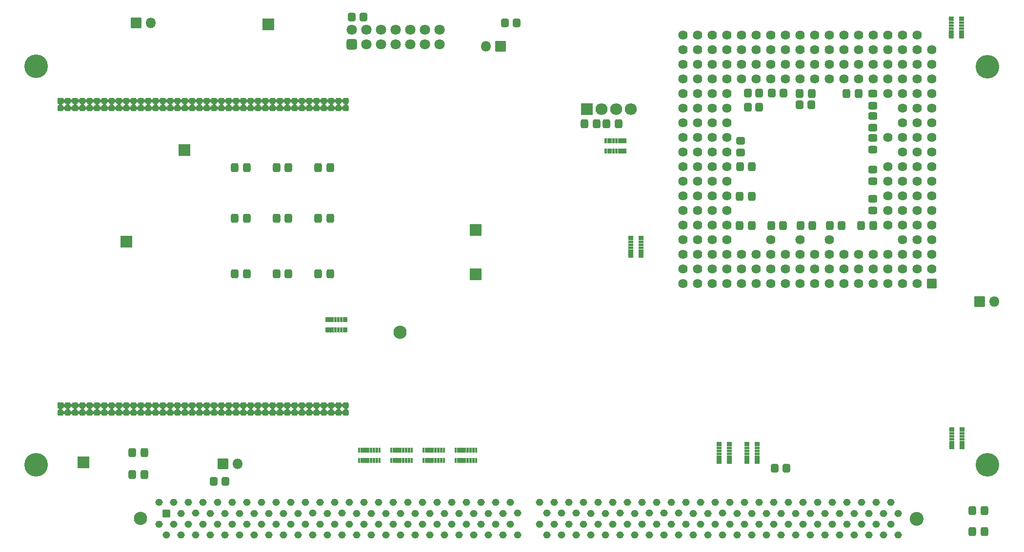
<source format=gbr>
G04 #@! TF.GenerationSoftware,KiCad,Pcbnew,(6.0.5-0)*
G04 #@! TF.CreationDate,2022-07-01T16:01:10+02:00*
G04 #@! TF.ProjectId,Z3660_v02,5a333636-305f-4763-9032-2e6b69636164,rev?*
G04 #@! TF.SameCoordinates,Original*
G04 #@! TF.FileFunction,Soldermask,Bot*
G04 #@! TF.FilePolarity,Negative*
%FSLAX46Y46*%
G04 Gerber Fmt 4.6, Leading zero omitted, Abs format (unit mm)*
G04 Created by KiCad (PCBNEW (6.0.5-0)) date 2022-07-01 16:01:10*
%MOMM*%
%LPD*%
G01*
G04 APERTURE LIST*
G04 Aperture macros list*
%AMRoundRect*
0 Rectangle with rounded corners*
0 $1 Rounding radius*
0 $2 $3 $4 $5 $6 $7 $8 $9 X,Y pos of 4 corners*
0 Add a 4 corners polygon primitive as box body*
4,1,4,$2,$3,$4,$5,$6,$7,$8,$9,$2,$3,0*
0 Add four circle primitives for the rounded corners*
1,1,$1+$1,$2,$3*
1,1,$1+$1,$4,$5*
1,1,$1+$1,$6,$7*
1,1,$1+$1,$8,$9*
0 Add four rect primitives between the rounded corners*
20,1,$1+$1,$2,$3,$4,$5,0*
20,1,$1+$1,$4,$5,$6,$7,0*
20,1,$1+$1,$6,$7,$8,$9,0*
20,1,$1+$1,$8,$9,$2,$3,0*%
G04 Aperture macros list end*
%ADD10RoundRect,0.051000X0.850000X-0.850000X0.850000X0.850000X-0.850000X0.850000X-0.850000X-0.850000X0*%
%ADD11O,1.802000X1.802000*%
%ADD12RoundRect,0.301000X0.600000X-0.600000X0.600000X0.600000X-0.600000X0.600000X-0.600000X-0.600000X0*%
%ADD13C,1.802000*%
%ADD14C,4.102000*%
%ADD15C,2.302000*%
%ADD16C,2.402000*%
%ADD17RoundRect,0.051000X-1.000000X-1.000000X1.000000X-1.000000X1.000000X1.000000X-1.000000X1.000000X0*%
%ADD18RoundRect,0.051000X-0.850000X0.850000X-0.850000X-0.850000X0.850000X-0.850000X0.850000X0.850000X0*%
%ADD19RoundRect,0.051000X1.000000X-0.952500X1.000000X0.952500X-1.000000X0.952500X-1.000000X-0.952500X0*%
%ADD20O,2.102000X2.007000*%
%ADD21RoundRect,0.051000X0.762000X0.762000X-0.762000X0.762000X-0.762000X-0.762000X0.762000X-0.762000X0*%
%ADD22C,1.626000*%
%ADD23RoundRect,0.301000X-0.337500X-0.475000X0.337500X-0.475000X0.337500X0.475000X-0.337500X0.475000X0*%
%ADD24RoundRect,0.300999X-0.350001X-0.450001X0.350001X-0.450001X0.350001X0.450001X-0.350001X0.450001X0*%
%ADD25RoundRect,0.051000X0.400000X0.150000X-0.400000X0.150000X-0.400000X-0.150000X0.400000X-0.150000X0*%
%ADD26RoundRect,0.051000X-0.400000X-0.150000X0.400000X-0.150000X0.400000X0.150000X-0.400000X0.150000X0*%
%ADD27RoundRect,0.051000X-0.150000X0.400000X-0.150000X-0.400000X0.150000X-0.400000X0.150000X0.400000X0*%
%ADD28RoundRect,0.301000X-0.475000X0.337500X-0.475000X-0.337500X0.475000X-0.337500X0.475000X0.337500X0*%
%ADD29RoundRect,0.300999X-0.450001X0.350001X-0.450001X-0.350001X0.450001X-0.350001X0.450001X0.350001X0*%
%ADD30RoundRect,0.300999X0.350001X0.450001X-0.350001X0.450001X-0.350001X-0.450001X0.350001X-0.450001X0*%
%ADD31RoundRect,0.051000X0.150000X-0.400000X0.150000X0.400000X-0.150000X0.400000X-0.150000X-0.400000X0*%
%ADD32RoundRect,0.301000X0.475000X-0.337500X0.475000X0.337500X-0.475000X0.337500X-0.475000X-0.337500X0*%
%ADD33RoundRect,0.301000X0.337500X0.475000X-0.337500X0.475000X-0.337500X-0.475000X0.337500X-0.475000X0*%
%ADD34RoundRect,0.051000X-0.475000X0.475000X-0.475000X-0.475000X0.475000X-0.475000X0.475000X0.475000X0*%
%ADD35RoundRect,0.288500X-0.237500X0.237500X-0.237500X-0.237500X0.237500X-0.237500X0.237500X0.237500X0*%
%ADD36RoundRect,0.051000X-0.600000X-0.600000X0.600000X-0.600000X0.600000X0.600000X-0.600000X0.600000X0*%
%ADD37O,1.302000X1.302000*%
%ADD38RoundRect,0.301000X-0.350000X-0.450000X0.350000X-0.450000X0.350000X0.450000X-0.350000X0.450000X0*%
G04 APERTURE END LIST*
D10*
X248412000Y-80137000D03*
D11*
X250952000Y-80137000D03*
D10*
X101981000Y-31750000D03*
D11*
X104521000Y-31750000D03*
D12*
X139446000Y-35433000D03*
D13*
X139446000Y-32893000D03*
X141986000Y-35433000D03*
X141986000Y-32893000D03*
X144526000Y-35433000D03*
X144526000Y-32893000D03*
X147066000Y-35433000D03*
X147066000Y-32893000D03*
X149606000Y-35433000D03*
X149606000Y-32893000D03*
X152146000Y-35433000D03*
X152146000Y-32893000D03*
X154686000Y-35433000D03*
X154686000Y-32893000D03*
D14*
X84661100Y-39297100D03*
X249760800Y-39365800D03*
X249760800Y-108561200D03*
D15*
X102798000Y-117808300D03*
D16*
X237497400Y-117957700D03*
D14*
X84673300Y-108561200D03*
D17*
X124968000Y-32004000D03*
X160909000Y-75411000D03*
X110388400Y-53797200D03*
X92837000Y-108077000D03*
X100330000Y-69723000D03*
D18*
X165227000Y-35814000D03*
D11*
X162687000Y-35814000D03*
D10*
X117094000Y-108331000D03*
D11*
X119634000Y-108331000D03*
D15*
X147828000Y-85471000D03*
D19*
X180213000Y-46736000D03*
D20*
X182753000Y-46736000D03*
X185293000Y-46736000D03*
X187833000Y-46736000D03*
D17*
X160909000Y-67691000D03*
D21*
X240055000Y-77050900D03*
D22*
X237515000Y-77050900D03*
X234975000Y-77050900D03*
X232435000Y-77050900D03*
X229895000Y-77050900D03*
X227355000Y-77050900D03*
X224815000Y-77050900D03*
X222275000Y-77050900D03*
X219735000Y-77050900D03*
X217195000Y-77050900D03*
X214655000Y-77050900D03*
X212115000Y-77050900D03*
X209575000Y-77050900D03*
X207035000Y-77050900D03*
X204495000Y-77050900D03*
X201955000Y-77050900D03*
X199415000Y-77050900D03*
X196875000Y-77050900D03*
X240055000Y-74510900D03*
X237515000Y-74510900D03*
X234975000Y-74510900D03*
X232435000Y-74510900D03*
X229895000Y-74510900D03*
X227355000Y-74510900D03*
X224815000Y-74510900D03*
X222275000Y-74510900D03*
X219735000Y-74510900D03*
X217195000Y-74510900D03*
X214655000Y-74510900D03*
X212115000Y-74510900D03*
X209575000Y-74510900D03*
X207035000Y-74510900D03*
X204495000Y-74510900D03*
X201955000Y-74510900D03*
X199415000Y-74510900D03*
X196875000Y-74510900D03*
X240055000Y-71970900D03*
X237515000Y-71970900D03*
X234975000Y-71970900D03*
X232435000Y-71970900D03*
X229895000Y-71970900D03*
X227355000Y-71970900D03*
X224815000Y-71970900D03*
X222275000Y-71970900D03*
X219735000Y-71970900D03*
X217195000Y-71970900D03*
X214655000Y-71970900D03*
X212115000Y-71970900D03*
X209575000Y-71970900D03*
X207035000Y-71970900D03*
X204495000Y-71970900D03*
X201955000Y-71970900D03*
X199415000Y-71970900D03*
X196875000Y-71970900D03*
X240055000Y-69430900D03*
X237515000Y-69430900D03*
X234975000Y-69430900D03*
X201955000Y-69430900D03*
X199415000Y-69430900D03*
X196875000Y-69430900D03*
X240055000Y-66890900D03*
X237515000Y-66890900D03*
X234975000Y-66890900D03*
X201955000Y-66890900D03*
X199415000Y-66890900D03*
X196875000Y-66890900D03*
X240055000Y-64350900D03*
X237515000Y-64350900D03*
X234975000Y-64350900D03*
X201955000Y-64350900D03*
X199415000Y-64350900D03*
X196875000Y-64350900D03*
X240055000Y-61810900D03*
X237515000Y-61810900D03*
X234975000Y-61810900D03*
X201955000Y-61810900D03*
X199415000Y-61810900D03*
X196875000Y-61810900D03*
X240055000Y-59270900D03*
X237515000Y-59270900D03*
X234975000Y-59270900D03*
X201955000Y-59270900D03*
X199415000Y-59270900D03*
X196875000Y-59270900D03*
X240055000Y-56730900D03*
X237515000Y-56730900D03*
X234975000Y-56730900D03*
X201955000Y-56730900D03*
X199415000Y-56730900D03*
X196875000Y-56730900D03*
X240055000Y-54190900D03*
X237515000Y-54190900D03*
X234975000Y-54190900D03*
X201955000Y-54190900D03*
X199415000Y-54190900D03*
X196875000Y-54190900D03*
X240055000Y-51650900D03*
X237515000Y-51650900D03*
X234975000Y-51650900D03*
X201955000Y-51650900D03*
X199415000Y-51650900D03*
X196875000Y-51650900D03*
X240055000Y-49110900D03*
X237515000Y-49110900D03*
X234975000Y-49110900D03*
X201955000Y-49110900D03*
X199415000Y-49110900D03*
X196875000Y-49110900D03*
X240055000Y-46570900D03*
X237515000Y-46570900D03*
X234975000Y-46570900D03*
X201955000Y-46570900D03*
X199415000Y-46570900D03*
X196875000Y-46570900D03*
X240055000Y-44030900D03*
X237515000Y-44030900D03*
X234975000Y-44030900D03*
X201955000Y-44030900D03*
X199415000Y-44030900D03*
X196875000Y-44030900D03*
X240055000Y-41490900D03*
X237515000Y-41490900D03*
X234975000Y-41490900D03*
X201955000Y-41490900D03*
X199415000Y-41490900D03*
X196875000Y-41490900D03*
X240055000Y-38950900D03*
X237515000Y-38950900D03*
X234975000Y-38950900D03*
X232435000Y-38950900D03*
X229895000Y-38950900D03*
X227355000Y-38950900D03*
X224815000Y-38950900D03*
X222275000Y-38950900D03*
X219735000Y-38950900D03*
X217195000Y-38950900D03*
X214655000Y-38950900D03*
X212115000Y-38950900D03*
X209575000Y-38950900D03*
X207035000Y-38950900D03*
X204495000Y-38950900D03*
X201955000Y-38950900D03*
X199415000Y-38950900D03*
X196875000Y-38950900D03*
X240055000Y-36410900D03*
X237515000Y-36410900D03*
X234975000Y-36410900D03*
X232435000Y-36410900D03*
X229895000Y-36410900D03*
X227355000Y-36410900D03*
X224815000Y-36410900D03*
X222275000Y-36410900D03*
X219735000Y-36410900D03*
X217195000Y-36410900D03*
X214655000Y-36410900D03*
X212115000Y-36410900D03*
X209575000Y-36410900D03*
X207035000Y-36410900D03*
X204495000Y-36410900D03*
X201955000Y-36410900D03*
X199415000Y-36410900D03*
X196875000Y-36410900D03*
X237515000Y-33870900D03*
X234975000Y-33870900D03*
X232435000Y-33870900D03*
X229895000Y-33870900D03*
X227355000Y-33870900D03*
X224815000Y-33870900D03*
X222275000Y-33870900D03*
X219735000Y-33870900D03*
X217195000Y-33870900D03*
X214655000Y-33870900D03*
X212115000Y-33870900D03*
X209575000Y-33870900D03*
X207035000Y-33870900D03*
X204495000Y-33870900D03*
X201955000Y-33870900D03*
X199415000Y-33870900D03*
X196875000Y-33870900D03*
X222275000Y-69430900D03*
X217195000Y-69430900D03*
X212115000Y-69430900D03*
X204495000Y-69430900D03*
X232435000Y-66890900D03*
X204495000Y-66890900D03*
X232435000Y-64350900D03*
X204495000Y-64350900D03*
X232435000Y-61810900D03*
X204495000Y-61810900D03*
X232435000Y-59270900D03*
X204495000Y-59270900D03*
X232435000Y-56730900D03*
X204495000Y-56730900D03*
X204495000Y-54190900D03*
X232435000Y-51650900D03*
X204495000Y-51650900D03*
X204495000Y-49110900D03*
X204495000Y-46570900D03*
X232435000Y-44030900D03*
X204495000Y-44030900D03*
X232435000Y-41490900D03*
X229895000Y-41490900D03*
X227355000Y-41490900D03*
X224815000Y-41490900D03*
X222275000Y-41490900D03*
X219735000Y-41490900D03*
X217195000Y-41490900D03*
X214655000Y-41490900D03*
X212115000Y-41490900D03*
X209575000Y-41490900D03*
X207035000Y-41490900D03*
X204495000Y-41490900D03*
D23*
X247120500Y-116459000D03*
X249195500Y-116459000D03*
D24*
X166005000Y-31750000D03*
X168005000Y-31750000D03*
D25*
X204989000Y-104676000D03*
X204989000Y-105176000D03*
X204989000Y-105676000D03*
X204989000Y-106176000D03*
X204989000Y-106676000D03*
X204989000Y-107176000D03*
X204989000Y-107676000D03*
X204989000Y-108176000D03*
X203189000Y-108176000D03*
X203189000Y-107676000D03*
X203189000Y-107176000D03*
X203189000Y-106676000D03*
X203189000Y-106176000D03*
X203189000Y-105676000D03*
X203189000Y-105176000D03*
X203189000Y-104676000D03*
D26*
X243531000Y-105636000D03*
X243531000Y-105136000D03*
X243531000Y-104636000D03*
X243531000Y-104136000D03*
X243531000Y-103636000D03*
X243531000Y-103136000D03*
X243531000Y-102636000D03*
X243531000Y-102136000D03*
X245331000Y-102136000D03*
X245331000Y-102636000D03*
X245331000Y-103136000D03*
X245331000Y-103636000D03*
X245331000Y-104136000D03*
X245331000Y-104636000D03*
X245331000Y-105136000D03*
X245331000Y-105636000D03*
D27*
X183416000Y-52186000D03*
X183916000Y-52186000D03*
X184416000Y-52186000D03*
X184916000Y-52186000D03*
X185416000Y-52186000D03*
X185916000Y-52186000D03*
X186416000Y-52186000D03*
X186916000Y-52186000D03*
X186916000Y-53986000D03*
X186416000Y-53986000D03*
X185916000Y-53986000D03*
X185416000Y-53986000D03*
X184916000Y-53986000D03*
X184416000Y-53986000D03*
X183916000Y-53986000D03*
X183416000Y-53986000D03*
D25*
X245237000Y-30758000D03*
X245237000Y-31258000D03*
X245237000Y-31758000D03*
X245237000Y-32258000D03*
X245237000Y-32758000D03*
X245237000Y-33258000D03*
X245237000Y-33758000D03*
X245237000Y-34258000D03*
X243437000Y-34258000D03*
X243437000Y-33758000D03*
X243437000Y-33258000D03*
X243437000Y-32758000D03*
X243437000Y-32258000D03*
X243437000Y-31758000D03*
X243437000Y-31258000D03*
X243437000Y-30758000D03*
D26*
X187822000Y-72362000D03*
X187822000Y-71862000D03*
X187822000Y-71362000D03*
X187822000Y-70862000D03*
X187822000Y-70362000D03*
X187822000Y-69862000D03*
X187822000Y-69362000D03*
X187822000Y-68862000D03*
X189622000Y-68862000D03*
X189622000Y-69362000D03*
X189622000Y-69862000D03*
X189622000Y-70362000D03*
X189622000Y-70862000D03*
X189622000Y-71362000D03*
X189622000Y-71862000D03*
X189622000Y-72362000D03*
D28*
X229870000Y-44026000D03*
X229870000Y-46101000D03*
D23*
X101324500Y-110236000D03*
X103399500Y-110236000D03*
D29*
X206883000Y-52213000D03*
X206883000Y-54213000D03*
D30*
X210143600Y-46380400D03*
X208143600Y-46380400D03*
X214360000Y-43942000D03*
X212360000Y-43942000D03*
X117459000Y-111379000D03*
X115459000Y-111379000D03*
D26*
X208015000Y-108176000D03*
X208015000Y-107676000D03*
X208015000Y-107176000D03*
X208015000Y-106676000D03*
X208015000Y-106176000D03*
X208015000Y-105676000D03*
X208015000Y-105176000D03*
X208015000Y-104676000D03*
X209815000Y-104676000D03*
X209815000Y-105176000D03*
X209815000Y-105676000D03*
X209815000Y-106176000D03*
X209815000Y-106676000D03*
X209815000Y-107176000D03*
X209815000Y-107676000D03*
X209815000Y-108176000D03*
D27*
X135029000Y-83301000D03*
X135529000Y-83301000D03*
X136029000Y-83301000D03*
X136529000Y-83301000D03*
X137029000Y-83301000D03*
X137529000Y-83301000D03*
X138029000Y-83301000D03*
X138529000Y-83301000D03*
X138529000Y-85101000D03*
X138029000Y-85101000D03*
X137529000Y-85101000D03*
X137029000Y-85101000D03*
X136529000Y-85101000D03*
X136029000Y-85101000D03*
X135529000Y-85101000D03*
X135029000Y-85101000D03*
D31*
X160976000Y-107763000D03*
X160476000Y-107763000D03*
X159976000Y-107763000D03*
X159476000Y-107763000D03*
X158976000Y-107763000D03*
X158476000Y-107763000D03*
X157976000Y-107763000D03*
X157476000Y-107763000D03*
X157476000Y-105963000D03*
X157976000Y-105963000D03*
X158476000Y-105963000D03*
X158976000Y-105963000D03*
X159476000Y-105963000D03*
X159976000Y-105963000D03*
X160476000Y-105963000D03*
X160976000Y-105963000D03*
X149800000Y-107763000D03*
X149300000Y-107763000D03*
X148800000Y-107763000D03*
X148300000Y-107763000D03*
X147800000Y-107763000D03*
X147300000Y-107763000D03*
X146800000Y-107763000D03*
X146300000Y-107763000D03*
X146300000Y-105963000D03*
X146800000Y-105963000D03*
X147300000Y-105963000D03*
X147800000Y-105963000D03*
X148300000Y-105963000D03*
X148800000Y-105963000D03*
X149300000Y-105963000D03*
X149800000Y-105963000D03*
X144212000Y-107763000D03*
X143712000Y-107763000D03*
X143212000Y-107763000D03*
X142712000Y-107763000D03*
X142212000Y-107763000D03*
X141712000Y-107763000D03*
X141212000Y-107763000D03*
X140712000Y-107763000D03*
X140712000Y-105963000D03*
X141212000Y-105963000D03*
X141712000Y-105963000D03*
X142212000Y-105963000D03*
X142712000Y-105963000D03*
X143212000Y-105963000D03*
X143712000Y-105963000D03*
X144212000Y-105963000D03*
D32*
X229870000Y-49932500D03*
X229870000Y-47857500D03*
D23*
X101324500Y-106426000D03*
X103399500Y-106426000D03*
X247120500Y-120142000D03*
X249195500Y-120142000D03*
D30*
X210143600Y-43942000D03*
X208143600Y-43942000D03*
D31*
X155388000Y-107763000D03*
X154888000Y-107763000D03*
X154388000Y-107763000D03*
X153888000Y-107763000D03*
X153388000Y-107763000D03*
X152888000Y-107763000D03*
X152388000Y-107763000D03*
X151888000Y-107763000D03*
X151888000Y-105963000D03*
X152388000Y-105963000D03*
X152888000Y-105963000D03*
X153388000Y-105963000D03*
X153888000Y-105963000D03*
X154388000Y-105963000D03*
X154888000Y-105963000D03*
X155388000Y-105963000D03*
D24*
X212868000Y-109093000D03*
X214868000Y-109093000D03*
X139462000Y-30734000D03*
X141462000Y-30734000D03*
D23*
X126343500Y-56896000D03*
X128418500Y-56896000D03*
D33*
X121179500Y-65659000D03*
X119104500Y-65659000D03*
D23*
X126343500Y-65659000D03*
X128418500Y-65659000D03*
X133582500Y-65659000D03*
X135657500Y-65659000D03*
D33*
X121179500Y-75311000D03*
X119104500Y-75311000D03*
X128418500Y-75311000D03*
X126343500Y-75311000D03*
X229891500Y-66929000D03*
X227816500Y-66929000D03*
D23*
X212195500Y-66929000D03*
X214270500Y-66929000D03*
X217275500Y-66929000D03*
X219350500Y-66929000D03*
X222355500Y-66929000D03*
X224430500Y-66929000D03*
D28*
X229870000Y-57192000D03*
X229870000Y-59267000D03*
X229870000Y-51667500D03*
X229870000Y-53742500D03*
D23*
X206756500Y-66929000D03*
X208831500Y-66929000D03*
D28*
X229870000Y-62272000D03*
X229870000Y-64347000D03*
D23*
X206734500Y-61849000D03*
X208809500Y-61849000D03*
X133582500Y-56896000D03*
X135657500Y-56896000D03*
X119104500Y-56896000D03*
X121179500Y-56896000D03*
D33*
X185695500Y-49276000D03*
X183620500Y-49276000D03*
D23*
X179810500Y-49276000D03*
X181885500Y-49276000D03*
D33*
X227351500Y-44005500D03*
X225276500Y-44005500D03*
D23*
X206798000Y-56705500D03*
X208873000Y-56705500D03*
D34*
X88883000Y-45256500D03*
D35*
X88883000Y-46526500D03*
X90153000Y-45256500D03*
X90153000Y-46526500D03*
X91423000Y-45256500D03*
X91423000Y-46526500D03*
X92693000Y-45256500D03*
X92693000Y-46526500D03*
X93963000Y-45256500D03*
X93963000Y-46526500D03*
X95233000Y-45256500D03*
X95233000Y-46526500D03*
X96503000Y-45256500D03*
X96503000Y-46526500D03*
X97773000Y-45256500D03*
X97773000Y-46526500D03*
X99043000Y-45256500D03*
X99043000Y-46526500D03*
X100313000Y-45256500D03*
X100313000Y-46526500D03*
X101583000Y-45256500D03*
X101583000Y-46526500D03*
X102853000Y-45256500D03*
X102853000Y-46526500D03*
X104123000Y-45256500D03*
X104123000Y-46526500D03*
X105393000Y-45256500D03*
X105393000Y-46526500D03*
X106663000Y-45256500D03*
X106663000Y-46526500D03*
X107933000Y-45256500D03*
X107933000Y-46526500D03*
X109203000Y-45256500D03*
X109203000Y-46526500D03*
X110473000Y-45256500D03*
X110473000Y-46526500D03*
X111743000Y-45256500D03*
X111743000Y-46526500D03*
X113013000Y-45256500D03*
X113013000Y-46526500D03*
X114283000Y-45256500D03*
X114283000Y-46526500D03*
X115553000Y-45256500D03*
X115553000Y-46526500D03*
X116823000Y-45256500D03*
X116823000Y-46526500D03*
X118093000Y-45256500D03*
X118093000Y-46526500D03*
X119363000Y-45256500D03*
X119363000Y-46526500D03*
X120633000Y-45256500D03*
X120633000Y-46526500D03*
X121903000Y-45256500D03*
X121903000Y-46526500D03*
X123173000Y-45256500D03*
X123173000Y-46526500D03*
X124443000Y-45256500D03*
X124443000Y-46526500D03*
X125713000Y-45256500D03*
X125713000Y-46526500D03*
X126983000Y-45256500D03*
X126983000Y-46526500D03*
X128253000Y-45256500D03*
X128253000Y-46526500D03*
X129523000Y-45256500D03*
X129523000Y-46526500D03*
X130793000Y-45256500D03*
X130793000Y-46526500D03*
X132063000Y-45256500D03*
X132063000Y-46526500D03*
X133333000Y-45256500D03*
X133333000Y-46526500D03*
X134603000Y-45256500D03*
X134603000Y-46526500D03*
X135873000Y-45256500D03*
X135873000Y-46526500D03*
X137143000Y-45256500D03*
X137143000Y-46526500D03*
X138413000Y-45256500D03*
X138413000Y-46526500D03*
D34*
X88883000Y-98193000D03*
D35*
X88883000Y-99463000D03*
X90153000Y-98193000D03*
X90153000Y-99463000D03*
X91423000Y-98193000D03*
X91423000Y-99463000D03*
X92693000Y-98193000D03*
X92693000Y-99463000D03*
X93963000Y-98193000D03*
X93963000Y-99463000D03*
X95233000Y-98193000D03*
X95233000Y-99463000D03*
X96503000Y-98193000D03*
X96503000Y-99463000D03*
X97773000Y-98193000D03*
X97773000Y-99463000D03*
X99043000Y-98193000D03*
X99043000Y-99463000D03*
X100313000Y-98193000D03*
X100313000Y-99463000D03*
X101583000Y-98193000D03*
X101583000Y-99463000D03*
X102853000Y-98193000D03*
X102853000Y-99463000D03*
X104123000Y-98193000D03*
X104123000Y-99463000D03*
X105393000Y-98193000D03*
X105393000Y-99463000D03*
X106663000Y-98193000D03*
X106663000Y-99463000D03*
X107933000Y-98193000D03*
X107933000Y-99463000D03*
X109203000Y-98193000D03*
X109203000Y-99463000D03*
X110473000Y-98193000D03*
X110473000Y-99463000D03*
X111743000Y-98193000D03*
X111743000Y-99463000D03*
X113013000Y-98193000D03*
X113013000Y-99463000D03*
X114283000Y-98193000D03*
X114283000Y-99463000D03*
X115553000Y-98193000D03*
X115553000Y-99463000D03*
X116823000Y-98193000D03*
X116823000Y-99463000D03*
X118093000Y-98193000D03*
X118093000Y-99463000D03*
X119363000Y-98193000D03*
X119363000Y-99463000D03*
X120633000Y-98193000D03*
X120633000Y-99463000D03*
X121903000Y-98193000D03*
X121903000Y-99463000D03*
X123173000Y-98193000D03*
X123173000Y-99463000D03*
X124443000Y-98193000D03*
X124443000Y-99463000D03*
X125713000Y-98193000D03*
X125713000Y-99463000D03*
X126983000Y-98193000D03*
X126983000Y-99463000D03*
X128253000Y-98193000D03*
X128253000Y-99463000D03*
X129523000Y-98193000D03*
X129523000Y-99463000D03*
X130793000Y-98193000D03*
X130793000Y-99463000D03*
X132063000Y-98193000D03*
X132063000Y-99463000D03*
X133333000Y-98193000D03*
X133333000Y-99463000D03*
X134603000Y-98193000D03*
X134603000Y-99463000D03*
X135873000Y-98193000D03*
X135873000Y-99463000D03*
X137143000Y-98193000D03*
X137143000Y-99463000D03*
X138413000Y-98193000D03*
X138413000Y-99463000D03*
D36*
X107239000Y-116954500D03*
D37*
X105964986Y-115024415D03*
X107234986Y-120739415D03*
X105964986Y-118859500D03*
X109774986Y-116954500D03*
X108504986Y-115024415D03*
X109774986Y-120739415D03*
X108504986Y-118859500D03*
X112314986Y-116929415D03*
X111044986Y-115024415D03*
X112314986Y-120739415D03*
X111044986Y-118859500D03*
X114854986Y-116954500D03*
X113584986Y-115024415D03*
X114854986Y-120739415D03*
X113584986Y-118834415D03*
X117394986Y-116954500D03*
X116124986Y-115024415D03*
X117394986Y-120739415D03*
X116124986Y-118859500D03*
X119934986Y-116954500D03*
X118664986Y-115024415D03*
X119934986Y-120739415D03*
X118664986Y-118859500D03*
X122474986Y-116954500D03*
X121204986Y-115024415D03*
X122474986Y-120739415D03*
X121204986Y-118834415D03*
X125014986Y-116954500D03*
X123744986Y-115024415D03*
X125014986Y-120739415D03*
X123744986Y-118859500D03*
X127554986Y-116954500D03*
X126284986Y-115024415D03*
X127554986Y-120739415D03*
X126284986Y-118834415D03*
X130094986Y-116954500D03*
X128824986Y-115024415D03*
X130094986Y-120739415D03*
X128824986Y-118859500D03*
X132634986Y-116929415D03*
X131364986Y-115024415D03*
X132634986Y-120739415D03*
X131364986Y-118834415D03*
X135174986Y-116954500D03*
X133904986Y-115024415D03*
X135174986Y-120739415D03*
X133904986Y-118859500D03*
X137714986Y-116929415D03*
X136444986Y-115024415D03*
X137714986Y-120739415D03*
X136444986Y-118859500D03*
X140254986Y-116954500D03*
X138984986Y-115024415D03*
X140254986Y-120739415D03*
X138984986Y-118859500D03*
X142794986Y-116954500D03*
X141524986Y-115024415D03*
X142794986Y-120739415D03*
X141524986Y-118834415D03*
X145334986Y-116954500D03*
X144064986Y-115024415D03*
X145334986Y-120739415D03*
X144064986Y-118859500D03*
X147874986Y-116954500D03*
X146604986Y-115024415D03*
X147874986Y-120739415D03*
X146604986Y-118859500D03*
X150414986Y-116954500D03*
X149144986Y-115024415D03*
X150414986Y-120739415D03*
X149144986Y-118834415D03*
X152954986Y-116954500D03*
X151684986Y-115024415D03*
X152954986Y-120739415D03*
X151684986Y-118859500D03*
X155494986Y-116954500D03*
X154224986Y-115024415D03*
X155494986Y-120739415D03*
X154224986Y-118834415D03*
X158034986Y-116954500D03*
X156764986Y-115024415D03*
X158034986Y-120739415D03*
X156764986Y-118859500D03*
X160574986Y-116954500D03*
X159304986Y-115024415D03*
X160574986Y-120739415D03*
X159304986Y-118834415D03*
X163114986Y-116954500D03*
X161844986Y-115024415D03*
X163114986Y-120739415D03*
X161844986Y-118859500D03*
X165654986Y-116954500D03*
X164384986Y-115024415D03*
X165654986Y-120739415D03*
X164384986Y-118834415D03*
X168194986Y-116929415D03*
X166924986Y-115024415D03*
X168194986Y-120739415D03*
X166924986Y-118859500D03*
X173274986Y-116929415D03*
X172004986Y-115024415D03*
X173274986Y-120739415D03*
X172004986Y-118859500D03*
X175814986Y-116929415D03*
X174544986Y-115024415D03*
X175814986Y-120739415D03*
X174544986Y-118834415D03*
X178354986Y-116929415D03*
X177084986Y-115024415D03*
X178354986Y-120739415D03*
X177084986Y-118859500D03*
X180894986Y-116954500D03*
X179624986Y-115024415D03*
X180894986Y-120739415D03*
X179624986Y-118859500D03*
X183434986Y-116954500D03*
X182164986Y-115024415D03*
X183434986Y-120739415D03*
X182164986Y-118834415D03*
X185974986Y-116929415D03*
X184704986Y-115024415D03*
X185974986Y-120739415D03*
X184704986Y-118859500D03*
X188514986Y-116954500D03*
X187244986Y-115024415D03*
X188514986Y-120739415D03*
X187244986Y-118859500D03*
X191054986Y-116929415D03*
X189784986Y-115024415D03*
X191054986Y-120739415D03*
X189784986Y-118859500D03*
X193594986Y-116929415D03*
X192324986Y-115024415D03*
X193594986Y-120739415D03*
X192324986Y-118834415D03*
X196134986Y-116929415D03*
X194864986Y-115024415D03*
X196134986Y-120739415D03*
X194864986Y-118859500D03*
X198674986Y-116954500D03*
X197404986Y-115024415D03*
X198674986Y-120739415D03*
X197404986Y-118859500D03*
X201219000Y-116954500D03*
X199944986Y-115024415D03*
X201214986Y-120739415D03*
X199944986Y-118859500D03*
X203754986Y-116929415D03*
X202484986Y-115024415D03*
X203754986Y-120739415D03*
X202484986Y-118859500D03*
X206294986Y-116954500D03*
X205024986Y-115024415D03*
X206294986Y-120739415D03*
X205024986Y-118834415D03*
X208834986Y-116954500D03*
X207564986Y-115024415D03*
X208834986Y-120739415D03*
X207564986Y-118859500D03*
X211379000Y-116954500D03*
X210104986Y-115024415D03*
X211374986Y-120739415D03*
X210104986Y-118859500D03*
X213919000Y-116954500D03*
X212644986Y-115024415D03*
X213914986Y-120739415D03*
X212644986Y-118859500D03*
X216454986Y-116954500D03*
X215184986Y-115024415D03*
X216454986Y-120739415D03*
X215184986Y-118859500D03*
X218994986Y-116954500D03*
X217724986Y-115024415D03*
X218994986Y-120739415D03*
X217724986Y-118859500D03*
X221534986Y-116954500D03*
X220264986Y-115024415D03*
X221534986Y-120739415D03*
X220264986Y-118859500D03*
X224074986Y-116954500D03*
X222804986Y-115024415D03*
X224074986Y-120739415D03*
X222804986Y-118859500D03*
X226614986Y-116954500D03*
X225344986Y-115024415D03*
X226614986Y-120739415D03*
X225344986Y-118859500D03*
X229154986Y-116954500D03*
X227884986Y-115024415D03*
X229154986Y-120739415D03*
X227884986Y-118834415D03*
X231694986Y-116954500D03*
X230424986Y-115024415D03*
X231694986Y-120739415D03*
X230424986Y-118834415D03*
X234234986Y-116954500D03*
X232964986Y-115024415D03*
X234234986Y-120739415D03*
X232964986Y-118859500D03*
D33*
X135657500Y-75311000D03*
X133582500Y-75311000D03*
D23*
X217170500Y-44005500D03*
X219245500Y-44005500D03*
D38*
X217186000Y-45974000D03*
X219186000Y-45974000D03*
G36*
X141026633Y-107326517D02*
G01*
X141027197Y-107328436D01*
X141026916Y-107329075D01*
X141016767Y-107344263D01*
X141013000Y-107363199D01*
X141013000Y-108162801D01*
X141016767Y-108181738D01*
X141026814Y-108196773D01*
X141026945Y-108198768D01*
X141025282Y-108199880D01*
X141024553Y-108199793D01*
X140964212Y-108180898D01*
X140899310Y-108199955D01*
X140897367Y-108199483D01*
X140896803Y-108197564D01*
X140897084Y-108196925D01*
X140907233Y-108181737D01*
X140911000Y-108162801D01*
X140911000Y-107363199D01*
X140907233Y-107344262D01*
X140897186Y-107329227D01*
X140897055Y-107327232D01*
X140898718Y-107326120D01*
X140899447Y-107326207D01*
X140959788Y-107345102D01*
X141024690Y-107326045D01*
X141026633Y-107326517D01*
G37*
G36*
X160790633Y-107326517D02*
G01*
X160791197Y-107328436D01*
X160790916Y-107329075D01*
X160780767Y-107344263D01*
X160777000Y-107363199D01*
X160777000Y-108162801D01*
X160780767Y-108181738D01*
X160790814Y-108196773D01*
X160790945Y-108198768D01*
X160789282Y-108199880D01*
X160788553Y-108199793D01*
X160728212Y-108180898D01*
X160663310Y-108199955D01*
X160661367Y-108199483D01*
X160660803Y-108197564D01*
X160661084Y-108196925D01*
X160671233Y-108181737D01*
X160675000Y-108162801D01*
X160675000Y-107363199D01*
X160671233Y-107344262D01*
X160661186Y-107329227D01*
X160661055Y-107327232D01*
X160662718Y-107326120D01*
X160663447Y-107326207D01*
X160723788Y-107345102D01*
X160788690Y-107326045D01*
X160790633Y-107326517D01*
G37*
G36*
X152202633Y-107326517D02*
G01*
X152203197Y-107328436D01*
X152202916Y-107329075D01*
X152192767Y-107344263D01*
X152189000Y-107363199D01*
X152189000Y-108162801D01*
X152192767Y-108181738D01*
X152202814Y-108196773D01*
X152202945Y-108198768D01*
X152201282Y-108199880D01*
X152200553Y-108199793D01*
X152140212Y-108180898D01*
X152075310Y-108199955D01*
X152073367Y-108199483D01*
X152072803Y-108197564D01*
X152073084Y-108196925D01*
X152083233Y-108181737D01*
X152087000Y-108162801D01*
X152087000Y-107363199D01*
X152083233Y-107344262D01*
X152073186Y-107329227D01*
X152073055Y-107327232D01*
X152074718Y-107326120D01*
X152075447Y-107326207D01*
X152135788Y-107345102D01*
X152200690Y-107326045D01*
X152202633Y-107326517D01*
G37*
G36*
X149614633Y-107326517D02*
G01*
X149615197Y-107328436D01*
X149614916Y-107329075D01*
X149604767Y-107344263D01*
X149601000Y-107363199D01*
X149601000Y-108162801D01*
X149604767Y-108181738D01*
X149614814Y-108196773D01*
X149614945Y-108198768D01*
X149613282Y-108199880D01*
X149612553Y-108199793D01*
X149552212Y-108180898D01*
X149487310Y-108199955D01*
X149485367Y-108199483D01*
X149484803Y-108197564D01*
X149485084Y-108196925D01*
X149495233Y-108181737D01*
X149499000Y-108162801D01*
X149499000Y-107363199D01*
X149495233Y-107344262D01*
X149485186Y-107329227D01*
X149485055Y-107327232D01*
X149486718Y-107326120D01*
X149487447Y-107326207D01*
X149547788Y-107345102D01*
X149612690Y-107326045D01*
X149614633Y-107326517D01*
G37*
G36*
X152702633Y-107326517D02*
G01*
X152703197Y-107328436D01*
X152702916Y-107329075D01*
X152692767Y-107344263D01*
X152689000Y-107363199D01*
X152689000Y-108162801D01*
X152692767Y-108181738D01*
X152702814Y-108196773D01*
X152702945Y-108198768D01*
X152701282Y-108199880D01*
X152700553Y-108199793D01*
X152640212Y-108180898D01*
X152575310Y-108199955D01*
X152573367Y-108199483D01*
X152572803Y-108197564D01*
X152573084Y-108196925D01*
X152583233Y-108181737D01*
X152587000Y-108162801D01*
X152587000Y-107363199D01*
X152583233Y-107344262D01*
X152573186Y-107329227D01*
X152573055Y-107327232D01*
X152574718Y-107326120D01*
X152575447Y-107326207D01*
X152635788Y-107345102D01*
X152700690Y-107326045D01*
X152702633Y-107326517D01*
G37*
G36*
X149114633Y-107326517D02*
G01*
X149115197Y-107328436D01*
X149114916Y-107329075D01*
X149104767Y-107344263D01*
X149101000Y-107363199D01*
X149101000Y-108162801D01*
X149104767Y-108181738D01*
X149114814Y-108196773D01*
X149114945Y-108198768D01*
X149113282Y-108199880D01*
X149112553Y-108199793D01*
X149052212Y-108180898D01*
X148987310Y-108199955D01*
X148985367Y-108199483D01*
X148984803Y-108197564D01*
X148985084Y-108196925D01*
X148995233Y-108181737D01*
X148999000Y-108162801D01*
X148999000Y-107363199D01*
X148995233Y-107344262D01*
X148985186Y-107329227D01*
X148985055Y-107327232D01*
X148986718Y-107326120D01*
X148987447Y-107326207D01*
X149047788Y-107345102D01*
X149112690Y-107326045D01*
X149114633Y-107326517D01*
G37*
G36*
X153202633Y-107326517D02*
G01*
X153203197Y-107328436D01*
X153202916Y-107329075D01*
X153192767Y-107344263D01*
X153189000Y-107363199D01*
X153189000Y-108162801D01*
X153192767Y-108181738D01*
X153202814Y-108196773D01*
X153202945Y-108198768D01*
X153201282Y-108199880D01*
X153200553Y-108199793D01*
X153140212Y-108180898D01*
X153075310Y-108199955D01*
X153073367Y-108199483D01*
X153072803Y-108197564D01*
X153073084Y-108196925D01*
X153083233Y-108181737D01*
X153087000Y-108162801D01*
X153087000Y-107363199D01*
X153083233Y-107344262D01*
X153073186Y-107329227D01*
X153073055Y-107327232D01*
X153074718Y-107326120D01*
X153075447Y-107326207D01*
X153135788Y-107345102D01*
X153200690Y-107326045D01*
X153202633Y-107326517D01*
G37*
G36*
X148614633Y-107326517D02*
G01*
X148615197Y-107328436D01*
X148614916Y-107329075D01*
X148604767Y-107344263D01*
X148601000Y-107363199D01*
X148601000Y-108162801D01*
X148604767Y-108181738D01*
X148614814Y-108196773D01*
X148614945Y-108198768D01*
X148613282Y-108199880D01*
X148612553Y-108199793D01*
X148552212Y-108180898D01*
X148487310Y-108199955D01*
X148485367Y-108199483D01*
X148484803Y-108197564D01*
X148485084Y-108196925D01*
X148495233Y-108181737D01*
X148499000Y-108162801D01*
X148499000Y-107363199D01*
X148495233Y-107344262D01*
X148485186Y-107329227D01*
X148485055Y-107327232D01*
X148486718Y-107326120D01*
X148487447Y-107326207D01*
X148547788Y-107345102D01*
X148612690Y-107326045D01*
X148614633Y-107326517D01*
G37*
G36*
X153702633Y-107326517D02*
G01*
X153703197Y-107328436D01*
X153702916Y-107329075D01*
X153692767Y-107344263D01*
X153689000Y-107363199D01*
X153689000Y-108162801D01*
X153692767Y-108181738D01*
X153702814Y-108196773D01*
X153702945Y-108198768D01*
X153701282Y-108199880D01*
X153700553Y-108199793D01*
X153640212Y-108180898D01*
X153575310Y-108199955D01*
X153573367Y-108199483D01*
X153572803Y-108197564D01*
X153573084Y-108196925D01*
X153583233Y-108181737D01*
X153587000Y-108162801D01*
X153587000Y-107363199D01*
X153583233Y-107344262D01*
X153573186Y-107329227D01*
X153573055Y-107327232D01*
X153574718Y-107326120D01*
X153575447Y-107326207D01*
X153635788Y-107345102D01*
X153700690Y-107326045D01*
X153702633Y-107326517D01*
G37*
G36*
X148114633Y-107326517D02*
G01*
X148115197Y-107328436D01*
X148114916Y-107329075D01*
X148104767Y-107344263D01*
X148101000Y-107363199D01*
X148101000Y-108162801D01*
X148104767Y-108181738D01*
X148114814Y-108196773D01*
X148114945Y-108198768D01*
X148113282Y-108199880D01*
X148112553Y-108199793D01*
X148052212Y-108180898D01*
X147987310Y-108199955D01*
X147985367Y-108199483D01*
X147984803Y-108197564D01*
X147985084Y-108196925D01*
X147995233Y-108181737D01*
X147999000Y-108162801D01*
X147999000Y-107363199D01*
X147995233Y-107344262D01*
X147985186Y-107329227D01*
X147985055Y-107327232D01*
X147986718Y-107326120D01*
X147987447Y-107326207D01*
X148047788Y-107345102D01*
X148112690Y-107326045D01*
X148114633Y-107326517D01*
G37*
G36*
X154202633Y-107326517D02*
G01*
X154203197Y-107328436D01*
X154202916Y-107329075D01*
X154192767Y-107344263D01*
X154189000Y-107363199D01*
X154189000Y-108162801D01*
X154192767Y-108181738D01*
X154202814Y-108196773D01*
X154202945Y-108198768D01*
X154201282Y-108199880D01*
X154200553Y-108199793D01*
X154140212Y-108180898D01*
X154075310Y-108199955D01*
X154073367Y-108199483D01*
X154072803Y-108197564D01*
X154073084Y-108196925D01*
X154083233Y-108181737D01*
X154087000Y-108162801D01*
X154087000Y-107363199D01*
X154083233Y-107344262D01*
X154073186Y-107329227D01*
X154073055Y-107327232D01*
X154074718Y-107326120D01*
X154075447Y-107326207D01*
X154135788Y-107345102D01*
X154200690Y-107326045D01*
X154202633Y-107326517D01*
G37*
G36*
X147614633Y-107326517D02*
G01*
X147615197Y-107328436D01*
X147614916Y-107329075D01*
X147604767Y-107344263D01*
X147601000Y-107363199D01*
X147601000Y-108162801D01*
X147604767Y-108181738D01*
X147614814Y-108196773D01*
X147614945Y-108198768D01*
X147613282Y-108199880D01*
X147612553Y-108199793D01*
X147552212Y-108180898D01*
X147487310Y-108199955D01*
X147485367Y-108199483D01*
X147484803Y-108197564D01*
X147485084Y-108196925D01*
X147495233Y-108181737D01*
X147499000Y-108162801D01*
X147499000Y-107363199D01*
X147495233Y-107344262D01*
X147485186Y-107329227D01*
X147485055Y-107327232D01*
X147486718Y-107326120D01*
X147487447Y-107326207D01*
X147547788Y-107345102D01*
X147612690Y-107326045D01*
X147614633Y-107326517D01*
G37*
G36*
X154702633Y-107326517D02*
G01*
X154703197Y-107328436D01*
X154702916Y-107329075D01*
X154692767Y-107344263D01*
X154689000Y-107363199D01*
X154689000Y-108162801D01*
X154692767Y-108181738D01*
X154702814Y-108196773D01*
X154702945Y-108198768D01*
X154701282Y-108199880D01*
X154700553Y-108199793D01*
X154640212Y-108180898D01*
X154575310Y-108199955D01*
X154573367Y-108199483D01*
X154572803Y-108197564D01*
X154573084Y-108196925D01*
X154583233Y-108181737D01*
X154587000Y-108162801D01*
X154587000Y-107363199D01*
X154583233Y-107344262D01*
X154573186Y-107329227D01*
X154573055Y-107327232D01*
X154574718Y-107326120D01*
X154575447Y-107326207D01*
X154635788Y-107345102D01*
X154700690Y-107326045D01*
X154702633Y-107326517D01*
G37*
G36*
X147114633Y-107326517D02*
G01*
X147115197Y-107328436D01*
X147114916Y-107329075D01*
X147104767Y-107344263D01*
X147101000Y-107363199D01*
X147101000Y-108162801D01*
X147104767Y-108181738D01*
X147114814Y-108196773D01*
X147114945Y-108198768D01*
X147113282Y-108199880D01*
X147112553Y-108199793D01*
X147052212Y-108180898D01*
X146987310Y-108199955D01*
X146985367Y-108199483D01*
X146984803Y-108197564D01*
X146985084Y-108196925D01*
X146995233Y-108181737D01*
X146999000Y-108162801D01*
X146999000Y-107363199D01*
X146995233Y-107344262D01*
X146985186Y-107329227D01*
X146985055Y-107327232D01*
X146986718Y-107326120D01*
X146987447Y-107326207D01*
X147047788Y-107345102D01*
X147112690Y-107326045D01*
X147114633Y-107326517D01*
G37*
G36*
X155202633Y-107326517D02*
G01*
X155203197Y-107328436D01*
X155202916Y-107329075D01*
X155192767Y-107344263D01*
X155189000Y-107363199D01*
X155189000Y-108162801D01*
X155192767Y-108181738D01*
X155202814Y-108196773D01*
X155202945Y-108198768D01*
X155201282Y-108199880D01*
X155200553Y-108199793D01*
X155140212Y-108180898D01*
X155075310Y-108199955D01*
X155073367Y-108199483D01*
X155072803Y-108197564D01*
X155073084Y-108196925D01*
X155083233Y-108181737D01*
X155087000Y-108162801D01*
X155087000Y-107363199D01*
X155083233Y-107344262D01*
X155073186Y-107329227D01*
X155073055Y-107327232D01*
X155074718Y-107326120D01*
X155075447Y-107326207D01*
X155135788Y-107345102D01*
X155200690Y-107326045D01*
X155202633Y-107326517D01*
G37*
G36*
X146614633Y-107326517D02*
G01*
X146615197Y-107328436D01*
X146614916Y-107329075D01*
X146604767Y-107344263D01*
X146601000Y-107363199D01*
X146601000Y-108162801D01*
X146604767Y-108181738D01*
X146614814Y-108196773D01*
X146614945Y-108198768D01*
X146613282Y-108199880D01*
X146612553Y-108199793D01*
X146552212Y-108180898D01*
X146487310Y-108199955D01*
X146485367Y-108199483D01*
X146484803Y-108197564D01*
X146485084Y-108196925D01*
X146495233Y-108181737D01*
X146499000Y-108162801D01*
X146499000Y-107363199D01*
X146495233Y-107344262D01*
X146485186Y-107329227D01*
X146485055Y-107327232D01*
X146486718Y-107326120D01*
X146487447Y-107326207D01*
X146547788Y-107345102D01*
X146612690Y-107326045D01*
X146614633Y-107326517D01*
G37*
G36*
X157790633Y-107326517D02*
G01*
X157791197Y-107328436D01*
X157790916Y-107329075D01*
X157780767Y-107344263D01*
X157777000Y-107363199D01*
X157777000Y-108162801D01*
X157780767Y-108181738D01*
X157790814Y-108196773D01*
X157790945Y-108198768D01*
X157789282Y-108199880D01*
X157788553Y-108199793D01*
X157728212Y-108180898D01*
X157663310Y-108199955D01*
X157661367Y-108199483D01*
X157660803Y-108197564D01*
X157661084Y-108196925D01*
X157671233Y-108181737D01*
X157675000Y-108162801D01*
X157675000Y-107363199D01*
X157671233Y-107344262D01*
X157661186Y-107329227D01*
X157661055Y-107327232D01*
X157662718Y-107326120D01*
X157663447Y-107326207D01*
X157723788Y-107345102D01*
X157788690Y-107326045D01*
X157790633Y-107326517D01*
G37*
G36*
X144026633Y-107326517D02*
G01*
X144027197Y-107328436D01*
X144026916Y-107329075D01*
X144016767Y-107344263D01*
X144013000Y-107363199D01*
X144013000Y-108162801D01*
X144016767Y-108181738D01*
X144026814Y-108196773D01*
X144026945Y-108198768D01*
X144025282Y-108199880D01*
X144024553Y-108199793D01*
X143964212Y-108180898D01*
X143899310Y-108199955D01*
X143897367Y-108199483D01*
X143896803Y-108197564D01*
X143897084Y-108196925D01*
X143907233Y-108181737D01*
X143911000Y-108162801D01*
X143911000Y-107363199D01*
X143907233Y-107344262D01*
X143897186Y-107329227D01*
X143897055Y-107327232D01*
X143898718Y-107326120D01*
X143899447Y-107326207D01*
X143959788Y-107345102D01*
X144024690Y-107326045D01*
X144026633Y-107326517D01*
G37*
G36*
X158290633Y-107326517D02*
G01*
X158291197Y-107328436D01*
X158290916Y-107329075D01*
X158280767Y-107344263D01*
X158277000Y-107363199D01*
X158277000Y-108162801D01*
X158280767Y-108181738D01*
X158290814Y-108196773D01*
X158290945Y-108198768D01*
X158289282Y-108199880D01*
X158288553Y-108199793D01*
X158228212Y-108180898D01*
X158163310Y-108199955D01*
X158161367Y-108199483D01*
X158160803Y-108197564D01*
X158161084Y-108196925D01*
X158171233Y-108181737D01*
X158175000Y-108162801D01*
X158175000Y-107363199D01*
X158171233Y-107344262D01*
X158161186Y-107329227D01*
X158161055Y-107327232D01*
X158162718Y-107326120D01*
X158163447Y-107326207D01*
X158223788Y-107345102D01*
X158288690Y-107326045D01*
X158290633Y-107326517D01*
G37*
G36*
X143526633Y-107326517D02*
G01*
X143527197Y-107328436D01*
X143526916Y-107329075D01*
X143516767Y-107344263D01*
X143513000Y-107363199D01*
X143513000Y-108162801D01*
X143516767Y-108181738D01*
X143526814Y-108196773D01*
X143526945Y-108198768D01*
X143525282Y-108199880D01*
X143524553Y-108199793D01*
X143464212Y-108180898D01*
X143399310Y-108199955D01*
X143397367Y-108199483D01*
X143396803Y-108197564D01*
X143397084Y-108196925D01*
X143407233Y-108181737D01*
X143411000Y-108162801D01*
X143411000Y-107363199D01*
X143407233Y-107344262D01*
X143397186Y-107329227D01*
X143397055Y-107327232D01*
X143398718Y-107326120D01*
X143399447Y-107326207D01*
X143459788Y-107345102D01*
X143524690Y-107326045D01*
X143526633Y-107326517D01*
G37*
G36*
X141526633Y-107326517D02*
G01*
X141527197Y-107328436D01*
X141526916Y-107329075D01*
X141516767Y-107344263D01*
X141513000Y-107363199D01*
X141513000Y-108162801D01*
X141516767Y-108181738D01*
X141526814Y-108196773D01*
X141526945Y-108198768D01*
X141525282Y-108199880D01*
X141524553Y-108199793D01*
X141464212Y-108180898D01*
X141399310Y-108199955D01*
X141397367Y-108199483D01*
X141396803Y-108197564D01*
X141397084Y-108196925D01*
X141407233Y-108181737D01*
X141411000Y-108162801D01*
X141411000Y-107363199D01*
X141407233Y-107344262D01*
X141397186Y-107329227D01*
X141397055Y-107327232D01*
X141398718Y-107326120D01*
X141399447Y-107326207D01*
X141459788Y-107345102D01*
X141524690Y-107326045D01*
X141526633Y-107326517D01*
G37*
G36*
X160290633Y-107326517D02*
G01*
X160291197Y-107328436D01*
X160290916Y-107329075D01*
X160280767Y-107344263D01*
X160277000Y-107363199D01*
X160277000Y-108162801D01*
X160280767Y-108181738D01*
X160290814Y-108196773D01*
X160290945Y-108198768D01*
X160289282Y-108199880D01*
X160288553Y-108199793D01*
X160228212Y-108180898D01*
X160163310Y-108199955D01*
X160161367Y-108199483D01*
X160160803Y-108197564D01*
X160161084Y-108196925D01*
X160171233Y-108181737D01*
X160175000Y-108162801D01*
X160175000Y-107363199D01*
X160171233Y-107344262D01*
X160161186Y-107329227D01*
X160161055Y-107327232D01*
X160162718Y-107326120D01*
X160163447Y-107326207D01*
X160223788Y-107345102D01*
X160288690Y-107326045D01*
X160290633Y-107326517D01*
G37*
G36*
X142026633Y-107326517D02*
G01*
X142027197Y-107328436D01*
X142026916Y-107329075D01*
X142016767Y-107344263D01*
X142013000Y-107363199D01*
X142013000Y-108162801D01*
X142016767Y-108181738D01*
X142026814Y-108196773D01*
X142026945Y-108198768D01*
X142025282Y-108199880D01*
X142024553Y-108199793D01*
X141964212Y-108180898D01*
X141899310Y-108199955D01*
X141897367Y-108199483D01*
X141896803Y-108197564D01*
X141897084Y-108196925D01*
X141907233Y-108181737D01*
X141911000Y-108162801D01*
X141911000Y-107363199D01*
X141907233Y-107344262D01*
X141897186Y-107329227D01*
X141897055Y-107327232D01*
X141898718Y-107326120D01*
X141899447Y-107326207D01*
X141959788Y-107345102D01*
X142024690Y-107326045D01*
X142026633Y-107326517D01*
G37*
G36*
X159790633Y-107326517D02*
G01*
X159791197Y-107328436D01*
X159790916Y-107329075D01*
X159780767Y-107344263D01*
X159777000Y-107363199D01*
X159777000Y-108162801D01*
X159780767Y-108181738D01*
X159790814Y-108196773D01*
X159790945Y-108198768D01*
X159789282Y-108199880D01*
X159788553Y-108199793D01*
X159728212Y-108180898D01*
X159663310Y-108199955D01*
X159661367Y-108199483D01*
X159660803Y-108197564D01*
X159661084Y-108196925D01*
X159671233Y-108181737D01*
X159675000Y-108162801D01*
X159675000Y-107363199D01*
X159671233Y-107344262D01*
X159661186Y-107329227D01*
X159661055Y-107327232D01*
X159662718Y-107326120D01*
X159663447Y-107326207D01*
X159723788Y-107345102D01*
X159788690Y-107326045D01*
X159790633Y-107326517D01*
G37*
G36*
X142526633Y-107326517D02*
G01*
X142527197Y-107328436D01*
X142526916Y-107329075D01*
X142516767Y-107344263D01*
X142513000Y-107363199D01*
X142513000Y-108162801D01*
X142516767Y-108181738D01*
X142526814Y-108196773D01*
X142526945Y-108198768D01*
X142525282Y-108199880D01*
X142524553Y-108199793D01*
X142464212Y-108180898D01*
X142399310Y-108199955D01*
X142397367Y-108199483D01*
X142396803Y-108197564D01*
X142397084Y-108196925D01*
X142407233Y-108181737D01*
X142411000Y-108162801D01*
X142411000Y-107363199D01*
X142407233Y-107344262D01*
X142397186Y-107329227D01*
X142397055Y-107327232D01*
X142398718Y-107326120D01*
X142399447Y-107326207D01*
X142459788Y-107345102D01*
X142524690Y-107326045D01*
X142526633Y-107326517D01*
G37*
G36*
X159290633Y-107326517D02*
G01*
X159291197Y-107328436D01*
X159290916Y-107329075D01*
X159280767Y-107344263D01*
X159277000Y-107363199D01*
X159277000Y-108162801D01*
X159280767Y-108181738D01*
X159290814Y-108196773D01*
X159290945Y-108198768D01*
X159289282Y-108199880D01*
X159288553Y-108199793D01*
X159228212Y-108180898D01*
X159163310Y-108199955D01*
X159161367Y-108199483D01*
X159160803Y-108197564D01*
X159161084Y-108196925D01*
X159171233Y-108181737D01*
X159175000Y-108162801D01*
X159175000Y-107363199D01*
X159171233Y-107344262D01*
X159161186Y-107329227D01*
X159161055Y-107327232D01*
X159162718Y-107326120D01*
X159163447Y-107326207D01*
X159223788Y-107345102D01*
X159288690Y-107326045D01*
X159290633Y-107326517D01*
G37*
G36*
X143026633Y-107326517D02*
G01*
X143027197Y-107328436D01*
X143026916Y-107329075D01*
X143016767Y-107344263D01*
X143013000Y-107363199D01*
X143013000Y-108162801D01*
X143016767Y-108181738D01*
X143026814Y-108196773D01*
X143026945Y-108198768D01*
X143025282Y-108199880D01*
X143024553Y-108199793D01*
X142964212Y-108180898D01*
X142899310Y-108199955D01*
X142897367Y-108199483D01*
X142896803Y-108197564D01*
X142897084Y-108196925D01*
X142907233Y-108181737D01*
X142911000Y-108162801D01*
X142911000Y-107363199D01*
X142907233Y-107344262D01*
X142897186Y-107329227D01*
X142897055Y-107327232D01*
X142898718Y-107326120D01*
X142899447Y-107326207D01*
X142959788Y-107345102D01*
X143024690Y-107326045D01*
X143026633Y-107326517D01*
G37*
G36*
X158790633Y-107326517D02*
G01*
X158791197Y-107328436D01*
X158790916Y-107329075D01*
X158780767Y-107344263D01*
X158777000Y-107363199D01*
X158777000Y-108162801D01*
X158780767Y-108181738D01*
X158790814Y-108196773D01*
X158790945Y-108198768D01*
X158789282Y-108199880D01*
X158788553Y-108199793D01*
X158728212Y-108180898D01*
X158663310Y-108199955D01*
X158661367Y-108199483D01*
X158660803Y-108197564D01*
X158661084Y-108196925D01*
X158671233Y-108181737D01*
X158675000Y-108162801D01*
X158675000Y-107363199D01*
X158671233Y-107344262D01*
X158661186Y-107329227D01*
X158661055Y-107327232D01*
X158662718Y-107326120D01*
X158663447Y-107326207D01*
X158723788Y-107345102D01*
X158788690Y-107326045D01*
X158790633Y-107326517D01*
G37*
G36*
X207581075Y-107861084D02*
G01*
X207596263Y-107871233D01*
X207615199Y-107875000D01*
X208414801Y-107875000D01*
X208433738Y-107871233D01*
X208448773Y-107861186D01*
X208450768Y-107861055D01*
X208451880Y-107862718D01*
X208451793Y-107863447D01*
X208432898Y-107923788D01*
X208451955Y-107988690D01*
X208451483Y-107990633D01*
X208449564Y-107991197D01*
X208448925Y-107990916D01*
X208433737Y-107980767D01*
X208414801Y-107977000D01*
X207615199Y-107977000D01*
X207596262Y-107980767D01*
X207581227Y-107990814D01*
X207579232Y-107990945D01*
X207578120Y-107989282D01*
X207578207Y-107988553D01*
X207597102Y-107928212D01*
X207578045Y-107863310D01*
X207578517Y-107861367D01*
X207580436Y-107860803D01*
X207581075Y-107861084D01*
G37*
G36*
X209381075Y-107861084D02*
G01*
X209396263Y-107871233D01*
X209415199Y-107875000D01*
X210214801Y-107875000D01*
X210233738Y-107871233D01*
X210248773Y-107861186D01*
X210250768Y-107861055D01*
X210251880Y-107862718D01*
X210251793Y-107863447D01*
X210232898Y-107923788D01*
X210251955Y-107988690D01*
X210251483Y-107990633D01*
X210249564Y-107991197D01*
X210248925Y-107990916D01*
X210233737Y-107980767D01*
X210214801Y-107977000D01*
X209415199Y-107977000D01*
X209396262Y-107980767D01*
X209381227Y-107990814D01*
X209379232Y-107990945D01*
X209378120Y-107989282D01*
X209378207Y-107988553D01*
X209397102Y-107928212D01*
X209378045Y-107863310D01*
X209378517Y-107861367D01*
X209380436Y-107860803D01*
X209381075Y-107861084D01*
G37*
G36*
X202755075Y-107861084D02*
G01*
X202770263Y-107871233D01*
X202789199Y-107875000D01*
X203588801Y-107875000D01*
X203607738Y-107871233D01*
X203622773Y-107861186D01*
X203624768Y-107861055D01*
X203625880Y-107862718D01*
X203625793Y-107863447D01*
X203606898Y-107923788D01*
X203625955Y-107988690D01*
X203625483Y-107990633D01*
X203623564Y-107991197D01*
X203622925Y-107990916D01*
X203607737Y-107980767D01*
X203588801Y-107977000D01*
X202789199Y-107977000D01*
X202770262Y-107980767D01*
X202755227Y-107990814D01*
X202753232Y-107990945D01*
X202752120Y-107989282D01*
X202752207Y-107988553D01*
X202771102Y-107928212D01*
X202752045Y-107863310D01*
X202752517Y-107861367D01*
X202754436Y-107860803D01*
X202755075Y-107861084D01*
G37*
G36*
X204555075Y-107861084D02*
G01*
X204570263Y-107871233D01*
X204589199Y-107875000D01*
X205388801Y-107875000D01*
X205407738Y-107871233D01*
X205422773Y-107861186D01*
X205424768Y-107861055D01*
X205425880Y-107862718D01*
X205425793Y-107863447D01*
X205406898Y-107923788D01*
X205425955Y-107988690D01*
X205425483Y-107990633D01*
X205423564Y-107991197D01*
X205422925Y-107990916D01*
X205407737Y-107980767D01*
X205388801Y-107977000D01*
X204589199Y-107977000D01*
X204570262Y-107980767D01*
X204555227Y-107990814D01*
X204553232Y-107990945D01*
X204552120Y-107989282D01*
X204552207Y-107988553D01*
X204571102Y-107928212D01*
X204552045Y-107863310D01*
X204552517Y-107861367D01*
X204554436Y-107860803D01*
X204555075Y-107861084D01*
G37*
G36*
X209381075Y-107361084D02*
G01*
X209396263Y-107371233D01*
X209415199Y-107375000D01*
X210214801Y-107375000D01*
X210233738Y-107371233D01*
X210248773Y-107361186D01*
X210250768Y-107361055D01*
X210251880Y-107362718D01*
X210251793Y-107363447D01*
X210232898Y-107423788D01*
X210251955Y-107488690D01*
X210251483Y-107490633D01*
X210249564Y-107491197D01*
X210248925Y-107490916D01*
X210233737Y-107480767D01*
X210214801Y-107477000D01*
X209415199Y-107477000D01*
X209396262Y-107480767D01*
X209381227Y-107490814D01*
X209379232Y-107490945D01*
X209378120Y-107489282D01*
X209378207Y-107488553D01*
X209397102Y-107428212D01*
X209378045Y-107363310D01*
X209378517Y-107361367D01*
X209380436Y-107360803D01*
X209381075Y-107361084D01*
G37*
G36*
X204555075Y-107361084D02*
G01*
X204570263Y-107371233D01*
X204589199Y-107375000D01*
X205388801Y-107375000D01*
X205407738Y-107371233D01*
X205422773Y-107361186D01*
X205424768Y-107361055D01*
X205425880Y-107362718D01*
X205425793Y-107363447D01*
X205406898Y-107423788D01*
X205425955Y-107488690D01*
X205425483Y-107490633D01*
X205423564Y-107491197D01*
X205422925Y-107490916D01*
X205407737Y-107480767D01*
X205388801Y-107477000D01*
X204589199Y-107477000D01*
X204570262Y-107480767D01*
X204555227Y-107490814D01*
X204553232Y-107490945D01*
X204552120Y-107489282D01*
X204552207Y-107488553D01*
X204571102Y-107428212D01*
X204552045Y-107363310D01*
X204552517Y-107361367D01*
X204554436Y-107360803D01*
X204555075Y-107361084D01*
G37*
G36*
X202755075Y-107361084D02*
G01*
X202770263Y-107371233D01*
X202789199Y-107375000D01*
X203588801Y-107375000D01*
X203607738Y-107371233D01*
X203622773Y-107361186D01*
X203624768Y-107361055D01*
X203625880Y-107362718D01*
X203625793Y-107363447D01*
X203606898Y-107423788D01*
X203625955Y-107488690D01*
X203625483Y-107490633D01*
X203623564Y-107491197D01*
X203622925Y-107490916D01*
X203607737Y-107480767D01*
X203588801Y-107477000D01*
X202789199Y-107477000D01*
X202770262Y-107480767D01*
X202755227Y-107490814D01*
X202753232Y-107490945D01*
X202752120Y-107489282D01*
X202752207Y-107488553D01*
X202771102Y-107428212D01*
X202752045Y-107363310D01*
X202752517Y-107361367D01*
X202754436Y-107360803D01*
X202755075Y-107361084D01*
G37*
G36*
X207581075Y-107361084D02*
G01*
X207596263Y-107371233D01*
X207615199Y-107375000D01*
X208414801Y-107375000D01*
X208433738Y-107371233D01*
X208448773Y-107361186D01*
X208450768Y-107361055D01*
X208451880Y-107362718D01*
X208451793Y-107363447D01*
X208432898Y-107423788D01*
X208451955Y-107488690D01*
X208451483Y-107490633D01*
X208449564Y-107491197D01*
X208448925Y-107490916D01*
X208433737Y-107480767D01*
X208414801Y-107477000D01*
X207615199Y-107477000D01*
X207596262Y-107480767D01*
X207581227Y-107490814D01*
X207579232Y-107490945D01*
X207578120Y-107489282D01*
X207578207Y-107488553D01*
X207597102Y-107428212D01*
X207578045Y-107363310D01*
X207578517Y-107361367D01*
X207580436Y-107360803D01*
X207581075Y-107361084D01*
G37*
G36*
X209381075Y-106861084D02*
G01*
X209396263Y-106871233D01*
X209415199Y-106875000D01*
X210214801Y-106875000D01*
X210233738Y-106871233D01*
X210248773Y-106861186D01*
X210250768Y-106861055D01*
X210251880Y-106862718D01*
X210251793Y-106863447D01*
X210232898Y-106923788D01*
X210251955Y-106988690D01*
X210251483Y-106990633D01*
X210249564Y-106991197D01*
X210248925Y-106990916D01*
X210233737Y-106980767D01*
X210214801Y-106977000D01*
X209415199Y-106977000D01*
X209396262Y-106980767D01*
X209381227Y-106990814D01*
X209379232Y-106990945D01*
X209378120Y-106989282D01*
X209378207Y-106988553D01*
X209397102Y-106928212D01*
X209378045Y-106863310D01*
X209378517Y-106861367D01*
X209380436Y-106860803D01*
X209381075Y-106861084D01*
G37*
G36*
X204555075Y-106861084D02*
G01*
X204570263Y-106871233D01*
X204589199Y-106875000D01*
X205388801Y-106875000D01*
X205407738Y-106871233D01*
X205422773Y-106861186D01*
X205424768Y-106861055D01*
X205425880Y-106862718D01*
X205425793Y-106863447D01*
X205406898Y-106923788D01*
X205425955Y-106988690D01*
X205425483Y-106990633D01*
X205423564Y-106991197D01*
X205422925Y-106990916D01*
X205407737Y-106980767D01*
X205388801Y-106977000D01*
X204589199Y-106977000D01*
X204570262Y-106980767D01*
X204555227Y-106990814D01*
X204553232Y-106990945D01*
X204552120Y-106989282D01*
X204552207Y-106988553D01*
X204571102Y-106928212D01*
X204552045Y-106863310D01*
X204552517Y-106861367D01*
X204554436Y-106860803D01*
X204555075Y-106861084D01*
G37*
G36*
X207581075Y-106861084D02*
G01*
X207596263Y-106871233D01*
X207615199Y-106875000D01*
X208414801Y-106875000D01*
X208433738Y-106871233D01*
X208448773Y-106861186D01*
X208450768Y-106861055D01*
X208451880Y-106862718D01*
X208451793Y-106863447D01*
X208432898Y-106923788D01*
X208451955Y-106988690D01*
X208451483Y-106990633D01*
X208449564Y-106991197D01*
X208448925Y-106990916D01*
X208433737Y-106980767D01*
X208414801Y-106977000D01*
X207615199Y-106977000D01*
X207596262Y-106980767D01*
X207581227Y-106990814D01*
X207579232Y-106990945D01*
X207578120Y-106989282D01*
X207578207Y-106988553D01*
X207597102Y-106928212D01*
X207578045Y-106863310D01*
X207578517Y-106861367D01*
X207580436Y-106860803D01*
X207581075Y-106861084D01*
G37*
G36*
X202755075Y-106861084D02*
G01*
X202770263Y-106871233D01*
X202789199Y-106875000D01*
X203588801Y-106875000D01*
X203607738Y-106871233D01*
X203622773Y-106861186D01*
X203624768Y-106861055D01*
X203625880Y-106862718D01*
X203625793Y-106863447D01*
X203606898Y-106923788D01*
X203625955Y-106988690D01*
X203625483Y-106990633D01*
X203623564Y-106991197D01*
X203622925Y-106990916D01*
X203607737Y-106980767D01*
X203588801Y-106977000D01*
X202789199Y-106977000D01*
X202770262Y-106980767D01*
X202755227Y-106990814D01*
X202753232Y-106990945D01*
X202752120Y-106989282D01*
X202752207Y-106988553D01*
X202771102Y-106928212D01*
X202752045Y-106863310D01*
X202752517Y-106861367D01*
X202754436Y-106860803D01*
X202755075Y-106861084D01*
G37*
G36*
X207581075Y-106361084D02*
G01*
X207596263Y-106371233D01*
X207615199Y-106375000D01*
X208414801Y-106375000D01*
X208433738Y-106371233D01*
X208448773Y-106361186D01*
X208450768Y-106361055D01*
X208451880Y-106362718D01*
X208451793Y-106363447D01*
X208432898Y-106423788D01*
X208451955Y-106488690D01*
X208451483Y-106490633D01*
X208449564Y-106491197D01*
X208448925Y-106490916D01*
X208433737Y-106480767D01*
X208414801Y-106477000D01*
X207615199Y-106477000D01*
X207596262Y-106480767D01*
X207581227Y-106490814D01*
X207579232Y-106490945D01*
X207578120Y-106489282D01*
X207578207Y-106488553D01*
X207597102Y-106428212D01*
X207578045Y-106363310D01*
X207578517Y-106361367D01*
X207580436Y-106360803D01*
X207581075Y-106361084D01*
G37*
G36*
X204555075Y-106361084D02*
G01*
X204570263Y-106371233D01*
X204589199Y-106375000D01*
X205388801Y-106375000D01*
X205407738Y-106371233D01*
X205422773Y-106361186D01*
X205424768Y-106361055D01*
X205425880Y-106362718D01*
X205425793Y-106363447D01*
X205406898Y-106423788D01*
X205425955Y-106488690D01*
X205425483Y-106490633D01*
X205423564Y-106491197D01*
X205422925Y-106490916D01*
X205407737Y-106480767D01*
X205388801Y-106477000D01*
X204589199Y-106477000D01*
X204570262Y-106480767D01*
X204555227Y-106490814D01*
X204553232Y-106490945D01*
X204552120Y-106489282D01*
X204552207Y-106488553D01*
X204571102Y-106428212D01*
X204552045Y-106363310D01*
X204552517Y-106361367D01*
X204554436Y-106360803D01*
X204555075Y-106361084D01*
G37*
G36*
X202755075Y-106361084D02*
G01*
X202770263Y-106371233D01*
X202789199Y-106375000D01*
X203588801Y-106375000D01*
X203607738Y-106371233D01*
X203622773Y-106361186D01*
X203624768Y-106361055D01*
X203625880Y-106362718D01*
X203625793Y-106363447D01*
X203606898Y-106423788D01*
X203625955Y-106488690D01*
X203625483Y-106490633D01*
X203623564Y-106491197D01*
X203622925Y-106490916D01*
X203607737Y-106480767D01*
X203588801Y-106477000D01*
X202789199Y-106477000D01*
X202770262Y-106480767D01*
X202755227Y-106490814D01*
X202753232Y-106490945D01*
X202752120Y-106489282D01*
X202752207Y-106488553D01*
X202771102Y-106428212D01*
X202752045Y-106363310D01*
X202752517Y-106361367D01*
X202754436Y-106360803D01*
X202755075Y-106361084D01*
G37*
G36*
X209381075Y-106361084D02*
G01*
X209396263Y-106371233D01*
X209415199Y-106375000D01*
X210214801Y-106375000D01*
X210233738Y-106371233D01*
X210248773Y-106361186D01*
X210250768Y-106361055D01*
X210251880Y-106362718D01*
X210251793Y-106363447D01*
X210232898Y-106423788D01*
X210251955Y-106488690D01*
X210251483Y-106490633D01*
X210249564Y-106491197D01*
X210248925Y-106490916D01*
X210233737Y-106480767D01*
X210214801Y-106477000D01*
X209415199Y-106477000D01*
X209396262Y-106480767D01*
X209381227Y-106490814D01*
X209379232Y-106490945D01*
X209378120Y-106489282D01*
X209378207Y-106488553D01*
X209397102Y-106428212D01*
X209378045Y-106363310D01*
X209378517Y-106361367D01*
X209380436Y-106360803D01*
X209381075Y-106361084D01*
G37*
G36*
X158290633Y-105526517D02*
G01*
X158291197Y-105528436D01*
X158290916Y-105529075D01*
X158280767Y-105544263D01*
X158277000Y-105563199D01*
X158277000Y-106362801D01*
X158280767Y-106381738D01*
X158290814Y-106396773D01*
X158290945Y-106398768D01*
X158289282Y-106399880D01*
X158288553Y-106399793D01*
X158228212Y-106380898D01*
X158163310Y-106399955D01*
X158161367Y-106399483D01*
X158160803Y-106397564D01*
X158161084Y-106396925D01*
X158171233Y-106381737D01*
X158175000Y-106362801D01*
X158175000Y-105563199D01*
X158171233Y-105544262D01*
X158161186Y-105529227D01*
X158161055Y-105527232D01*
X158162718Y-105526120D01*
X158163447Y-105526207D01*
X158223788Y-105545102D01*
X158288690Y-105526045D01*
X158290633Y-105526517D01*
G37*
G36*
X142526633Y-105526517D02*
G01*
X142527197Y-105528436D01*
X142526916Y-105529075D01*
X142516767Y-105544263D01*
X142513000Y-105563199D01*
X142513000Y-106362801D01*
X142516767Y-106381738D01*
X142526814Y-106396773D01*
X142526945Y-106398768D01*
X142525282Y-106399880D01*
X142524553Y-106399793D01*
X142464212Y-106380898D01*
X142399310Y-106399955D01*
X142397367Y-106399483D01*
X142396803Y-106397564D01*
X142397084Y-106396925D01*
X142407233Y-106381737D01*
X142411000Y-106362801D01*
X142411000Y-105563199D01*
X142407233Y-105544262D01*
X142397186Y-105529227D01*
X142397055Y-105527232D01*
X142398718Y-105526120D01*
X142399447Y-105526207D01*
X142459788Y-105545102D01*
X142524690Y-105526045D01*
X142526633Y-105526517D01*
G37*
G36*
X149614633Y-105526517D02*
G01*
X149615197Y-105528436D01*
X149614916Y-105529075D01*
X149604767Y-105544263D01*
X149601000Y-105563199D01*
X149601000Y-106362801D01*
X149604767Y-106381738D01*
X149614814Y-106396773D01*
X149614945Y-106398768D01*
X149613282Y-106399880D01*
X149612553Y-106399793D01*
X149552212Y-106380898D01*
X149487310Y-106399955D01*
X149485367Y-106399483D01*
X149484803Y-106397564D01*
X149485084Y-106396925D01*
X149495233Y-106381737D01*
X149499000Y-106362801D01*
X149499000Y-105563199D01*
X149495233Y-105544262D01*
X149485186Y-105529227D01*
X149485055Y-105527232D01*
X149486718Y-105526120D01*
X149487447Y-105526207D01*
X149547788Y-105545102D01*
X149612690Y-105526045D01*
X149614633Y-105526517D01*
G37*
G36*
X147114633Y-105526517D02*
G01*
X147115197Y-105528436D01*
X147114916Y-105529075D01*
X147104767Y-105544263D01*
X147101000Y-105563199D01*
X147101000Y-106362801D01*
X147104767Y-106381738D01*
X147114814Y-106396773D01*
X147114945Y-106398768D01*
X147113282Y-106399880D01*
X147112553Y-106399793D01*
X147052212Y-106380898D01*
X146987310Y-106399955D01*
X146985367Y-106399483D01*
X146984803Y-106397564D01*
X146985084Y-106396925D01*
X146995233Y-106381737D01*
X146999000Y-106362801D01*
X146999000Y-105563199D01*
X146995233Y-105544262D01*
X146985186Y-105529227D01*
X146985055Y-105527232D01*
X146986718Y-105526120D01*
X146987447Y-105526207D01*
X147047788Y-105545102D01*
X147112690Y-105526045D01*
X147114633Y-105526517D01*
G37*
G36*
X153202633Y-105526517D02*
G01*
X153203197Y-105528436D01*
X153202916Y-105529075D01*
X153192767Y-105544263D01*
X153189000Y-105563199D01*
X153189000Y-106362801D01*
X153192767Y-106381738D01*
X153202814Y-106396773D01*
X153202945Y-106398768D01*
X153201282Y-106399880D01*
X153200553Y-106399793D01*
X153140212Y-106380898D01*
X153075310Y-106399955D01*
X153073367Y-106399483D01*
X153072803Y-106397564D01*
X153073084Y-106396925D01*
X153083233Y-106381737D01*
X153087000Y-106362801D01*
X153087000Y-105563199D01*
X153083233Y-105544262D01*
X153073186Y-105529227D01*
X153073055Y-105527232D01*
X153074718Y-105526120D01*
X153075447Y-105526207D01*
X153135788Y-105545102D01*
X153200690Y-105526045D01*
X153202633Y-105526517D01*
G37*
G36*
X147614633Y-105526517D02*
G01*
X147615197Y-105528436D01*
X147614916Y-105529075D01*
X147604767Y-105544263D01*
X147601000Y-105563199D01*
X147601000Y-106362801D01*
X147604767Y-106381738D01*
X147614814Y-106396773D01*
X147614945Y-106398768D01*
X147613282Y-106399880D01*
X147612553Y-106399793D01*
X147552212Y-106380898D01*
X147487310Y-106399955D01*
X147485367Y-106399483D01*
X147484803Y-106397564D01*
X147485084Y-106396925D01*
X147495233Y-106381737D01*
X147499000Y-106362801D01*
X147499000Y-105563199D01*
X147495233Y-105544262D01*
X147485186Y-105529227D01*
X147485055Y-105527232D01*
X147486718Y-105526120D01*
X147487447Y-105526207D01*
X147547788Y-105545102D01*
X147612690Y-105526045D01*
X147614633Y-105526517D01*
G37*
G36*
X160790633Y-105526517D02*
G01*
X160791197Y-105528436D01*
X160790916Y-105529075D01*
X160780767Y-105544263D01*
X160777000Y-105563199D01*
X160777000Y-106362801D01*
X160780767Y-106381738D01*
X160790814Y-106396773D01*
X160790945Y-106398768D01*
X160789282Y-106399880D01*
X160788553Y-106399793D01*
X160728212Y-106380898D01*
X160663310Y-106399955D01*
X160661367Y-106399483D01*
X160660803Y-106397564D01*
X160661084Y-106396925D01*
X160671233Y-106381737D01*
X160675000Y-106362801D01*
X160675000Y-105563199D01*
X160671233Y-105544262D01*
X160661186Y-105529227D01*
X160661055Y-105527232D01*
X160662718Y-105526120D01*
X160663447Y-105526207D01*
X160723788Y-105545102D01*
X160788690Y-105526045D01*
X160790633Y-105526517D01*
G37*
G36*
X141026633Y-105526517D02*
G01*
X141027197Y-105528436D01*
X141026916Y-105529075D01*
X141016767Y-105544263D01*
X141013000Y-105563199D01*
X141013000Y-106362801D01*
X141016767Y-106381738D01*
X141026814Y-106396773D01*
X141026945Y-106398768D01*
X141025282Y-106399880D01*
X141024553Y-106399793D01*
X140964212Y-106380898D01*
X140899310Y-106399955D01*
X140897367Y-106399483D01*
X140896803Y-106397564D01*
X140897084Y-106396925D01*
X140907233Y-106381737D01*
X140911000Y-106362801D01*
X140911000Y-105563199D01*
X140907233Y-105544262D01*
X140897186Y-105529227D01*
X140897055Y-105527232D01*
X140898718Y-105526120D01*
X140899447Y-105526207D01*
X140959788Y-105545102D01*
X141024690Y-105526045D01*
X141026633Y-105526517D01*
G37*
G36*
X148614633Y-105526517D02*
G01*
X148615197Y-105528436D01*
X148614916Y-105529075D01*
X148604767Y-105544263D01*
X148601000Y-105563199D01*
X148601000Y-106362801D01*
X148604767Y-106381738D01*
X148614814Y-106396773D01*
X148614945Y-106398768D01*
X148613282Y-106399880D01*
X148612553Y-106399793D01*
X148552212Y-106380898D01*
X148487310Y-106399955D01*
X148485367Y-106399483D01*
X148484803Y-106397564D01*
X148485084Y-106396925D01*
X148495233Y-106381737D01*
X148499000Y-106362801D01*
X148499000Y-105563199D01*
X148495233Y-105544262D01*
X148485186Y-105529227D01*
X148485055Y-105527232D01*
X148486718Y-105526120D01*
X148487447Y-105526207D01*
X148547788Y-105545102D01*
X148612690Y-105526045D01*
X148614633Y-105526517D01*
G37*
G36*
X159790633Y-105526517D02*
G01*
X159791197Y-105528436D01*
X159790916Y-105529075D01*
X159780767Y-105544263D01*
X159777000Y-105563199D01*
X159777000Y-106362801D01*
X159780767Y-106381738D01*
X159790814Y-106396773D01*
X159790945Y-106398768D01*
X159789282Y-106399880D01*
X159788553Y-106399793D01*
X159728212Y-106380898D01*
X159663310Y-106399955D01*
X159661367Y-106399483D01*
X159660803Y-106397564D01*
X159661084Y-106396925D01*
X159671233Y-106381737D01*
X159675000Y-106362801D01*
X159675000Y-105563199D01*
X159671233Y-105544262D01*
X159661186Y-105529227D01*
X159661055Y-105527232D01*
X159662718Y-105526120D01*
X159663447Y-105526207D01*
X159723788Y-105545102D01*
X159788690Y-105526045D01*
X159790633Y-105526517D01*
G37*
G36*
X143526633Y-105526517D02*
G01*
X143527197Y-105528436D01*
X143526916Y-105529075D01*
X143516767Y-105544263D01*
X143513000Y-105563199D01*
X143513000Y-106362801D01*
X143516767Y-106381738D01*
X143526814Y-106396773D01*
X143526945Y-106398768D01*
X143525282Y-106399880D01*
X143524553Y-106399793D01*
X143464212Y-106380898D01*
X143399310Y-106399955D01*
X143397367Y-106399483D01*
X143396803Y-106397564D01*
X143397084Y-106396925D01*
X143407233Y-106381737D01*
X143411000Y-106362801D01*
X143411000Y-105563199D01*
X143407233Y-105544262D01*
X143397186Y-105529227D01*
X143397055Y-105527232D01*
X143398718Y-105526120D01*
X143399447Y-105526207D01*
X143459788Y-105545102D01*
X143524690Y-105526045D01*
X143526633Y-105526517D01*
G37*
G36*
X148114633Y-105526517D02*
G01*
X148115197Y-105528436D01*
X148114916Y-105529075D01*
X148104767Y-105544263D01*
X148101000Y-105563199D01*
X148101000Y-106362801D01*
X148104767Y-106381738D01*
X148114814Y-106396773D01*
X148114945Y-106398768D01*
X148113282Y-106399880D01*
X148112553Y-106399793D01*
X148052212Y-106380898D01*
X147987310Y-106399955D01*
X147985367Y-106399483D01*
X147984803Y-106397564D01*
X147985084Y-106396925D01*
X147995233Y-106381737D01*
X147999000Y-106362801D01*
X147999000Y-105563199D01*
X147995233Y-105544262D01*
X147985186Y-105529227D01*
X147985055Y-105527232D01*
X147986718Y-105526120D01*
X147987447Y-105526207D01*
X148047788Y-105545102D01*
X148112690Y-105526045D01*
X148114633Y-105526517D01*
G37*
G36*
X144026633Y-105526517D02*
G01*
X144027197Y-105528436D01*
X144026916Y-105529075D01*
X144016767Y-105544263D01*
X144013000Y-105563199D01*
X144013000Y-106362801D01*
X144016767Y-106381738D01*
X144026814Y-106396773D01*
X144026945Y-106398768D01*
X144025282Y-106399880D01*
X144024553Y-106399793D01*
X143964212Y-106380898D01*
X143899310Y-106399955D01*
X143897367Y-106399483D01*
X143896803Y-106397564D01*
X143897084Y-106396925D01*
X143907233Y-106381737D01*
X143911000Y-106362801D01*
X143911000Y-105563199D01*
X143907233Y-105544262D01*
X143897186Y-105529227D01*
X143897055Y-105527232D01*
X143898718Y-105526120D01*
X143899447Y-105526207D01*
X143959788Y-105545102D01*
X144024690Y-105526045D01*
X144026633Y-105526517D01*
G37*
G36*
X154702633Y-105526517D02*
G01*
X154703197Y-105528436D01*
X154702916Y-105529075D01*
X154692767Y-105544263D01*
X154689000Y-105563199D01*
X154689000Y-106362801D01*
X154692767Y-106381738D01*
X154702814Y-106396773D01*
X154702945Y-106398768D01*
X154701282Y-106399880D01*
X154700553Y-106399793D01*
X154640212Y-106380898D01*
X154575310Y-106399955D01*
X154573367Y-106399483D01*
X154572803Y-106397564D01*
X154573084Y-106396925D01*
X154583233Y-106381737D01*
X154587000Y-106362801D01*
X154587000Y-105563199D01*
X154583233Y-105544262D01*
X154573186Y-105529227D01*
X154573055Y-105527232D01*
X154574718Y-105526120D01*
X154575447Y-105526207D01*
X154635788Y-105545102D01*
X154700690Y-105526045D01*
X154702633Y-105526517D01*
G37*
G36*
X152202633Y-105526517D02*
G01*
X152203197Y-105528436D01*
X152202916Y-105529075D01*
X152192767Y-105544263D01*
X152189000Y-105563199D01*
X152189000Y-106362801D01*
X152192767Y-106381738D01*
X152202814Y-106396773D01*
X152202945Y-106398768D01*
X152201282Y-106399880D01*
X152200553Y-106399793D01*
X152140212Y-106380898D01*
X152075310Y-106399955D01*
X152073367Y-106399483D01*
X152072803Y-106397564D01*
X152073084Y-106396925D01*
X152083233Y-106381737D01*
X152087000Y-106362801D01*
X152087000Y-105563199D01*
X152083233Y-105544262D01*
X152073186Y-105529227D01*
X152073055Y-105527232D01*
X152074718Y-105526120D01*
X152075447Y-105526207D01*
X152135788Y-105545102D01*
X152200690Y-105526045D01*
X152202633Y-105526517D01*
G37*
G36*
X155202633Y-105526517D02*
G01*
X155203197Y-105528436D01*
X155202916Y-105529075D01*
X155192767Y-105544263D01*
X155189000Y-105563199D01*
X155189000Y-106362801D01*
X155192767Y-106381738D01*
X155202814Y-106396773D01*
X155202945Y-106398768D01*
X155201282Y-106399880D01*
X155200553Y-106399793D01*
X155140212Y-106380898D01*
X155075310Y-106399955D01*
X155073367Y-106399483D01*
X155072803Y-106397564D01*
X155073084Y-106396925D01*
X155083233Y-106381737D01*
X155087000Y-106362801D01*
X155087000Y-105563199D01*
X155083233Y-105544262D01*
X155073186Y-105529227D01*
X155073055Y-105527232D01*
X155074718Y-105526120D01*
X155075447Y-105526207D01*
X155135788Y-105545102D01*
X155200690Y-105526045D01*
X155202633Y-105526517D01*
G37*
G36*
X143026633Y-105526517D02*
G01*
X143027197Y-105528436D01*
X143026916Y-105529075D01*
X143016767Y-105544263D01*
X143013000Y-105563199D01*
X143013000Y-106362801D01*
X143016767Y-106381738D01*
X143026814Y-106396773D01*
X143026945Y-106398768D01*
X143025282Y-106399880D01*
X143024553Y-106399793D01*
X142964212Y-106380898D01*
X142899310Y-106399955D01*
X142897367Y-106399483D01*
X142896803Y-106397564D01*
X142897084Y-106396925D01*
X142907233Y-106381737D01*
X142911000Y-106362801D01*
X142911000Y-105563199D01*
X142907233Y-105544262D01*
X142897186Y-105529227D01*
X142897055Y-105527232D01*
X142898718Y-105526120D01*
X142899447Y-105526207D01*
X142959788Y-105545102D01*
X143024690Y-105526045D01*
X143026633Y-105526517D01*
G37*
G36*
X160290633Y-105526517D02*
G01*
X160291197Y-105528436D01*
X160290916Y-105529075D01*
X160280767Y-105544263D01*
X160277000Y-105563199D01*
X160277000Y-106362801D01*
X160280767Y-106381738D01*
X160290814Y-106396773D01*
X160290945Y-106398768D01*
X160289282Y-106399880D01*
X160288553Y-106399793D01*
X160228212Y-106380898D01*
X160163310Y-106399955D01*
X160161367Y-106399483D01*
X160160803Y-106397564D01*
X160161084Y-106396925D01*
X160171233Y-106381737D01*
X160175000Y-106362801D01*
X160175000Y-105563199D01*
X160171233Y-105544262D01*
X160161186Y-105529227D01*
X160161055Y-105527232D01*
X160162718Y-105526120D01*
X160163447Y-105526207D01*
X160223788Y-105545102D01*
X160288690Y-105526045D01*
X160290633Y-105526517D01*
G37*
G36*
X149114633Y-105526517D02*
G01*
X149115197Y-105528436D01*
X149114916Y-105529075D01*
X149104767Y-105544263D01*
X149101000Y-105563199D01*
X149101000Y-106362801D01*
X149104767Y-106381738D01*
X149114814Y-106396773D01*
X149114945Y-106398768D01*
X149113282Y-106399880D01*
X149112553Y-106399793D01*
X149052212Y-106380898D01*
X148987310Y-106399955D01*
X148985367Y-106399483D01*
X148984803Y-106397564D01*
X148985084Y-106396925D01*
X148995233Y-106381737D01*
X148999000Y-106362801D01*
X148999000Y-105563199D01*
X148995233Y-105544262D01*
X148985186Y-105529227D01*
X148985055Y-105527232D01*
X148986718Y-105526120D01*
X148987447Y-105526207D01*
X149047788Y-105545102D01*
X149112690Y-105526045D01*
X149114633Y-105526517D01*
G37*
G36*
X154202633Y-105526517D02*
G01*
X154203197Y-105528436D01*
X154202916Y-105529075D01*
X154192767Y-105544263D01*
X154189000Y-105563199D01*
X154189000Y-106362801D01*
X154192767Y-106381738D01*
X154202814Y-106396773D01*
X154202945Y-106398768D01*
X154201282Y-106399880D01*
X154200553Y-106399793D01*
X154140212Y-106380898D01*
X154075310Y-106399955D01*
X154073367Y-106399483D01*
X154072803Y-106397564D01*
X154073084Y-106396925D01*
X154083233Y-106381737D01*
X154087000Y-106362801D01*
X154087000Y-105563199D01*
X154083233Y-105544262D01*
X154073186Y-105529227D01*
X154073055Y-105527232D01*
X154074718Y-105526120D01*
X154075447Y-105526207D01*
X154135788Y-105545102D01*
X154200690Y-105526045D01*
X154202633Y-105526517D01*
G37*
G36*
X157790633Y-105526517D02*
G01*
X157791197Y-105528436D01*
X157790916Y-105529075D01*
X157780767Y-105544263D01*
X157777000Y-105563199D01*
X157777000Y-106362801D01*
X157780767Y-106381738D01*
X157790814Y-106396773D01*
X157790945Y-106398768D01*
X157789282Y-106399880D01*
X157788553Y-106399793D01*
X157728212Y-106380898D01*
X157663310Y-106399955D01*
X157661367Y-106399483D01*
X157660803Y-106397564D01*
X157661084Y-106396925D01*
X157671233Y-106381737D01*
X157675000Y-106362801D01*
X157675000Y-105563199D01*
X157671233Y-105544262D01*
X157661186Y-105529227D01*
X157661055Y-105527232D01*
X157662718Y-105526120D01*
X157663447Y-105526207D01*
X157723788Y-105545102D01*
X157788690Y-105526045D01*
X157790633Y-105526517D01*
G37*
G36*
X152702633Y-105526517D02*
G01*
X152703197Y-105528436D01*
X152702916Y-105529075D01*
X152692767Y-105544263D01*
X152689000Y-105563199D01*
X152689000Y-106362801D01*
X152692767Y-106381738D01*
X152702814Y-106396773D01*
X152702945Y-106398768D01*
X152701282Y-106399880D01*
X152700553Y-106399793D01*
X152640212Y-106380898D01*
X152575310Y-106399955D01*
X152573367Y-106399483D01*
X152572803Y-106397564D01*
X152573084Y-106396925D01*
X152583233Y-106381737D01*
X152587000Y-106362801D01*
X152587000Y-105563199D01*
X152583233Y-105544262D01*
X152573186Y-105529227D01*
X152573055Y-105527232D01*
X152574718Y-105526120D01*
X152575447Y-105526207D01*
X152635788Y-105545102D01*
X152700690Y-105526045D01*
X152702633Y-105526517D01*
G37*
G36*
X141526633Y-105526517D02*
G01*
X141527197Y-105528436D01*
X141526916Y-105529075D01*
X141516767Y-105544263D01*
X141513000Y-105563199D01*
X141513000Y-106362801D01*
X141516767Y-106381738D01*
X141526814Y-106396773D01*
X141526945Y-106398768D01*
X141525282Y-106399880D01*
X141524553Y-106399793D01*
X141464212Y-106380898D01*
X141399310Y-106399955D01*
X141397367Y-106399483D01*
X141396803Y-106397564D01*
X141397084Y-106396925D01*
X141407233Y-106381737D01*
X141411000Y-106362801D01*
X141411000Y-105563199D01*
X141407233Y-105544262D01*
X141397186Y-105529227D01*
X141397055Y-105527232D01*
X141398718Y-105526120D01*
X141399447Y-105526207D01*
X141459788Y-105545102D01*
X141524690Y-105526045D01*
X141526633Y-105526517D01*
G37*
G36*
X159290633Y-105526517D02*
G01*
X159291197Y-105528436D01*
X159290916Y-105529075D01*
X159280767Y-105544263D01*
X159277000Y-105563199D01*
X159277000Y-106362801D01*
X159280767Y-106381738D01*
X159290814Y-106396773D01*
X159290945Y-106398768D01*
X159289282Y-106399880D01*
X159288553Y-106399793D01*
X159228212Y-106380898D01*
X159163310Y-106399955D01*
X159161367Y-106399483D01*
X159160803Y-106397564D01*
X159161084Y-106396925D01*
X159171233Y-106381737D01*
X159175000Y-106362801D01*
X159175000Y-105563199D01*
X159171233Y-105544262D01*
X159161186Y-105529227D01*
X159161055Y-105527232D01*
X159162718Y-105526120D01*
X159163447Y-105526207D01*
X159223788Y-105545102D01*
X159288690Y-105526045D01*
X159290633Y-105526517D01*
G37*
G36*
X142026633Y-105526517D02*
G01*
X142027197Y-105528436D01*
X142026916Y-105529075D01*
X142016767Y-105544263D01*
X142013000Y-105563199D01*
X142013000Y-106362801D01*
X142016767Y-106381738D01*
X142026814Y-106396773D01*
X142026945Y-106398768D01*
X142025282Y-106399880D01*
X142024553Y-106399793D01*
X141964212Y-106380898D01*
X141899310Y-106399955D01*
X141897367Y-106399483D01*
X141896803Y-106397564D01*
X141897084Y-106396925D01*
X141907233Y-106381737D01*
X141911000Y-106362801D01*
X141911000Y-105563199D01*
X141907233Y-105544262D01*
X141897186Y-105529227D01*
X141897055Y-105527232D01*
X141898718Y-105526120D01*
X141899447Y-105526207D01*
X141959788Y-105545102D01*
X142024690Y-105526045D01*
X142026633Y-105526517D01*
G37*
G36*
X158790633Y-105526517D02*
G01*
X158791197Y-105528436D01*
X158790916Y-105529075D01*
X158780767Y-105544263D01*
X158777000Y-105563199D01*
X158777000Y-106362801D01*
X158780767Y-106381738D01*
X158790814Y-106396773D01*
X158790945Y-106398768D01*
X158789282Y-106399880D01*
X158788553Y-106399793D01*
X158728212Y-106380898D01*
X158663310Y-106399955D01*
X158661367Y-106399483D01*
X158660803Y-106397564D01*
X158661084Y-106396925D01*
X158671233Y-106381737D01*
X158675000Y-106362801D01*
X158675000Y-105563199D01*
X158671233Y-105544262D01*
X158661186Y-105529227D01*
X158661055Y-105527232D01*
X158662718Y-105526120D01*
X158663447Y-105526207D01*
X158723788Y-105545102D01*
X158788690Y-105526045D01*
X158790633Y-105526517D01*
G37*
G36*
X146614633Y-105526517D02*
G01*
X146615197Y-105528436D01*
X146614916Y-105529075D01*
X146604767Y-105544263D01*
X146601000Y-105563199D01*
X146601000Y-106362801D01*
X146604767Y-106381738D01*
X146614814Y-106396773D01*
X146614945Y-106398768D01*
X146613282Y-106399880D01*
X146612553Y-106399793D01*
X146552212Y-106380898D01*
X146487310Y-106399955D01*
X146485367Y-106399483D01*
X146484803Y-106397564D01*
X146485084Y-106396925D01*
X146495233Y-106381737D01*
X146499000Y-106362801D01*
X146499000Y-105563199D01*
X146495233Y-105544262D01*
X146485186Y-105529227D01*
X146485055Y-105527232D01*
X146486718Y-105526120D01*
X146487447Y-105526207D01*
X146547788Y-105545102D01*
X146612690Y-105526045D01*
X146614633Y-105526517D01*
G37*
G36*
X153702633Y-105526517D02*
G01*
X153703197Y-105528436D01*
X153702916Y-105529075D01*
X153692767Y-105544263D01*
X153689000Y-105563199D01*
X153689000Y-106362801D01*
X153692767Y-106381738D01*
X153702814Y-106396773D01*
X153702945Y-106398768D01*
X153701282Y-106399880D01*
X153700553Y-106399793D01*
X153640212Y-106380898D01*
X153575310Y-106399955D01*
X153573367Y-106399483D01*
X153572803Y-106397564D01*
X153573084Y-106396925D01*
X153583233Y-106381737D01*
X153587000Y-106362801D01*
X153587000Y-105563199D01*
X153583233Y-105544262D01*
X153573186Y-105529227D01*
X153573055Y-105527232D01*
X153574718Y-105526120D01*
X153575447Y-105526207D01*
X153635788Y-105545102D01*
X153700690Y-105526045D01*
X153702633Y-105526517D01*
G37*
G36*
X204555075Y-105861084D02*
G01*
X204570263Y-105871233D01*
X204589199Y-105875000D01*
X205388801Y-105875000D01*
X205407738Y-105871233D01*
X205422773Y-105861186D01*
X205424768Y-105861055D01*
X205425880Y-105862718D01*
X205425793Y-105863447D01*
X205406898Y-105923788D01*
X205425955Y-105988690D01*
X205425483Y-105990633D01*
X205423564Y-105991197D01*
X205422925Y-105990916D01*
X205407737Y-105980767D01*
X205388801Y-105977000D01*
X204589199Y-105977000D01*
X204570262Y-105980767D01*
X204555227Y-105990814D01*
X204553232Y-105990945D01*
X204552120Y-105989282D01*
X204552207Y-105988553D01*
X204571102Y-105928212D01*
X204552045Y-105863310D01*
X204552517Y-105861367D01*
X204554436Y-105860803D01*
X204555075Y-105861084D01*
G37*
G36*
X209381075Y-105861084D02*
G01*
X209396263Y-105871233D01*
X209415199Y-105875000D01*
X210214801Y-105875000D01*
X210233738Y-105871233D01*
X210248773Y-105861186D01*
X210250768Y-105861055D01*
X210251880Y-105862718D01*
X210251793Y-105863447D01*
X210232898Y-105923788D01*
X210251955Y-105988690D01*
X210251483Y-105990633D01*
X210249564Y-105991197D01*
X210248925Y-105990916D01*
X210233737Y-105980767D01*
X210214801Y-105977000D01*
X209415199Y-105977000D01*
X209396262Y-105980767D01*
X209381227Y-105990814D01*
X209379232Y-105990945D01*
X209378120Y-105989282D01*
X209378207Y-105988553D01*
X209397102Y-105928212D01*
X209378045Y-105863310D01*
X209378517Y-105861367D01*
X209380436Y-105860803D01*
X209381075Y-105861084D01*
G37*
G36*
X207581075Y-105861084D02*
G01*
X207596263Y-105871233D01*
X207615199Y-105875000D01*
X208414801Y-105875000D01*
X208433738Y-105871233D01*
X208448773Y-105861186D01*
X208450768Y-105861055D01*
X208451880Y-105862718D01*
X208451793Y-105863447D01*
X208432898Y-105923788D01*
X208451955Y-105988690D01*
X208451483Y-105990633D01*
X208449564Y-105991197D01*
X208448925Y-105990916D01*
X208433737Y-105980767D01*
X208414801Y-105977000D01*
X207615199Y-105977000D01*
X207596262Y-105980767D01*
X207581227Y-105990814D01*
X207579232Y-105990945D01*
X207578120Y-105989282D01*
X207578207Y-105988553D01*
X207597102Y-105928212D01*
X207578045Y-105863310D01*
X207578517Y-105861367D01*
X207580436Y-105860803D01*
X207581075Y-105861084D01*
G37*
G36*
X202755075Y-105861084D02*
G01*
X202770263Y-105871233D01*
X202789199Y-105875000D01*
X203588801Y-105875000D01*
X203607738Y-105871233D01*
X203622773Y-105861186D01*
X203624768Y-105861055D01*
X203625880Y-105862718D01*
X203625793Y-105863447D01*
X203606898Y-105923788D01*
X203625955Y-105988690D01*
X203625483Y-105990633D01*
X203623564Y-105991197D01*
X203622925Y-105990916D01*
X203607737Y-105980767D01*
X203588801Y-105977000D01*
X202789199Y-105977000D01*
X202770262Y-105980767D01*
X202755227Y-105990814D01*
X202753232Y-105990945D01*
X202752120Y-105989282D01*
X202752207Y-105988553D01*
X202771102Y-105928212D01*
X202752045Y-105863310D01*
X202752517Y-105861367D01*
X202754436Y-105860803D01*
X202755075Y-105861084D01*
G37*
G36*
X204555075Y-105361084D02*
G01*
X204570263Y-105371233D01*
X204589199Y-105375000D01*
X205388801Y-105375000D01*
X205407738Y-105371233D01*
X205422773Y-105361186D01*
X205424768Y-105361055D01*
X205425880Y-105362718D01*
X205425793Y-105363447D01*
X205406898Y-105423788D01*
X205425955Y-105488690D01*
X205425483Y-105490633D01*
X205423564Y-105491197D01*
X205422925Y-105490916D01*
X205407737Y-105480767D01*
X205388801Y-105477000D01*
X204589199Y-105477000D01*
X204570262Y-105480767D01*
X204555227Y-105490814D01*
X204553232Y-105490945D01*
X204552120Y-105489282D01*
X204552207Y-105488553D01*
X204571102Y-105428212D01*
X204552045Y-105363310D01*
X204552517Y-105361367D01*
X204554436Y-105360803D01*
X204555075Y-105361084D01*
G37*
G36*
X207581075Y-105361084D02*
G01*
X207596263Y-105371233D01*
X207615199Y-105375000D01*
X208414801Y-105375000D01*
X208433738Y-105371233D01*
X208448773Y-105361186D01*
X208450768Y-105361055D01*
X208451880Y-105362718D01*
X208451793Y-105363447D01*
X208432898Y-105423788D01*
X208451955Y-105488690D01*
X208451483Y-105490633D01*
X208449564Y-105491197D01*
X208448925Y-105490916D01*
X208433737Y-105480767D01*
X208414801Y-105477000D01*
X207615199Y-105477000D01*
X207596262Y-105480767D01*
X207581227Y-105490814D01*
X207579232Y-105490945D01*
X207578120Y-105489282D01*
X207578207Y-105488553D01*
X207597102Y-105428212D01*
X207578045Y-105363310D01*
X207578517Y-105361367D01*
X207580436Y-105360803D01*
X207581075Y-105361084D01*
G37*
G36*
X202755075Y-105361084D02*
G01*
X202770263Y-105371233D01*
X202789199Y-105375000D01*
X203588801Y-105375000D01*
X203607738Y-105371233D01*
X203622773Y-105361186D01*
X203624768Y-105361055D01*
X203625880Y-105362718D01*
X203625793Y-105363447D01*
X203606898Y-105423788D01*
X203625955Y-105488690D01*
X203625483Y-105490633D01*
X203623564Y-105491197D01*
X203622925Y-105490916D01*
X203607737Y-105480767D01*
X203588801Y-105477000D01*
X202789199Y-105477000D01*
X202770262Y-105480767D01*
X202755227Y-105490814D01*
X202753232Y-105490945D01*
X202752120Y-105489282D01*
X202752207Y-105488553D01*
X202771102Y-105428212D01*
X202752045Y-105363310D01*
X202752517Y-105361367D01*
X202754436Y-105360803D01*
X202755075Y-105361084D01*
G37*
G36*
X209381075Y-105361084D02*
G01*
X209396263Y-105371233D01*
X209415199Y-105375000D01*
X210214801Y-105375000D01*
X210233738Y-105371233D01*
X210248773Y-105361186D01*
X210250768Y-105361055D01*
X210251880Y-105362718D01*
X210251793Y-105363447D01*
X210232898Y-105423788D01*
X210251955Y-105488690D01*
X210251483Y-105490633D01*
X210249564Y-105491197D01*
X210248925Y-105490916D01*
X210233737Y-105480767D01*
X210214801Y-105477000D01*
X209415199Y-105477000D01*
X209396262Y-105480767D01*
X209381227Y-105490814D01*
X209379232Y-105490945D01*
X209378120Y-105489282D01*
X209378207Y-105488553D01*
X209397102Y-105428212D01*
X209378045Y-105363310D01*
X209378517Y-105361367D01*
X209380436Y-105360803D01*
X209381075Y-105361084D01*
G37*
G36*
X244897075Y-105321084D02*
G01*
X244912263Y-105331233D01*
X244931199Y-105335000D01*
X245730801Y-105335000D01*
X245749738Y-105331233D01*
X245764773Y-105321186D01*
X245766768Y-105321055D01*
X245767880Y-105322718D01*
X245767793Y-105323447D01*
X245748898Y-105383788D01*
X245767955Y-105448690D01*
X245767483Y-105450633D01*
X245765564Y-105451197D01*
X245764925Y-105450916D01*
X245749737Y-105440767D01*
X245730801Y-105437000D01*
X244931199Y-105437000D01*
X244912262Y-105440767D01*
X244897227Y-105450814D01*
X244895232Y-105450945D01*
X244894120Y-105449282D01*
X244894207Y-105448553D01*
X244913102Y-105388212D01*
X244894045Y-105323310D01*
X244894517Y-105321367D01*
X244896436Y-105320803D01*
X244897075Y-105321084D01*
G37*
G36*
X243097075Y-105321084D02*
G01*
X243112263Y-105331233D01*
X243131199Y-105335000D01*
X243930801Y-105335000D01*
X243949738Y-105331233D01*
X243964773Y-105321186D01*
X243966768Y-105321055D01*
X243967880Y-105322718D01*
X243967793Y-105323447D01*
X243948898Y-105383788D01*
X243967955Y-105448690D01*
X243967483Y-105450633D01*
X243965564Y-105451197D01*
X243964925Y-105450916D01*
X243949737Y-105440767D01*
X243930801Y-105437000D01*
X243131199Y-105437000D01*
X243112262Y-105440767D01*
X243097227Y-105450814D01*
X243095232Y-105450945D01*
X243094120Y-105449282D01*
X243094207Y-105448553D01*
X243113102Y-105388212D01*
X243094045Y-105323310D01*
X243094517Y-105321367D01*
X243096436Y-105320803D01*
X243097075Y-105321084D01*
G37*
G36*
X209381075Y-104861084D02*
G01*
X209396263Y-104871233D01*
X209415199Y-104875000D01*
X210214801Y-104875000D01*
X210233738Y-104871233D01*
X210248773Y-104861186D01*
X210250768Y-104861055D01*
X210251880Y-104862718D01*
X210251793Y-104863447D01*
X210232898Y-104923788D01*
X210251955Y-104988690D01*
X210251483Y-104990633D01*
X210249564Y-104991197D01*
X210248925Y-104990916D01*
X210233737Y-104980767D01*
X210214801Y-104977000D01*
X209415199Y-104977000D01*
X209396262Y-104980767D01*
X209381227Y-104990814D01*
X209379232Y-104990945D01*
X209378120Y-104989282D01*
X209378207Y-104988553D01*
X209397102Y-104928212D01*
X209378045Y-104863310D01*
X209378517Y-104861367D01*
X209380436Y-104860803D01*
X209381075Y-104861084D01*
G37*
G36*
X202755075Y-104861084D02*
G01*
X202770263Y-104871233D01*
X202789199Y-104875000D01*
X203588801Y-104875000D01*
X203607738Y-104871233D01*
X203622773Y-104861186D01*
X203624768Y-104861055D01*
X203625880Y-104862718D01*
X203625793Y-104863447D01*
X203606898Y-104923788D01*
X203625955Y-104988690D01*
X203625483Y-104990633D01*
X203623564Y-104991197D01*
X203622925Y-104990916D01*
X203607737Y-104980767D01*
X203588801Y-104977000D01*
X202789199Y-104977000D01*
X202770262Y-104980767D01*
X202755227Y-104990814D01*
X202753232Y-104990945D01*
X202752120Y-104989282D01*
X202752207Y-104988553D01*
X202771102Y-104928212D01*
X202752045Y-104863310D01*
X202752517Y-104861367D01*
X202754436Y-104860803D01*
X202755075Y-104861084D01*
G37*
G36*
X207581075Y-104861084D02*
G01*
X207596263Y-104871233D01*
X207615199Y-104875000D01*
X208414801Y-104875000D01*
X208433738Y-104871233D01*
X208448773Y-104861186D01*
X208450768Y-104861055D01*
X208451880Y-104862718D01*
X208451793Y-104863447D01*
X208432898Y-104923788D01*
X208451955Y-104988690D01*
X208451483Y-104990633D01*
X208449564Y-104991197D01*
X208448925Y-104990916D01*
X208433737Y-104980767D01*
X208414801Y-104977000D01*
X207615199Y-104977000D01*
X207596262Y-104980767D01*
X207581227Y-104990814D01*
X207579232Y-104990945D01*
X207578120Y-104989282D01*
X207578207Y-104988553D01*
X207597102Y-104928212D01*
X207578045Y-104863310D01*
X207578517Y-104861367D01*
X207580436Y-104860803D01*
X207581075Y-104861084D01*
G37*
G36*
X204555075Y-104861084D02*
G01*
X204570263Y-104871233D01*
X204589199Y-104875000D01*
X205388801Y-104875000D01*
X205407738Y-104871233D01*
X205422773Y-104861186D01*
X205424768Y-104861055D01*
X205425880Y-104862718D01*
X205425793Y-104863447D01*
X205406898Y-104923788D01*
X205425955Y-104988690D01*
X205425483Y-104990633D01*
X205423564Y-104991197D01*
X205422925Y-104990916D01*
X205407737Y-104980767D01*
X205388801Y-104977000D01*
X204589199Y-104977000D01*
X204570262Y-104980767D01*
X204555227Y-104990814D01*
X204553232Y-104990945D01*
X204552120Y-104989282D01*
X204552207Y-104988553D01*
X204571102Y-104928212D01*
X204552045Y-104863310D01*
X204552517Y-104861367D01*
X204554436Y-104860803D01*
X204555075Y-104861084D01*
G37*
G36*
X243097075Y-104821084D02*
G01*
X243112263Y-104831233D01*
X243131199Y-104835000D01*
X243930801Y-104835000D01*
X243949738Y-104831233D01*
X243964773Y-104821186D01*
X243966768Y-104821055D01*
X243967880Y-104822718D01*
X243967793Y-104823447D01*
X243948898Y-104883788D01*
X243967955Y-104948690D01*
X243967483Y-104950633D01*
X243965564Y-104951197D01*
X243964925Y-104950916D01*
X243949737Y-104940767D01*
X243930801Y-104937000D01*
X243131199Y-104937000D01*
X243112262Y-104940767D01*
X243097227Y-104950814D01*
X243095232Y-104950945D01*
X243094120Y-104949282D01*
X243094207Y-104948553D01*
X243113102Y-104888212D01*
X243094045Y-104823310D01*
X243094517Y-104821367D01*
X243096436Y-104820803D01*
X243097075Y-104821084D01*
G37*
G36*
X244897075Y-104821084D02*
G01*
X244912263Y-104831233D01*
X244931199Y-104835000D01*
X245730801Y-104835000D01*
X245749738Y-104831233D01*
X245764773Y-104821186D01*
X245766768Y-104821055D01*
X245767880Y-104822718D01*
X245767793Y-104823447D01*
X245748898Y-104883788D01*
X245767955Y-104948690D01*
X245767483Y-104950633D01*
X245765564Y-104951197D01*
X245764925Y-104950916D01*
X245749737Y-104940767D01*
X245730801Y-104937000D01*
X244931199Y-104937000D01*
X244912262Y-104940767D01*
X244897227Y-104950814D01*
X244895232Y-104950945D01*
X244894120Y-104949282D01*
X244894207Y-104948553D01*
X244913102Y-104888212D01*
X244894045Y-104823310D01*
X244894517Y-104821367D01*
X244896436Y-104820803D01*
X244897075Y-104821084D01*
G37*
G36*
X244897075Y-104321084D02*
G01*
X244912263Y-104331233D01*
X244931199Y-104335000D01*
X245730801Y-104335000D01*
X245749738Y-104331233D01*
X245764773Y-104321186D01*
X245766768Y-104321055D01*
X245767880Y-104322718D01*
X245767793Y-104323447D01*
X245748898Y-104383788D01*
X245767955Y-104448690D01*
X245767483Y-104450633D01*
X245765564Y-104451197D01*
X245764925Y-104450916D01*
X245749737Y-104440767D01*
X245730801Y-104437000D01*
X244931199Y-104437000D01*
X244912262Y-104440767D01*
X244897227Y-104450814D01*
X244895232Y-104450945D01*
X244894120Y-104449282D01*
X244894207Y-104448553D01*
X244913102Y-104388212D01*
X244894045Y-104323310D01*
X244894517Y-104321367D01*
X244896436Y-104320803D01*
X244897075Y-104321084D01*
G37*
G36*
X243097075Y-104321084D02*
G01*
X243112263Y-104331233D01*
X243131199Y-104335000D01*
X243930801Y-104335000D01*
X243949738Y-104331233D01*
X243964773Y-104321186D01*
X243966768Y-104321055D01*
X243967880Y-104322718D01*
X243967793Y-104323447D01*
X243948898Y-104383788D01*
X243967955Y-104448690D01*
X243967483Y-104450633D01*
X243965564Y-104451197D01*
X243964925Y-104450916D01*
X243949737Y-104440767D01*
X243930801Y-104437000D01*
X243131199Y-104437000D01*
X243112262Y-104440767D01*
X243097227Y-104450814D01*
X243095232Y-104450945D01*
X243094120Y-104449282D01*
X243094207Y-104448553D01*
X243113102Y-104388212D01*
X243094045Y-104323310D01*
X243094517Y-104321367D01*
X243096436Y-104320803D01*
X243097075Y-104321084D01*
G37*
G36*
X244897075Y-103821084D02*
G01*
X244912263Y-103831233D01*
X244931199Y-103835000D01*
X245730801Y-103835000D01*
X245749738Y-103831233D01*
X245764773Y-103821186D01*
X245766768Y-103821055D01*
X245767880Y-103822718D01*
X245767793Y-103823447D01*
X245748898Y-103883788D01*
X245767955Y-103948690D01*
X245767483Y-103950633D01*
X245765564Y-103951197D01*
X245764925Y-103950916D01*
X245749737Y-103940767D01*
X245730801Y-103937000D01*
X244931199Y-103937000D01*
X244912262Y-103940767D01*
X244897227Y-103950814D01*
X244895232Y-103950945D01*
X244894120Y-103949282D01*
X244894207Y-103948553D01*
X244913102Y-103888212D01*
X244894045Y-103823310D01*
X244894517Y-103821367D01*
X244896436Y-103820803D01*
X244897075Y-103821084D01*
G37*
G36*
X243097075Y-103821084D02*
G01*
X243112263Y-103831233D01*
X243131199Y-103835000D01*
X243930801Y-103835000D01*
X243949738Y-103831233D01*
X243964773Y-103821186D01*
X243966768Y-103821055D01*
X243967880Y-103822718D01*
X243967793Y-103823447D01*
X243948898Y-103883788D01*
X243967955Y-103948690D01*
X243967483Y-103950633D01*
X243965564Y-103951197D01*
X243964925Y-103950916D01*
X243949737Y-103940767D01*
X243930801Y-103937000D01*
X243131199Y-103937000D01*
X243112262Y-103940767D01*
X243097227Y-103950814D01*
X243095232Y-103950945D01*
X243094120Y-103949282D01*
X243094207Y-103948553D01*
X243113102Y-103888212D01*
X243094045Y-103823310D01*
X243094517Y-103821367D01*
X243096436Y-103820803D01*
X243097075Y-103821084D01*
G37*
G36*
X243097075Y-103321084D02*
G01*
X243112263Y-103331233D01*
X243131199Y-103335000D01*
X243930801Y-103335000D01*
X243949738Y-103331233D01*
X243964773Y-103321186D01*
X243966768Y-103321055D01*
X243967880Y-103322718D01*
X243967793Y-103323447D01*
X243948898Y-103383788D01*
X243967955Y-103448690D01*
X243967483Y-103450633D01*
X243965564Y-103451197D01*
X243964925Y-103450916D01*
X243949737Y-103440767D01*
X243930801Y-103437000D01*
X243131199Y-103437000D01*
X243112262Y-103440767D01*
X243097227Y-103450814D01*
X243095232Y-103450945D01*
X243094120Y-103449282D01*
X243094207Y-103448553D01*
X243113102Y-103388212D01*
X243094045Y-103323310D01*
X243094517Y-103321367D01*
X243096436Y-103320803D01*
X243097075Y-103321084D01*
G37*
G36*
X244897075Y-103321084D02*
G01*
X244912263Y-103331233D01*
X244931199Y-103335000D01*
X245730801Y-103335000D01*
X245749738Y-103331233D01*
X245764773Y-103321186D01*
X245766768Y-103321055D01*
X245767880Y-103322718D01*
X245767793Y-103323447D01*
X245748898Y-103383788D01*
X245767955Y-103448690D01*
X245767483Y-103450633D01*
X245765564Y-103451197D01*
X245764925Y-103450916D01*
X245749737Y-103440767D01*
X245730801Y-103437000D01*
X244931199Y-103437000D01*
X244912262Y-103440767D01*
X244897227Y-103450814D01*
X244895232Y-103450945D01*
X244894120Y-103449282D01*
X244894207Y-103448553D01*
X244913102Y-103388212D01*
X244894045Y-103323310D01*
X244894517Y-103321367D01*
X244896436Y-103320803D01*
X244897075Y-103321084D01*
G37*
G36*
X243097075Y-102821084D02*
G01*
X243112263Y-102831233D01*
X243131199Y-102835000D01*
X243930801Y-102835000D01*
X243949738Y-102831233D01*
X243964773Y-102821186D01*
X243966768Y-102821055D01*
X243967880Y-102822718D01*
X243967793Y-102823447D01*
X243948898Y-102883788D01*
X243967955Y-102948690D01*
X243967483Y-102950633D01*
X243965564Y-102951197D01*
X243964925Y-102950916D01*
X243949737Y-102940767D01*
X243930801Y-102937000D01*
X243131199Y-102937000D01*
X243112262Y-102940767D01*
X243097227Y-102950814D01*
X243095232Y-102950945D01*
X243094120Y-102949282D01*
X243094207Y-102948553D01*
X243113102Y-102888212D01*
X243094045Y-102823310D01*
X243094517Y-102821367D01*
X243096436Y-102820803D01*
X243097075Y-102821084D01*
G37*
G36*
X244897075Y-102821084D02*
G01*
X244912263Y-102831233D01*
X244931199Y-102835000D01*
X245730801Y-102835000D01*
X245749738Y-102831233D01*
X245764773Y-102821186D01*
X245766768Y-102821055D01*
X245767880Y-102822718D01*
X245767793Y-102823447D01*
X245748898Y-102883788D01*
X245767955Y-102948690D01*
X245767483Y-102950633D01*
X245765564Y-102951197D01*
X245764925Y-102950916D01*
X245749737Y-102940767D01*
X245730801Y-102937000D01*
X244931199Y-102937000D01*
X244912262Y-102940767D01*
X244897227Y-102950814D01*
X244895232Y-102950945D01*
X244894120Y-102949282D01*
X244894207Y-102948553D01*
X244913102Y-102888212D01*
X244894045Y-102823310D01*
X244894517Y-102821367D01*
X244896436Y-102820803D01*
X244897075Y-102821084D01*
G37*
G36*
X243097075Y-102321084D02*
G01*
X243112263Y-102331233D01*
X243131199Y-102335000D01*
X243930801Y-102335000D01*
X243949738Y-102331233D01*
X243964773Y-102321186D01*
X243966768Y-102321055D01*
X243967880Y-102322718D01*
X243967793Y-102323447D01*
X243948898Y-102383788D01*
X243967955Y-102448690D01*
X243967483Y-102450633D01*
X243965564Y-102451197D01*
X243964925Y-102450916D01*
X243949737Y-102440767D01*
X243930801Y-102437000D01*
X243131199Y-102437000D01*
X243112262Y-102440767D01*
X243097227Y-102450814D01*
X243095232Y-102450945D01*
X243094120Y-102449282D01*
X243094207Y-102448553D01*
X243113102Y-102388212D01*
X243094045Y-102323310D01*
X243094517Y-102321367D01*
X243096436Y-102320803D01*
X243097075Y-102321084D01*
G37*
G36*
X244897075Y-102321084D02*
G01*
X244912263Y-102331233D01*
X244931199Y-102335000D01*
X245730801Y-102335000D01*
X245749738Y-102331233D01*
X245764773Y-102321186D01*
X245766768Y-102321055D01*
X245767880Y-102322718D01*
X245767793Y-102323447D01*
X245748898Y-102383788D01*
X245767955Y-102448690D01*
X245767483Y-102450633D01*
X245765564Y-102451197D01*
X245764925Y-102450916D01*
X245749737Y-102440767D01*
X245730801Y-102437000D01*
X244931199Y-102437000D01*
X244912262Y-102440767D01*
X244897227Y-102450814D01*
X244895232Y-102450945D01*
X244894120Y-102449282D01*
X244894207Y-102448553D01*
X244913102Y-102388212D01*
X244894045Y-102323310D01*
X244894517Y-102321367D01*
X244896436Y-102320803D01*
X244897075Y-102321084D01*
G37*
G36*
X112501512Y-99146333D02*
G01*
X112501712Y-99148302D01*
X112496690Y-99159661D01*
X112489000Y-99225620D01*
X112489000Y-99700386D01*
X112496804Y-99766822D01*
X112501376Y-99777115D01*
X112501165Y-99779104D01*
X112499337Y-99779916D01*
X112497741Y-99778784D01*
X112469735Y-99719704D01*
X112410942Y-99683095D01*
X112341690Y-99684084D01*
X112283954Y-99722364D01*
X112257936Y-99779338D01*
X112256307Y-99780498D01*
X112254488Y-99779667D01*
X112254288Y-99777698D01*
X112259310Y-99766339D01*
X112267000Y-99700380D01*
X112267000Y-99225614D01*
X112259196Y-99159178D01*
X112254624Y-99148885D01*
X112254835Y-99146896D01*
X112256663Y-99146084D01*
X112258259Y-99147216D01*
X112286265Y-99206296D01*
X112345058Y-99242905D01*
X112414310Y-99241916D01*
X112472046Y-99203636D01*
X112498064Y-99146662D01*
X112499693Y-99145502D01*
X112501512Y-99146333D01*
G37*
G36*
X89641512Y-99146333D02*
G01*
X89641712Y-99148302D01*
X89636690Y-99159661D01*
X89629000Y-99225620D01*
X89629000Y-99700386D01*
X89636804Y-99766822D01*
X89641376Y-99777115D01*
X89641165Y-99779104D01*
X89639337Y-99779916D01*
X89637741Y-99778784D01*
X89609735Y-99719704D01*
X89550942Y-99683095D01*
X89481690Y-99684084D01*
X89423954Y-99722364D01*
X89397936Y-99779338D01*
X89396307Y-99780498D01*
X89394488Y-99779667D01*
X89394288Y-99777698D01*
X89399310Y-99766339D01*
X89407000Y-99700380D01*
X89407000Y-99225614D01*
X89399196Y-99159178D01*
X89394624Y-99148885D01*
X89394835Y-99146896D01*
X89396663Y-99146084D01*
X89398259Y-99147216D01*
X89426265Y-99206296D01*
X89485058Y-99242905D01*
X89554310Y-99241916D01*
X89612046Y-99203636D01*
X89638064Y-99146662D01*
X89639693Y-99145502D01*
X89641512Y-99146333D01*
G37*
G36*
X131551512Y-99146333D02*
G01*
X131551712Y-99148302D01*
X131546690Y-99159661D01*
X131539000Y-99225620D01*
X131539000Y-99700386D01*
X131546804Y-99766822D01*
X131551376Y-99777115D01*
X131551165Y-99779104D01*
X131549337Y-99779916D01*
X131547741Y-99778784D01*
X131519735Y-99719704D01*
X131460942Y-99683095D01*
X131391690Y-99684084D01*
X131333954Y-99722364D01*
X131307936Y-99779338D01*
X131306307Y-99780498D01*
X131304488Y-99779667D01*
X131304288Y-99777698D01*
X131309310Y-99766339D01*
X131317000Y-99700380D01*
X131317000Y-99225614D01*
X131309196Y-99159178D01*
X131304624Y-99148885D01*
X131304835Y-99146896D01*
X131306663Y-99146084D01*
X131308259Y-99147216D01*
X131336265Y-99206296D01*
X131395058Y-99242905D01*
X131464310Y-99241916D01*
X131522046Y-99203636D01*
X131548064Y-99146662D01*
X131549693Y-99145502D01*
X131551512Y-99146333D01*
G37*
G36*
X122661512Y-99146333D02*
G01*
X122661712Y-99148302D01*
X122656690Y-99159661D01*
X122649000Y-99225620D01*
X122649000Y-99700386D01*
X122656804Y-99766822D01*
X122661376Y-99777115D01*
X122661165Y-99779104D01*
X122659337Y-99779916D01*
X122657741Y-99778784D01*
X122629735Y-99719704D01*
X122570942Y-99683095D01*
X122501690Y-99684084D01*
X122443954Y-99722364D01*
X122417936Y-99779338D01*
X122416307Y-99780498D01*
X122414488Y-99779667D01*
X122414288Y-99777698D01*
X122419310Y-99766339D01*
X122427000Y-99700380D01*
X122427000Y-99225614D01*
X122419196Y-99159178D01*
X122414624Y-99148885D01*
X122414835Y-99146896D01*
X122416663Y-99146084D01*
X122418259Y-99147216D01*
X122446265Y-99206296D01*
X122505058Y-99242905D01*
X122574310Y-99241916D01*
X122632046Y-99203636D01*
X122658064Y-99146662D01*
X122659693Y-99145502D01*
X122661512Y-99146333D01*
G37*
G36*
X95991512Y-99146333D02*
G01*
X95991712Y-99148302D01*
X95986690Y-99159661D01*
X95979000Y-99225620D01*
X95979000Y-99700386D01*
X95986804Y-99766822D01*
X95991376Y-99777115D01*
X95991165Y-99779104D01*
X95989337Y-99779916D01*
X95987741Y-99778784D01*
X95959735Y-99719704D01*
X95900942Y-99683095D01*
X95831690Y-99684084D01*
X95773954Y-99722364D01*
X95747936Y-99779338D01*
X95746307Y-99780498D01*
X95744488Y-99779667D01*
X95744288Y-99777698D01*
X95749310Y-99766339D01*
X95757000Y-99700380D01*
X95757000Y-99225614D01*
X95749196Y-99159178D01*
X95744624Y-99148885D01*
X95744835Y-99146896D01*
X95746663Y-99146084D01*
X95748259Y-99147216D01*
X95776265Y-99206296D01*
X95835058Y-99242905D01*
X95904310Y-99241916D01*
X95962046Y-99203636D01*
X95988064Y-99146662D01*
X95989693Y-99145502D01*
X95991512Y-99146333D01*
G37*
G36*
X104881512Y-99146333D02*
G01*
X104881712Y-99148302D01*
X104876690Y-99159661D01*
X104869000Y-99225620D01*
X104869000Y-99700386D01*
X104876804Y-99766822D01*
X104881376Y-99777115D01*
X104881165Y-99779104D01*
X104879337Y-99779916D01*
X104877741Y-99778784D01*
X104849735Y-99719704D01*
X104790942Y-99683095D01*
X104721690Y-99684084D01*
X104663954Y-99722364D01*
X104637936Y-99779338D01*
X104636307Y-99780498D01*
X104634488Y-99779667D01*
X104634288Y-99777698D01*
X104639310Y-99766339D01*
X104647000Y-99700380D01*
X104647000Y-99225614D01*
X104639196Y-99159178D01*
X104634624Y-99148885D01*
X104634835Y-99146896D01*
X104636663Y-99146084D01*
X104638259Y-99147216D01*
X104666265Y-99206296D01*
X104725058Y-99242905D01*
X104794310Y-99241916D01*
X104852046Y-99203636D01*
X104878064Y-99146662D01*
X104879693Y-99145502D01*
X104881512Y-99146333D01*
G37*
G36*
X106151512Y-99146333D02*
G01*
X106151712Y-99148302D01*
X106146690Y-99159661D01*
X106139000Y-99225620D01*
X106139000Y-99700386D01*
X106146804Y-99766822D01*
X106151376Y-99777115D01*
X106151165Y-99779104D01*
X106149337Y-99779916D01*
X106147741Y-99778784D01*
X106119735Y-99719704D01*
X106060942Y-99683095D01*
X105991690Y-99684084D01*
X105933954Y-99722364D01*
X105907936Y-99779338D01*
X105906307Y-99780498D01*
X105904488Y-99779667D01*
X105904288Y-99777698D01*
X105909310Y-99766339D01*
X105917000Y-99700380D01*
X105917000Y-99225614D01*
X105909196Y-99159178D01*
X105904624Y-99148885D01*
X105904835Y-99146896D01*
X105906663Y-99146084D01*
X105908259Y-99147216D01*
X105936265Y-99206296D01*
X105995058Y-99242905D01*
X106064310Y-99241916D01*
X106122046Y-99203636D01*
X106148064Y-99146662D01*
X106149693Y-99145502D01*
X106151512Y-99146333D01*
G37*
G36*
X97261512Y-99146333D02*
G01*
X97261712Y-99148302D01*
X97256690Y-99159661D01*
X97249000Y-99225620D01*
X97249000Y-99700386D01*
X97256804Y-99766822D01*
X97261376Y-99777115D01*
X97261165Y-99779104D01*
X97259337Y-99779916D01*
X97257741Y-99778784D01*
X97229735Y-99719704D01*
X97170942Y-99683095D01*
X97101690Y-99684084D01*
X97043954Y-99722364D01*
X97017936Y-99779338D01*
X97016307Y-99780498D01*
X97014488Y-99779667D01*
X97014288Y-99777698D01*
X97019310Y-99766339D01*
X97027000Y-99700380D01*
X97027000Y-99225614D01*
X97019196Y-99159178D01*
X97014624Y-99148885D01*
X97014835Y-99146896D01*
X97016663Y-99146084D01*
X97018259Y-99147216D01*
X97046265Y-99206296D01*
X97105058Y-99242905D01*
X97174310Y-99241916D01*
X97232046Y-99203636D01*
X97258064Y-99146662D01*
X97259693Y-99145502D01*
X97261512Y-99146333D01*
G37*
G36*
X90911512Y-99146333D02*
G01*
X90911712Y-99148302D01*
X90906690Y-99159661D01*
X90899000Y-99225620D01*
X90899000Y-99700386D01*
X90906804Y-99766822D01*
X90911376Y-99777115D01*
X90911165Y-99779104D01*
X90909337Y-99779916D01*
X90907741Y-99778784D01*
X90879735Y-99719704D01*
X90820942Y-99683095D01*
X90751690Y-99684084D01*
X90693954Y-99722364D01*
X90667936Y-99779338D01*
X90666307Y-99780498D01*
X90664488Y-99779667D01*
X90664288Y-99777698D01*
X90669310Y-99766339D01*
X90677000Y-99700380D01*
X90677000Y-99225614D01*
X90669196Y-99159178D01*
X90664624Y-99148885D01*
X90664835Y-99146896D01*
X90666663Y-99146084D01*
X90668259Y-99147216D01*
X90696265Y-99206296D01*
X90755058Y-99242905D01*
X90824310Y-99241916D01*
X90882046Y-99203636D01*
X90908064Y-99146662D01*
X90909693Y-99145502D01*
X90911512Y-99146333D01*
G37*
G36*
X117581512Y-99146333D02*
G01*
X117581712Y-99148302D01*
X117576690Y-99159661D01*
X117569000Y-99225620D01*
X117569000Y-99700386D01*
X117576804Y-99766822D01*
X117581376Y-99777115D01*
X117581165Y-99779104D01*
X117579337Y-99779916D01*
X117577741Y-99778784D01*
X117549735Y-99719704D01*
X117490942Y-99683095D01*
X117421690Y-99684084D01*
X117363954Y-99722364D01*
X117337936Y-99779338D01*
X117336307Y-99780498D01*
X117334488Y-99779667D01*
X117334288Y-99777698D01*
X117339310Y-99766339D01*
X117347000Y-99700380D01*
X117347000Y-99225614D01*
X117339196Y-99159178D01*
X117334624Y-99148885D01*
X117334835Y-99146896D01*
X117336663Y-99146084D01*
X117338259Y-99147216D01*
X117366265Y-99206296D01*
X117425058Y-99242905D01*
X117494310Y-99241916D01*
X117552046Y-99203636D01*
X117578064Y-99146662D01*
X117579693Y-99145502D01*
X117581512Y-99146333D01*
G37*
G36*
X126471512Y-99146333D02*
G01*
X126471712Y-99148302D01*
X126466690Y-99159661D01*
X126459000Y-99225620D01*
X126459000Y-99700386D01*
X126466804Y-99766822D01*
X126471376Y-99777115D01*
X126471165Y-99779104D01*
X126469337Y-99779916D01*
X126467741Y-99778784D01*
X126439735Y-99719704D01*
X126380942Y-99683095D01*
X126311690Y-99684084D01*
X126253954Y-99722364D01*
X126227936Y-99779338D01*
X126226307Y-99780498D01*
X126224488Y-99779667D01*
X126224288Y-99777698D01*
X126229310Y-99766339D01*
X126237000Y-99700380D01*
X126237000Y-99225614D01*
X126229196Y-99159178D01*
X126224624Y-99148885D01*
X126224835Y-99146896D01*
X126226663Y-99146084D01*
X126228259Y-99147216D01*
X126256265Y-99206296D01*
X126315058Y-99242905D01*
X126384310Y-99241916D01*
X126442046Y-99203636D01*
X126468064Y-99146662D01*
X126469693Y-99145502D01*
X126471512Y-99146333D01*
G37*
G36*
X99801512Y-99146333D02*
G01*
X99801712Y-99148302D01*
X99796690Y-99159661D01*
X99789000Y-99225620D01*
X99789000Y-99700386D01*
X99796804Y-99766822D01*
X99801376Y-99777115D01*
X99801165Y-99779104D01*
X99799337Y-99779916D01*
X99797741Y-99778784D01*
X99769735Y-99719704D01*
X99710942Y-99683095D01*
X99641690Y-99684084D01*
X99583954Y-99722364D01*
X99557936Y-99779338D01*
X99556307Y-99780498D01*
X99554488Y-99779667D01*
X99554288Y-99777698D01*
X99559310Y-99766339D01*
X99567000Y-99700380D01*
X99567000Y-99225614D01*
X99559196Y-99159178D01*
X99554624Y-99148885D01*
X99554835Y-99146896D01*
X99556663Y-99146084D01*
X99558259Y-99147216D01*
X99586265Y-99206296D01*
X99645058Y-99242905D01*
X99714310Y-99241916D01*
X99772046Y-99203636D01*
X99798064Y-99146662D01*
X99799693Y-99145502D01*
X99801512Y-99146333D01*
G37*
G36*
X111231512Y-99146333D02*
G01*
X111231712Y-99148302D01*
X111226690Y-99159661D01*
X111219000Y-99225620D01*
X111219000Y-99700386D01*
X111226804Y-99766822D01*
X111231376Y-99777115D01*
X111231165Y-99779104D01*
X111229337Y-99779916D01*
X111227741Y-99778784D01*
X111199735Y-99719704D01*
X111140942Y-99683095D01*
X111071690Y-99684084D01*
X111013954Y-99722364D01*
X110987936Y-99779338D01*
X110986307Y-99780498D01*
X110984488Y-99779667D01*
X110984288Y-99777698D01*
X110989310Y-99766339D01*
X110997000Y-99700380D01*
X110997000Y-99225614D01*
X110989196Y-99159178D01*
X110984624Y-99148885D01*
X110984835Y-99146896D01*
X110986663Y-99146084D01*
X110988259Y-99147216D01*
X111016265Y-99206296D01*
X111075058Y-99242905D01*
X111144310Y-99241916D01*
X111202046Y-99203636D01*
X111228064Y-99146662D01*
X111229693Y-99145502D01*
X111231512Y-99146333D01*
G37*
G36*
X102341512Y-99146333D02*
G01*
X102341712Y-99148302D01*
X102336690Y-99159661D01*
X102329000Y-99225620D01*
X102329000Y-99700386D01*
X102336804Y-99766822D01*
X102341376Y-99777115D01*
X102341165Y-99779104D01*
X102339337Y-99779916D01*
X102337741Y-99778784D01*
X102309735Y-99719704D01*
X102250942Y-99683095D01*
X102181690Y-99684084D01*
X102123954Y-99722364D01*
X102097936Y-99779338D01*
X102096307Y-99780498D01*
X102094488Y-99779667D01*
X102094288Y-99777698D01*
X102099310Y-99766339D01*
X102107000Y-99700380D01*
X102107000Y-99225614D01*
X102099196Y-99159178D01*
X102094624Y-99148885D01*
X102094835Y-99146896D01*
X102096663Y-99146084D01*
X102098259Y-99147216D01*
X102126265Y-99206296D01*
X102185058Y-99242905D01*
X102254310Y-99241916D01*
X102312046Y-99203636D01*
X102338064Y-99146662D01*
X102339693Y-99145502D01*
X102341512Y-99146333D01*
G37*
G36*
X136631512Y-99146333D02*
G01*
X136631712Y-99148302D01*
X136626690Y-99159661D01*
X136619000Y-99225620D01*
X136619000Y-99700386D01*
X136626804Y-99766822D01*
X136631376Y-99777115D01*
X136631165Y-99779104D01*
X136629337Y-99779916D01*
X136627741Y-99778784D01*
X136599735Y-99719704D01*
X136540942Y-99683095D01*
X136471690Y-99684084D01*
X136413954Y-99722364D01*
X136387936Y-99779338D01*
X136386307Y-99780498D01*
X136384488Y-99779667D01*
X136384288Y-99777698D01*
X136389310Y-99766339D01*
X136397000Y-99700380D01*
X136397000Y-99225614D01*
X136389196Y-99159178D01*
X136384624Y-99148885D01*
X136384835Y-99146896D01*
X136386663Y-99146084D01*
X136388259Y-99147216D01*
X136416265Y-99206296D01*
X136475058Y-99242905D01*
X136544310Y-99241916D01*
X136602046Y-99203636D01*
X136628064Y-99146662D01*
X136629693Y-99145502D01*
X136631512Y-99146333D01*
G37*
G36*
X109961512Y-99146333D02*
G01*
X109961712Y-99148302D01*
X109956690Y-99159661D01*
X109949000Y-99225620D01*
X109949000Y-99700386D01*
X109956804Y-99766822D01*
X109961376Y-99777115D01*
X109961165Y-99779104D01*
X109959337Y-99779916D01*
X109957741Y-99778784D01*
X109929735Y-99719704D01*
X109870942Y-99683095D01*
X109801690Y-99684084D01*
X109743954Y-99722364D01*
X109717936Y-99779338D01*
X109716307Y-99780498D01*
X109714488Y-99779667D01*
X109714288Y-99777698D01*
X109719310Y-99766339D01*
X109727000Y-99700380D01*
X109727000Y-99225614D01*
X109719196Y-99159178D01*
X109714624Y-99148885D01*
X109714835Y-99146896D01*
X109716663Y-99146084D01*
X109718259Y-99147216D01*
X109746265Y-99206296D01*
X109805058Y-99242905D01*
X109874310Y-99241916D01*
X109932046Y-99203636D01*
X109958064Y-99146662D01*
X109959693Y-99145502D01*
X109961512Y-99146333D01*
G37*
G36*
X92181512Y-99146333D02*
G01*
X92181712Y-99148302D01*
X92176690Y-99159661D01*
X92169000Y-99225620D01*
X92169000Y-99700386D01*
X92176804Y-99766822D01*
X92181376Y-99777115D01*
X92181165Y-99779104D01*
X92179337Y-99779916D01*
X92177741Y-99778784D01*
X92149735Y-99719704D01*
X92090942Y-99683095D01*
X92021690Y-99684084D01*
X91963954Y-99722364D01*
X91937936Y-99779338D01*
X91936307Y-99780498D01*
X91934488Y-99779667D01*
X91934288Y-99777698D01*
X91939310Y-99766339D01*
X91947000Y-99700380D01*
X91947000Y-99225614D01*
X91939196Y-99159178D01*
X91934624Y-99148885D01*
X91934835Y-99146896D01*
X91936663Y-99146084D01*
X91938259Y-99147216D01*
X91966265Y-99206296D01*
X92025058Y-99242905D01*
X92094310Y-99241916D01*
X92152046Y-99203636D01*
X92178064Y-99146662D01*
X92179693Y-99145502D01*
X92181512Y-99146333D01*
G37*
G36*
X125201512Y-99146333D02*
G01*
X125201712Y-99148302D01*
X125196690Y-99159661D01*
X125189000Y-99225620D01*
X125189000Y-99700386D01*
X125196804Y-99766822D01*
X125201376Y-99777115D01*
X125201165Y-99779104D01*
X125199337Y-99779916D01*
X125197741Y-99778784D01*
X125169735Y-99719704D01*
X125110942Y-99683095D01*
X125041690Y-99684084D01*
X124983954Y-99722364D01*
X124957936Y-99779338D01*
X124956307Y-99780498D01*
X124954488Y-99779667D01*
X124954288Y-99777698D01*
X124959310Y-99766339D01*
X124967000Y-99700380D01*
X124967000Y-99225614D01*
X124959196Y-99159178D01*
X124954624Y-99148885D01*
X124954835Y-99146896D01*
X124956663Y-99146084D01*
X124958259Y-99147216D01*
X124986265Y-99206296D01*
X125045058Y-99242905D01*
X125114310Y-99241916D01*
X125172046Y-99203636D01*
X125198064Y-99146662D01*
X125199693Y-99145502D01*
X125201512Y-99146333D01*
G37*
G36*
X129011512Y-99146333D02*
G01*
X129011712Y-99148302D01*
X129006690Y-99159661D01*
X128999000Y-99225620D01*
X128999000Y-99700386D01*
X129006804Y-99766822D01*
X129011376Y-99777115D01*
X129011165Y-99779104D01*
X129009337Y-99779916D01*
X129007741Y-99778784D01*
X128979735Y-99719704D01*
X128920942Y-99683095D01*
X128851690Y-99684084D01*
X128793954Y-99722364D01*
X128767936Y-99779338D01*
X128766307Y-99780498D01*
X128764488Y-99779667D01*
X128764288Y-99777698D01*
X128769310Y-99766339D01*
X128777000Y-99700380D01*
X128777000Y-99225614D01*
X128769196Y-99159178D01*
X128764624Y-99148885D01*
X128764835Y-99146896D01*
X128766663Y-99146084D01*
X128768259Y-99147216D01*
X128796265Y-99206296D01*
X128855058Y-99242905D01*
X128924310Y-99241916D01*
X128982046Y-99203636D01*
X129008064Y-99146662D01*
X129009693Y-99145502D01*
X129011512Y-99146333D01*
G37*
G36*
X118851512Y-99146333D02*
G01*
X118851712Y-99148302D01*
X118846690Y-99159661D01*
X118839000Y-99225620D01*
X118839000Y-99700386D01*
X118846804Y-99766822D01*
X118851376Y-99777115D01*
X118851165Y-99779104D01*
X118849337Y-99779916D01*
X118847741Y-99778784D01*
X118819735Y-99719704D01*
X118760942Y-99683095D01*
X118691690Y-99684084D01*
X118633954Y-99722364D01*
X118607936Y-99779338D01*
X118606307Y-99780498D01*
X118604488Y-99779667D01*
X118604288Y-99777698D01*
X118609310Y-99766339D01*
X118617000Y-99700380D01*
X118617000Y-99225614D01*
X118609196Y-99159178D01*
X118604624Y-99148885D01*
X118604835Y-99146896D01*
X118606663Y-99146084D01*
X118608259Y-99147216D01*
X118636265Y-99206296D01*
X118695058Y-99242905D01*
X118764310Y-99241916D01*
X118822046Y-99203636D01*
X118848064Y-99146662D01*
X118849693Y-99145502D01*
X118851512Y-99146333D01*
G37*
G36*
X135361512Y-99146333D02*
G01*
X135361712Y-99148302D01*
X135356690Y-99159661D01*
X135349000Y-99225620D01*
X135349000Y-99700386D01*
X135356804Y-99766822D01*
X135361376Y-99777115D01*
X135361165Y-99779104D01*
X135359337Y-99779916D01*
X135357741Y-99778784D01*
X135329735Y-99719704D01*
X135270942Y-99683095D01*
X135201690Y-99684084D01*
X135143954Y-99722364D01*
X135117936Y-99779338D01*
X135116307Y-99780498D01*
X135114488Y-99779667D01*
X135114288Y-99777698D01*
X135119310Y-99766339D01*
X135127000Y-99700380D01*
X135127000Y-99225614D01*
X135119196Y-99159178D01*
X135114624Y-99148885D01*
X135114835Y-99146896D01*
X135116663Y-99146084D01*
X135118259Y-99147216D01*
X135146265Y-99206296D01*
X135205058Y-99242905D01*
X135274310Y-99241916D01*
X135332046Y-99203636D01*
X135358064Y-99146662D01*
X135359693Y-99145502D01*
X135361512Y-99146333D01*
G37*
G36*
X137901512Y-99146333D02*
G01*
X137901712Y-99148302D01*
X137896690Y-99159661D01*
X137889000Y-99225620D01*
X137889000Y-99700386D01*
X137896804Y-99766822D01*
X137901376Y-99777115D01*
X137901165Y-99779104D01*
X137899337Y-99779916D01*
X137897741Y-99778784D01*
X137869735Y-99719704D01*
X137810942Y-99683095D01*
X137741690Y-99684084D01*
X137683954Y-99722364D01*
X137657936Y-99779338D01*
X137656307Y-99780498D01*
X137654488Y-99779667D01*
X137654288Y-99777698D01*
X137659310Y-99766339D01*
X137667000Y-99700380D01*
X137667000Y-99225614D01*
X137659196Y-99159178D01*
X137654624Y-99148885D01*
X137654835Y-99146896D01*
X137656663Y-99146084D01*
X137658259Y-99147216D01*
X137686265Y-99206296D01*
X137745058Y-99242905D01*
X137814310Y-99241916D01*
X137872046Y-99203636D01*
X137898064Y-99146662D01*
X137899693Y-99145502D01*
X137901512Y-99146333D01*
G37*
G36*
X108691512Y-99146333D02*
G01*
X108691712Y-99148302D01*
X108686690Y-99159661D01*
X108679000Y-99225620D01*
X108679000Y-99700386D01*
X108686804Y-99766822D01*
X108691376Y-99777115D01*
X108691165Y-99779104D01*
X108689337Y-99779916D01*
X108687741Y-99778784D01*
X108659735Y-99719704D01*
X108600942Y-99683095D01*
X108531690Y-99684084D01*
X108473954Y-99722364D01*
X108447936Y-99779338D01*
X108446307Y-99780498D01*
X108444488Y-99779667D01*
X108444288Y-99777698D01*
X108449310Y-99766339D01*
X108457000Y-99700380D01*
X108457000Y-99225614D01*
X108449196Y-99159178D01*
X108444624Y-99148885D01*
X108444835Y-99146896D01*
X108446663Y-99146084D01*
X108448259Y-99147216D01*
X108476265Y-99206296D01*
X108535058Y-99242905D01*
X108604310Y-99241916D01*
X108662046Y-99203636D01*
X108688064Y-99146662D01*
X108689693Y-99145502D01*
X108691512Y-99146333D01*
G37*
G36*
X103611512Y-99146333D02*
G01*
X103611712Y-99148302D01*
X103606690Y-99159661D01*
X103599000Y-99225620D01*
X103599000Y-99700386D01*
X103606804Y-99766822D01*
X103611376Y-99777115D01*
X103611165Y-99779104D01*
X103609337Y-99779916D01*
X103607741Y-99778784D01*
X103579735Y-99719704D01*
X103520942Y-99683095D01*
X103451690Y-99684084D01*
X103393954Y-99722364D01*
X103367936Y-99779338D01*
X103366307Y-99780498D01*
X103364488Y-99779667D01*
X103364288Y-99777698D01*
X103369310Y-99766339D01*
X103377000Y-99700380D01*
X103377000Y-99225614D01*
X103369196Y-99159178D01*
X103364624Y-99148885D01*
X103364835Y-99146896D01*
X103366663Y-99146084D01*
X103368259Y-99147216D01*
X103396265Y-99206296D01*
X103455058Y-99242905D01*
X103524310Y-99241916D01*
X103582046Y-99203636D01*
X103608064Y-99146662D01*
X103609693Y-99145502D01*
X103611512Y-99146333D01*
G37*
G36*
X127741512Y-99146333D02*
G01*
X127741712Y-99148302D01*
X127736690Y-99159661D01*
X127729000Y-99225620D01*
X127729000Y-99700386D01*
X127736804Y-99766822D01*
X127741376Y-99777115D01*
X127741165Y-99779104D01*
X127739337Y-99779916D01*
X127737741Y-99778784D01*
X127709735Y-99719704D01*
X127650942Y-99683095D01*
X127581690Y-99684084D01*
X127523954Y-99722364D01*
X127497936Y-99779338D01*
X127496307Y-99780498D01*
X127494488Y-99779667D01*
X127494288Y-99777698D01*
X127499310Y-99766339D01*
X127507000Y-99700380D01*
X127507000Y-99225614D01*
X127499196Y-99159178D01*
X127494624Y-99148885D01*
X127494835Y-99146896D01*
X127496663Y-99146084D01*
X127498259Y-99147216D01*
X127526265Y-99206296D01*
X127585058Y-99242905D01*
X127654310Y-99241916D01*
X127712046Y-99203636D01*
X127738064Y-99146662D01*
X127739693Y-99145502D01*
X127741512Y-99146333D01*
G37*
G36*
X132821512Y-99146333D02*
G01*
X132821712Y-99148302D01*
X132816690Y-99159661D01*
X132809000Y-99225620D01*
X132809000Y-99700386D01*
X132816804Y-99766822D01*
X132821376Y-99777115D01*
X132821165Y-99779104D01*
X132819337Y-99779916D01*
X132817741Y-99778784D01*
X132789735Y-99719704D01*
X132730942Y-99683095D01*
X132661690Y-99684084D01*
X132603954Y-99722364D01*
X132577936Y-99779338D01*
X132576307Y-99780498D01*
X132574488Y-99779667D01*
X132574288Y-99777698D01*
X132579310Y-99766339D01*
X132587000Y-99700380D01*
X132587000Y-99225614D01*
X132579196Y-99159178D01*
X132574624Y-99148885D01*
X132574835Y-99146896D01*
X132576663Y-99146084D01*
X132578259Y-99147216D01*
X132606265Y-99206296D01*
X132665058Y-99242905D01*
X132734310Y-99241916D01*
X132792046Y-99203636D01*
X132818064Y-99146662D01*
X132819693Y-99145502D01*
X132821512Y-99146333D01*
G37*
G36*
X98531512Y-99146333D02*
G01*
X98531712Y-99148302D01*
X98526690Y-99159661D01*
X98519000Y-99225620D01*
X98519000Y-99700386D01*
X98526804Y-99766822D01*
X98531376Y-99777115D01*
X98531165Y-99779104D01*
X98529337Y-99779916D01*
X98527741Y-99778784D01*
X98499735Y-99719704D01*
X98440942Y-99683095D01*
X98371690Y-99684084D01*
X98313954Y-99722364D01*
X98287936Y-99779338D01*
X98286307Y-99780498D01*
X98284488Y-99779667D01*
X98284288Y-99777698D01*
X98289310Y-99766339D01*
X98297000Y-99700380D01*
X98297000Y-99225614D01*
X98289196Y-99159178D01*
X98284624Y-99148885D01*
X98284835Y-99146896D01*
X98286663Y-99146084D01*
X98288259Y-99147216D01*
X98316265Y-99206296D01*
X98375058Y-99242905D01*
X98444310Y-99241916D01*
X98502046Y-99203636D01*
X98528064Y-99146662D01*
X98529693Y-99145502D01*
X98531512Y-99146333D01*
G37*
G36*
X93451512Y-99146333D02*
G01*
X93451712Y-99148302D01*
X93446690Y-99159661D01*
X93439000Y-99225620D01*
X93439000Y-99700386D01*
X93446804Y-99766822D01*
X93451376Y-99777115D01*
X93451165Y-99779104D01*
X93449337Y-99779916D01*
X93447741Y-99778784D01*
X93419735Y-99719704D01*
X93360942Y-99683095D01*
X93291690Y-99684084D01*
X93233954Y-99722364D01*
X93207936Y-99779338D01*
X93206307Y-99780498D01*
X93204488Y-99779667D01*
X93204288Y-99777698D01*
X93209310Y-99766339D01*
X93217000Y-99700380D01*
X93217000Y-99225614D01*
X93209196Y-99159178D01*
X93204624Y-99148885D01*
X93204835Y-99146896D01*
X93206663Y-99146084D01*
X93208259Y-99147216D01*
X93236265Y-99206296D01*
X93295058Y-99242905D01*
X93364310Y-99241916D01*
X93422046Y-99203636D01*
X93448064Y-99146662D01*
X93449693Y-99145502D01*
X93451512Y-99146333D01*
G37*
G36*
X121391512Y-99146333D02*
G01*
X121391712Y-99148302D01*
X121386690Y-99159661D01*
X121379000Y-99225620D01*
X121379000Y-99700386D01*
X121386804Y-99766822D01*
X121391376Y-99777115D01*
X121391165Y-99779104D01*
X121389337Y-99779916D01*
X121387741Y-99778784D01*
X121359735Y-99719704D01*
X121300942Y-99683095D01*
X121231690Y-99684084D01*
X121173954Y-99722364D01*
X121147936Y-99779338D01*
X121146307Y-99780498D01*
X121144488Y-99779667D01*
X121144288Y-99777698D01*
X121149310Y-99766339D01*
X121157000Y-99700380D01*
X121157000Y-99225614D01*
X121149196Y-99159178D01*
X121144624Y-99148885D01*
X121144835Y-99146896D01*
X121146663Y-99146084D01*
X121148259Y-99147216D01*
X121176265Y-99206296D01*
X121235058Y-99242905D01*
X121304310Y-99241916D01*
X121362046Y-99203636D01*
X121388064Y-99146662D01*
X121389693Y-99145502D01*
X121391512Y-99146333D01*
G37*
G36*
X120121512Y-99146333D02*
G01*
X120121712Y-99148302D01*
X120116690Y-99159661D01*
X120109000Y-99225620D01*
X120109000Y-99700386D01*
X120116804Y-99766822D01*
X120121376Y-99777115D01*
X120121165Y-99779104D01*
X120119337Y-99779916D01*
X120117741Y-99778784D01*
X120089735Y-99719704D01*
X120030942Y-99683095D01*
X119961690Y-99684084D01*
X119903954Y-99722364D01*
X119877936Y-99779338D01*
X119876307Y-99780498D01*
X119874488Y-99779667D01*
X119874288Y-99777698D01*
X119879310Y-99766339D01*
X119887000Y-99700380D01*
X119887000Y-99225614D01*
X119879196Y-99159178D01*
X119874624Y-99148885D01*
X119874835Y-99146896D01*
X119876663Y-99146084D01*
X119878259Y-99147216D01*
X119906265Y-99206296D01*
X119965058Y-99242905D01*
X120034310Y-99241916D01*
X120092046Y-99203636D01*
X120118064Y-99146662D01*
X120119693Y-99145502D01*
X120121512Y-99146333D01*
G37*
G36*
X116311512Y-99146333D02*
G01*
X116311712Y-99148302D01*
X116306690Y-99159661D01*
X116299000Y-99225620D01*
X116299000Y-99700386D01*
X116306804Y-99766822D01*
X116311376Y-99777115D01*
X116311165Y-99779104D01*
X116309337Y-99779916D01*
X116307741Y-99778784D01*
X116279735Y-99719704D01*
X116220942Y-99683095D01*
X116151690Y-99684084D01*
X116093954Y-99722364D01*
X116067936Y-99779338D01*
X116066307Y-99780498D01*
X116064488Y-99779667D01*
X116064288Y-99777698D01*
X116069310Y-99766339D01*
X116077000Y-99700380D01*
X116077000Y-99225614D01*
X116069196Y-99159178D01*
X116064624Y-99148885D01*
X116064835Y-99146896D01*
X116066663Y-99146084D01*
X116068259Y-99147216D01*
X116096265Y-99206296D01*
X116155058Y-99242905D01*
X116224310Y-99241916D01*
X116282046Y-99203636D01*
X116308064Y-99146662D01*
X116309693Y-99145502D01*
X116311512Y-99146333D01*
G37*
G36*
X101071512Y-99146333D02*
G01*
X101071712Y-99148302D01*
X101066690Y-99159661D01*
X101059000Y-99225620D01*
X101059000Y-99700386D01*
X101066804Y-99766822D01*
X101071376Y-99777115D01*
X101071165Y-99779104D01*
X101069337Y-99779916D01*
X101067741Y-99778784D01*
X101039735Y-99719704D01*
X100980942Y-99683095D01*
X100911690Y-99684084D01*
X100853954Y-99722364D01*
X100827936Y-99779338D01*
X100826307Y-99780498D01*
X100824488Y-99779667D01*
X100824288Y-99777698D01*
X100829310Y-99766339D01*
X100837000Y-99700380D01*
X100837000Y-99225614D01*
X100829196Y-99159178D01*
X100824624Y-99148885D01*
X100824835Y-99146896D01*
X100826663Y-99146084D01*
X100828259Y-99147216D01*
X100856265Y-99206296D01*
X100915058Y-99242905D01*
X100984310Y-99241916D01*
X101042046Y-99203636D01*
X101068064Y-99146662D01*
X101069693Y-99145502D01*
X101071512Y-99146333D01*
G37*
G36*
X134091512Y-99146333D02*
G01*
X134091712Y-99148302D01*
X134086690Y-99159661D01*
X134079000Y-99225620D01*
X134079000Y-99700386D01*
X134086804Y-99766822D01*
X134091376Y-99777115D01*
X134091165Y-99779104D01*
X134089337Y-99779916D01*
X134087741Y-99778784D01*
X134059735Y-99719704D01*
X134000942Y-99683095D01*
X133931690Y-99684084D01*
X133873954Y-99722364D01*
X133847936Y-99779338D01*
X133846307Y-99780498D01*
X133844488Y-99779667D01*
X133844288Y-99777698D01*
X133849310Y-99766339D01*
X133857000Y-99700380D01*
X133857000Y-99225614D01*
X133849196Y-99159178D01*
X133844624Y-99148885D01*
X133844835Y-99146896D01*
X133846663Y-99146084D01*
X133848259Y-99147216D01*
X133876265Y-99206296D01*
X133935058Y-99242905D01*
X134004310Y-99241916D01*
X134062046Y-99203636D01*
X134088064Y-99146662D01*
X134089693Y-99145502D01*
X134091512Y-99146333D01*
G37*
G36*
X113771512Y-99146333D02*
G01*
X113771712Y-99148302D01*
X113766690Y-99159661D01*
X113759000Y-99225620D01*
X113759000Y-99700386D01*
X113766804Y-99766822D01*
X113771376Y-99777115D01*
X113771165Y-99779104D01*
X113769337Y-99779916D01*
X113767741Y-99778784D01*
X113739735Y-99719704D01*
X113680942Y-99683095D01*
X113611690Y-99684084D01*
X113553954Y-99722364D01*
X113527936Y-99779338D01*
X113526307Y-99780498D01*
X113524488Y-99779667D01*
X113524288Y-99777698D01*
X113529310Y-99766339D01*
X113537000Y-99700380D01*
X113537000Y-99225614D01*
X113529196Y-99159178D01*
X113524624Y-99148885D01*
X113524835Y-99146896D01*
X113526663Y-99146084D01*
X113528259Y-99147216D01*
X113556265Y-99206296D01*
X113615058Y-99242905D01*
X113684310Y-99241916D01*
X113742046Y-99203636D01*
X113768064Y-99146662D01*
X113769693Y-99145502D01*
X113771512Y-99146333D01*
G37*
G36*
X115041512Y-99146333D02*
G01*
X115041712Y-99148302D01*
X115036690Y-99159661D01*
X115029000Y-99225620D01*
X115029000Y-99700386D01*
X115036804Y-99766822D01*
X115041376Y-99777115D01*
X115041165Y-99779104D01*
X115039337Y-99779916D01*
X115037741Y-99778784D01*
X115009735Y-99719704D01*
X114950942Y-99683095D01*
X114881690Y-99684084D01*
X114823954Y-99722364D01*
X114797936Y-99779338D01*
X114796307Y-99780498D01*
X114794488Y-99779667D01*
X114794288Y-99777698D01*
X114799310Y-99766339D01*
X114807000Y-99700380D01*
X114807000Y-99225614D01*
X114799196Y-99159178D01*
X114794624Y-99148885D01*
X114794835Y-99146896D01*
X114796663Y-99146084D01*
X114798259Y-99147216D01*
X114826265Y-99206296D01*
X114885058Y-99242905D01*
X114954310Y-99241916D01*
X115012046Y-99203636D01*
X115038064Y-99146662D01*
X115039693Y-99145502D01*
X115041512Y-99146333D01*
G37*
G36*
X130281512Y-99146333D02*
G01*
X130281712Y-99148302D01*
X130276690Y-99159661D01*
X130269000Y-99225620D01*
X130269000Y-99700386D01*
X130276804Y-99766822D01*
X130281376Y-99777115D01*
X130281165Y-99779104D01*
X130279337Y-99779916D01*
X130277741Y-99778784D01*
X130249735Y-99719704D01*
X130190942Y-99683095D01*
X130121690Y-99684084D01*
X130063954Y-99722364D01*
X130037936Y-99779338D01*
X130036307Y-99780498D01*
X130034488Y-99779667D01*
X130034288Y-99777698D01*
X130039310Y-99766339D01*
X130047000Y-99700380D01*
X130047000Y-99225614D01*
X130039196Y-99159178D01*
X130034624Y-99148885D01*
X130034835Y-99146896D01*
X130036663Y-99146084D01*
X130038259Y-99147216D01*
X130066265Y-99206296D01*
X130125058Y-99242905D01*
X130194310Y-99241916D01*
X130252046Y-99203636D01*
X130278064Y-99146662D01*
X130279693Y-99145502D01*
X130281512Y-99146333D01*
G37*
G36*
X107421512Y-99146333D02*
G01*
X107421712Y-99148302D01*
X107416690Y-99159661D01*
X107409000Y-99225620D01*
X107409000Y-99700386D01*
X107416804Y-99766822D01*
X107421376Y-99777115D01*
X107421165Y-99779104D01*
X107419337Y-99779916D01*
X107417741Y-99778784D01*
X107389735Y-99719704D01*
X107330942Y-99683095D01*
X107261690Y-99684084D01*
X107203954Y-99722364D01*
X107177936Y-99779338D01*
X107176307Y-99780498D01*
X107174488Y-99779667D01*
X107174288Y-99777698D01*
X107179310Y-99766339D01*
X107187000Y-99700380D01*
X107187000Y-99225614D01*
X107179196Y-99159178D01*
X107174624Y-99148885D01*
X107174835Y-99146896D01*
X107176663Y-99146084D01*
X107178259Y-99147216D01*
X107206265Y-99206296D01*
X107265058Y-99242905D01*
X107334310Y-99241916D01*
X107392046Y-99203636D01*
X107418064Y-99146662D01*
X107419693Y-99145502D01*
X107421512Y-99146333D01*
G37*
G36*
X94721512Y-99146333D02*
G01*
X94721712Y-99148302D01*
X94716690Y-99159661D01*
X94709000Y-99225620D01*
X94709000Y-99700386D01*
X94716804Y-99766822D01*
X94721376Y-99777115D01*
X94721165Y-99779104D01*
X94719337Y-99779916D01*
X94717741Y-99778784D01*
X94689735Y-99719704D01*
X94630942Y-99683095D01*
X94561690Y-99684084D01*
X94503954Y-99722364D01*
X94477936Y-99779338D01*
X94476307Y-99780498D01*
X94474488Y-99779667D01*
X94474288Y-99777698D01*
X94479310Y-99766339D01*
X94487000Y-99700380D01*
X94487000Y-99225614D01*
X94479196Y-99159178D01*
X94474624Y-99148885D01*
X94474835Y-99146896D01*
X94476663Y-99146084D01*
X94478259Y-99147216D01*
X94506265Y-99206296D01*
X94565058Y-99242905D01*
X94634310Y-99241916D01*
X94692046Y-99203636D01*
X94718064Y-99146662D01*
X94719693Y-99145502D01*
X94721512Y-99146333D01*
G37*
G36*
X123931512Y-99146333D02*
G01*
X123931712Y-99148302D01*
X123926690Y-99159661D01*
X123919000Y-99225620D01*
X123919000Y-99700386D01*
X123926804Y-99766822D01*
X123931376Y-99777115D01*
X123931165Y-99779104D01*
X123929337Y-99779916D01*
X123927741Y-99778784D01*
X123899735Y-99719704D01*
X123840942Y-99683095D01*
X123771690Y-99684084D01*
X123713954Y-99722364D01*
X123687936Y-99779338D01*
X123686307Y-99780498D01*
X123684488Y-99779667D01*
X123684288Y-99777698D01*
X123689310Y-99766339D01*
X123697000Y-99700380D01*
X123697000Y-99225614D01*
X123689196Y-99159178D01*
X123684624Y-99148885D01*
X123684835Y-99146896D01*
X123686663Y-99146084D01*
X123688259Y-99147216D01*
X123716265Y-99206296D01*
X123775058Y-99242905D01*
X123844310Y-99241916D01*
X123902046Y-99203636D01*
X123928064Y-99146662D01*
X123929693Y-99145502D01*
X123931512Y-99146333D01*
G37*
G36*
X89273086Y-98718000D02*
G01*
X89273086Y-98720000D01*
X89271917Y-98720919D01*
X89204905Y-98740595D01*
X89159550Y-98792938D01*
X89149693Y-98861491D01*
X89178505Y-98924580D01*
X89215690Y-98953679D01*
X89239672Y-98965898D01*
X89240761Y-98967575D01*
X89239853Y-98969357D01*
X89237955Y-98969509D01*
X89186339Y-98946690D01*
X89120380Y-98939000D01*
X88645614Y-98939000D01*
X88579178Y-98946804D01*
X88527946Y-98969561D01*
X88525957Y-98969350D01*
X88525145Y-98967522D01*
X88526226Y-98965951D01*
X88550226Y-98953722D01*
X88600795Y-98905963D01*
X88617444Y-98838736D01*
X88595104Y-98773180D01*
X88540790Y-98730047D01*
X88494259Y-98720963D01*
X88492750Y-98719650D01*
X88493134Y-98717687D01*
X88494642Y-98717000D01*
X89271354Y-98717000D01*
X89273086Y-98718000D01*
G37*
G36*
X103819661Y-98709310D02*
G01*
X103885620Y-98717000D01*
X104360386Y-98717000D01*
X104426822Y-98709196D01*
X104437115Y-98704624D01*
X104439104Y-98704835D01*
X104439916Y-98706663D01*
X104438784Y-98708259D01*
X104379704Y-98736265D01*
X104343095Y-98795058D01*
X104344084Y-98864310D01*
X104382364Y-98922046D01*
X104439338Y-98948064D01*
X104440498Y-98949693D01*
X104439667Y-98951512D01*
X104437698Y-98951712D01*
X104426339Y-98946690D01*
X104360380Y-98939000D01*
X103885614Y-98939000D01*
X103819178Y-98946804D01*
X103808885Y-98951376D01*
X103806896Y-98951165D01*
X103806084Y-98949337D01*
X103807216Y-98947741D01*
X103866296Y-98919735D01*
X103902905Y-98860942D01*
X103901916Y-98791690D01*
X103863636Y-98733954D01*
X103806662Y-98707936D01*
X103805502Y-98706307D01*
X103806333Y-98704488D01*
X103808302Y-98704288D01*
X103819661Y-98709310D01*
G37*
G36*
X108899661Y-98709310D02*
G01*
X108965620Y-98717000D01*
X109440386Y-98717000D01*
X109506822Y-98709196D01*
X109517115Y-98704624D01*
X109519104Y-98704835D01*
X109519916Y-98706663D01*
X109518784Y-98708259D01*
X109459704Y-98736265D01*
X109423095Y-98795058D01*
X109424084Y-98864310D01*
X109462364Y-98922046D01*
X109519338Y-98948064D01*
X109520498Y-98949693D01*
X109519667Y-98951512D01*
X109517698Y-98951712D01*
X109506339Y-98946690D01*
X109440380Y-98939000D01*
X108965614Y-98939000D01*
X108899178Y-98946804D01*
X108888885Y-98951376D01*
X108886896Y-98951165D01*
X108886084Y-98949337D01*
X108887216Y-98947741D01*
X108946296Y-98919735D01*
X108982905Y-98860942D01*
X108981916Y-98791690D01*
X108943636Y-98733954D01*
X108886662Y-98707936D01*
X108885502Y-98706307D01*
X108886333Y-98704488D01*
X108888302Y-98704288D01*
X108899661Y-98709310D01*
G37*
G36*
X122869661Y-98709310D02*
G01*
X122935620Y-98717000D01*
X123410386Y-98717000D01*
X123476822Y-98709196D01*
X123487115Y-98704624D01*
X123489104Y-98704835D01*
X123489916Y-98706663D01*
X123488784Y-98708259D01*
X123429704Y-98736265D01*
X123393095Y-98795058D01*
X123394084Y-98864310D01*
X123432364Y-98922046D01*
X123489338Y-98948064D01*
X123490498Y-98949693D01*
X123489667Y-98951512D01*
X123487698Y-98951712D01*
X123476339Y-98946690D01*
X123410380Y-98939000D01*
X122935614Y-98939000D01*
X122869178Y-98946804D01*
X122858885Y-98951376D01*
X122856896Y-98951165D01*
X122856084Y-98949337D01*
X122857216Y-98947741D01*
X122916296Y-98919735D01*
X122952905Y-98860942D01*
X122951916Y-98791690D01*
X122913636Y-98733954D01*
X122856662Y-98707936D01*
X122855502Y-98706307D01*
X122856333Y-98704488D01*
X122858302Y-98704288D01*
X122869661Y-98709310D01*
G37*
G36*
X105089661Y-98709310D02*
G01*
X105155620Y-98717000D01*
X105630386Y-98717000D01*
X105696822Y-98709196D01*
X105707115Y-98704624D01*
X105709104Y-98704835D01*
X105709916Y-98706663D01*
X105708784Y-98708259D01*
X105649704Y-98736265D01*
X105613095Y-98795058D01*
X105614084Y-98864310D01*
X105652364Y-98922046D01*
X105709338Y-98948064D01*
X105710498Y-98949693D01*
X105709667Y-98951512D01*
X105707698Y-98951712D01*
X105696339Y-98946690D01*
X105630380Y-98939000D01*
X105155614Y-98939000D01*
X105089178Y-98946804D01*
X105078885Y-98951376D01*
X105076896Y-98951165D01*
X105076084Y-98949337D01*
X105077216Y-98947741D01*
X105136296Y-98919735D01*
X105172905Y-98860942D01*
X105171916Y-98791690D01*
X105133636Y-98733954D01*
X105076662Y-98707936D01*
X105075502Y-98706307D01*
X105076333Y-98704488D01*
X105078302Y-98704288D01*
X105089661Y-98709310D01*
G37*
G36*
X121599661Y-98709310D02*
G01*
X121665620Y-98717000D01*
X122140386Y-98717000D01*
X122206822Y-98709196D01*
X122217115Y-98704624D01*
X122219104Y-98704835D01*
X122219916Y-98706663D01*
X122218784Y-98708259D01*
X122159704Y-98736265D01*
X122123095Y-98795058D01*
X122124084Y-98864310D01*
X122162364Y-98922046D01*
X122219338Y-98948064D01*
X122220498Y-98949693D01*
X122219667Y-98951512D01*
X122217698Y-98951712D01*
X122206339Y-98946690D01*
X122140380Y-98939000D01*
X121665614Y-98939000D01*
X121599178Y-98946804D01*
X121588885Y-98951376D01*
X121586896Y-98951165D01*
X121586084Y-98949337D01*
X121587216Y-98947741D01*
X121646296Y-98919735D01*
X121682905Y-98860942D01*
X121681916Y-98791690D01*
X121643636Y-98733954D01*
X121586662Y-98707936D01*
X121585502Y-98706307D01*
X121586333Y-98704488D01*
X121588302Y-98704288D01*
X121599661Y-98709310D01*
G37*
G36*
X106359661Y-98709310D02*
G01*
X106425620Y-98717000D01*
X106900386Y-98717000D01*
X106966822Y-98709196D01*
X106977115Y-98704624D01*
X106979104Y-98704835D01*
X106979916Y-98706663D01*
X106978784Y-98708259D01*
X106919704Y-98736265D01*
X106883095Y-98795058D01*
X106884084Y-98864310D01*
X106922364Y-98922046D01*
X106979338Y-98948064D01*
X106980498Y-98949693D01*
X106979667Y-98951512D01*
X106977698Y-98951712D01*
X106966339Y-98946690D01*
X106900380Y-98939000D01*
X106425614Y-98939000D01*
X106359178Y-98946804D01*
X106348885Y-98951376D01*
X106346896Y-98951165D01*
X106346084Y-98949337D01*
X106347216Y-98947741D01*
X106406296Y-98919735D01*
X106442905Y-98860942D01*
X106441916Y-98791690D01*
X106403636Y-98733954D01*
X106346662Y-98707936D01*
X106345502Y-98706307D01*
X106346333Y-98704488D01*
X106348302Y-98704288D01*
X106359661Y-98709310D01*
G37*
G36*
X119059661Y-98709310D02*
G01*
X119125620Y-98717000D01*
X119600386Y-98717000D01*
X119666822Y-98709196D01*
X119677115Y-98704624D01*
X119679104Y-98704835D01*
X119679916Y-98706663D01*
X119678784Y-98708259D01*
X119619704Y-98736265D01*
X119583095Y-98795058D01*
X119584084Y-98864310D01*
X119622364Y-98922046D01*
X119679338Y-98948064D01*
X119680498Y-98949693D01*
X119679667Y-98951512D01*
X119677698Y-98951712D01*
X119666339Y-98946690D01*
X119600380Y-98939000D01*
X119125614Y-98939000D01*
X119059178Y-98946804D01*
X119048885Y-98951376D01*
X119046896Y-98951165D01*
X119046084Y-98949337D01*
X119047216Y-98947741D01*
X119106296Y-98919735D01*
X119142905Y-98860942D01*
X119141916Y-98791690D01*
X119103636Y-98733954D01*
X119046662Y-98707936D01*
X119045502Y-98706307D01*
X119046333Y-98704488D01*
X119048302Y-98704288D01*
X119059661Y-98709310D01*
G37*
G36*
X120329661Y-98709310D02*
G01*
X120395620Y-98717000D01*
X120870386Y-98717000D01*
X120936822Y-98709196D01*
X120947115Y-98704624D01*
X120949104Y-98704835D01*
X120949916Y-98706663D01*
X120948784Y-98708259D01*
X120889704Y-98736265D01*
X120853095Y-98795058D01*
X120854084Y-98864310D01*
X120892364Y-98922046D01*
X120949338Y-98948064D01*
X120950498Y-98949693D01*
X120949667Y-98951512D01*
X120947698Y-98951712D01*
X120936339Y-98946690D01*
X120870380Y-98939000D01*
X120395614Y-98939000D01*
X120329178Y-98946804D01*
X120318885Y-98951376D01*
X120316896Y-98951165D01*
X120316084Y-98949337D01*
X120317216Y-98947741D01*
X120376296Y-98919735D01*
X120412905Y-98860942D01*
X120411916Y-98791690D01*
X120373636Y-98733954D01*
X120316662Y-98707936D01*
X120315502Y-98706307D01*
X120316333Y-98704488D01*
X120318302Y-98704288D01*
X120329661Y-98709310D01*
G37*
G36*
X107629661Y-98709310D02*
G01*
X107695620Y-98717000D01*
X108170386Y-98717000D01*
X108236822Y-98709196D01*
X108247115Y-98704624D01*
X108249104Y-98704835D01*
X108249916Y-98706663D01*
X108248784Y-98708259D01*
X108189704Y-98736265D01*
X108153095Y-98795058D01*
X108154084Y-98864310D01*
X108192364Y-98922046D01*
X108249338Y-98948064D01*
X108250498Y-98949693D01*
X108249667Y-98951512D01*
X108247698Y-98951712D01*
X108236339Y-98946690D01*
X108170380Y-98939000D01*
X107695614Y-98939000D01*
X107629178Y-98946804D01*
X107618885Y-98951376D01*
X107616896Y-98951165D01*
X107616084Y-98949337D01*
X107617216Y-98947741D01*
X107676296Y-98919735D01*
X107712905Y-98860942D01*
X107711916Y-98791690D01*
X107673636Y-98733954D01*
X107616662Y-98707936D01*
X107615502Y-98706307D01*
X107616333Y-98704488D01*
X107618302Y-98704288D01*
X107629661Y-98709310D01*
G37*
G36*
X124139661Y-98709310D02*
G01*
X124205620Y-98717000D01*
X124680386Y-98717000D01*
X124746822Y-98709196D01*
X124757115Y-98704624D01*
X124759104Y-98704835D01*
X124759916Y-98706663D01*
X124758784Y-98708259D01*
X124699704Y-98736265D01*
X124663095Y-98795058D01*
X124664084Y-98864310D01*
X124702364Y-98922046D01*
X124759338Y-98948064D01*
X124760498Y-98949693D01*
X124759667Y-98951512D01*
X124757698Y-98951712D01*
X124746339Y-98946690D01*
X124680380Y-98939000D01*
X124205614Y-98939000D01*
X124139178Y-98946804D01*
X124128885Y-98951376D01*
X124126896Y-98951165D01*
X124126084Y-98949337D01*
X124127216Y-98947741D01*
X124186296Y-98919735D01*
X124222905Y-98860942D01*
X124221916Y-98791690D01*
X124183636Y-98733954D01*
X124126662Y-98707936D01*
X124125502Y-98706307D01*
X124126333Y-98704488D01*
X124128302Y-98704288D01*
X124139661Y-98709310D01*
G37*
G36*
X102549661Y-98709310D02*
G01*
X102615620Y-98717000D01*
X103090386Y-98717000D01*
X103156822Y-98709196D01*
X103167115Y-98704624D01*
X103169104Y-98704835D01*
X103169916Y-98706663D01*
X103168784Y-98708259D01*
X103109704Y-98736265D01*
X103073095Y-98795058D01*
X103074084Y-98864310D01*
X103112364Y-98922046D01*
X103169338Y-98948064D01*
X103170498Y-98949693D01*
X103169667Y-98951512D01*
X103167698Y-98951712D01*
X103156339Y-98946690D01*
X103090380Y-98939000D01*
X102615614Y-98939000D01*
X102549178Y-98946804D01*
X102538885Y-98951376D01*
X102536896Y-98951165D01*
X102536084Y-98949337D01*
X102537216Y-98947741D01*
X102596296Y-98919735D01*
X102632905Y-98860942D01*
X102631916Y-98791690D01*
X102593636Y-98733954D01*
X102536662Y-98707936D01*
X102535502Y-98706307D01*
X102536333Y-98704488D01*
X102538302Y-98704288D01*
X102549661Y-98709310D01*
G37*
G36*
X117789661Y-98709310D02*
G01*
X117855620Y-98717000D01*
X118330386Y-98717000D01*
X118396822Y-98709196D01*
X118407115Y-98704624D01*
X118409104Y-98704835D01*
X118409916Y-98706663D01*
X118408784Y-98708259D01*
X118349704Y-98736265D01*
X118313095Y-98795058D01*
X118314084Y-98864310D01*
X118352364Y-98922046D01*
X118409338Y-98948064D01*
X118410498Y-98949693D01*
X118409667Y-98951512D01*
X118407698Y-98951712D01*
X118396339Y-98946690D01*
X118330380Y-98939000D01*
X117855614Y-98939000D01*
X117789178Y-98946804D01*
X117778885Y-98951376D01*
X117776896Y-98951165D01*
X117776084Y-98949337D01*
X117777216Y-98947741D01*
X117836296Y-98919735D01*
X117872905Y-98860942D01*
X117871916Y-98791690D01*
X117833636Y-98733954D01*
X117776662Y-98707936D01*
X117775502Y-98706307D01*
X117776333Y-98704488D01*
X117778302Y-98704288D01*
X117789661Y-98709310D01*
G37*
G36*
X96199661Y-98709310D02*
G01*
X96265620Y-98717000D01*
X96740386Y-98717000D01*
X96806822Y-98709196D01*
X96817115Y-98704624D01*
X96819104Y-98704835D01*
X96819916Y-98706663D01*
X96818784Y-98708259D01*
X96759704Y-98736265D01*
X96723095Y-98795058D01*
X96724084Y-98864310D01*
X96762364Y-98922046D01*
X96819338Y-98948064D01*
X96820498Y-98949693D01*
X96819667Y-98951512D01*
X96817698Y-98951712D01*
X96806339Y-98946690D01*
X96740380Y-98939000D01*
X96265614Y-98939000D01*
X96199178Y-98946804D01*
X96188885Y-98951376D01*
X96186896Y-98951165D01*
X96186084Y-98949337D01*
X96187216Y-98947741D01*
X96246296Y-98919735D01*
X96282905Y-98860942D01*
X96281916Y-98791690D01*
X96243636Y-98733954D01*
X96186662Y-98707936D01*
X96185502Y-98706307D01*
X96186333Y-98704488D01*
X96188302Y-98704288D01*
X96199661Y-98709310D01*
G37*
G36*
X131759661Y-98709310D02*
G01*
X131825620Y-98717000D01*
X132300386Y-98717000D01*
X132366822Y-98709196D01*
X132377115Y-98704624D01*
X132379104Y-98704835D01*
X132379916Y-98706663D01*
X132378784Y-98708259D01*
X132319704Y-98736265D01*
X132283095Y-98795058D01*
X132284084Y-98864310D01*
X132322364Y-98922046D01*
X132379338Y-98948064D01*
X132380498Y-98949693D01*
X132379667Y-98951512D01*
X132377698Y-98951712D01*
X132366339Y-98946690D01*
X132300380Y-98939000D01*
X131825614Y-98939000D01*
X131759178Y-98946804D01*
X131748885Y-98951376D01*
X131746896Y-98951165D01*
X131746084Y-98949337D01*
X131747216Y-98947741D01*
X131806296Y-98919735D01*
X131842905Y-98860942D01*
X131841916Y-98791690D01*
X131803636Y-98733954D01*
X131746662Y-98707936D01*
X131745502Y-98706307D01*
X131746333Y-98704488D01*
X131748302Y-98704288D01*
X131759661Y-98709310D01*
G37*
G36*
X111439661Y-98709310D02*
G01*
X111505620Y-98717000D01*
X111980386Y-98717000D01*
X112046822Y-98709196D01*
X112057115Y-98704624D01*
X112059104Y-98704835D01*
X112059916Y-98706663D01*
X112058784Y-98708259D01*
X111999704Y-98736265D01*
X111963095Y-98795058D01*
X111964084Y-98864310D01*
X112002364Y-98922046D01*
X112059338Y-98948064D01*
X112060498Y-98949693D01*
X112059667Y-98951512D01*
X112057698Y-98951712D01*
X112046339Y-98946690D01*
X111980380Y-98939000D01*
X111505614Y-98939000D01*
X111439178Y-98946804D01*
X111428885Y-98951376D01*
X111426896Y-98951165D01*
X111426084Y-98949337D01*
X111427216Y-98947741D01*
X111486296Y-98919735D01*
X111522905Y-98860942D01*
X111521916Y-98791690D01*
X111483636Y-98733954D01*
X111426662Y-98707936D01*
X111425502Y-98706307D01*
X111426333Y-98704488D01*
X111428302Y-98704288D01*
X111439661Y-98709310D01*
G37*
G36*
X130489661Y-98709310D02*
G01*
X130555620Y-98717000D01*
X131030386Y-98717000D01*
X131096822Y-98709196D01*
X131107115Y-98704624D01*
X131109104Y-98704835D01*
X131109916Y-98706663D01*
X131108784Y-98708259D01*
X131049704Y-98736265D01*
X131013095Y-98795058D01*
X131014084Y-98864310D01*
X131052364Y-98922046D01*
X131109338Y-98948064D01*
X131110498Y-98949693D01*
X131109667Y-98951512D01*
X131107698Y-98951712D01*
X131096339Y-98946690D01*
X131030380Y-98939000D01*
X130555614Y-98939000D01*
X130489178Y-98946804D01*
X130478885Y-98951376D01*
X130476896Y-98951165D01*
X130476084Y-98949337D01*
X130477216Y-98947741D01*
X130536296Y-98919735D01*
X130572905Y-98860942D01*
X130571916Y-98791690D01*
X130533636Y-98733954D01*
X130476662Y-98707936D01*
X130475502Y-98706307D01*
X130476333Y-98704488D01*
X130478302Y-98704288D01*
X130489661Y-98709310D01*
G37*
G36*
X94929661Y-98709310D02*
G01*
X94995620Y-98717000D01*
X95470386Y-98717000D01*
X95536822Y-98709196D01*
X95547115Y-98704624D01*
X95549104Y-98704835D01*
X95549916Y-98706663D01*
X95548784Y-98708259D01*
X95489704Y-98736265D01*
X95453095Y-98795058D01*
X95454084Y-98864310D01*
X95492364Y-98922046D01*
X95549338Y-98948064D01*
X95550498Y-98949693D01*
X95549667Y-98951512D01*
X95547698Y-98951712D01*
X95536339Y-98946690D01*
X95470380Y-98939000D01*
X94995614Y-98939000D01*
X94929178Y-98946804D01*
X94918885Y-98951376D01*
X94916896Y-98951165D01*
X94916084Y-98949337D01*
X94917216Y-98947741D01*
X94976296Y-98919735D01*
X95012905Y-98860942D01*
X95011916Y-98791690D01*
X94973636Y-98733954D01*
X94916662Y-98707936D01*
X94915502Y-98706307D01*
X94916333Y-98704488D01*
X94918302Y-98704288D01*
X94929661Y-98709310D01*
G37*
G36*
X97469661Y-98709310D02*
G01*
X97535620Y-98717000D01*
X98010386Y-98717000D01*
X98076822Y-98709196D01*
X98087115Y-98704624D01*
X98089104Y-98704835D01*
X98089916Y-98706663D01*
X98088784Y-98708259D01*
X98029704Y-98736265D01*
X97993095Y-98795058D01*
X97994084Y-98864310D01*
X98032364Y-98922046D01*
X98089338Y-98948064D01*
X98090498Y-98949693D01*
X98089667Y-98951512D01*
X98087698Y-98951712D01*
X98076339Y-98946690D01*
X98010380Y-98939000D01*
X97535614Y-98939000D01*
X97469178Y-98946804D01*
X97458885Y-98951376D01*
X97456896Y-98951165D01*
X97456084Y-98949337D01*
X97457216Y-98947741D01*
X97516296Y-98919735D01*
X97552905Y-98860942D01*
X97551916Y-98791690D01*
X97513636Y-98733954D01*
X97456662Y-98707936D01*
X97455502Y-98706307D01*
X97456333Y-98704488D01*
X97458302Y-98704288D01*
X97469661Y-98709310D01*
G37*
G36*
X129219661Y-98709310D02*
G01*
X129285620Y-98717000D01*
X129760386Y-98717000D01*
X129826822Y-98709196D01*
X129837115Y-98704624D01*
X129839104Y-98704835D01*
X129839916Y-98706663D01*
X129838784Y-98708259D01*
X129779704Y-98736265D01*
X129743095Y-98795058D01*
X129744084Y-98864310D01*
X129782364Y-98922046D01*
X129839338Y-98948064D01*
X129840498Y-98949693D01*
X129839667Y-98951512D01*
X129837698Y-98951712D01*
X129826339Y-98946690D01*
X129760380Y-98939000D01*
X129285614Y-98939000D01*
X129219178Y-98946804D01*
X129208885Y-98951376D01*
X129206896Y-98951165D01*
X129206084Y-98949337D01*
X129207216Y-98947741D01*
X129266296Y-98919735D01*
X129302905Y-98860942D01*
X129301916Y-98791690D01*
X129263636Y-98733954D01*
X129206662Y-98707936D01*
X129205502Y-98706307D01*
X129206333Y-98704488D01*
X129208302Y-98704288D01*
X129219661Y-98709310D01*
G37*
G36*
X133029661Y-98709310D02*
G01*
X133095620Y-98717000D01*
X133570386Y-98717000D01*
X133636822Y-98709196D01*
X133647115Y-98704624D01*
X133649104Y-98704835D01*
X133649916Y-98706663D01*
X133648784Y-98708259D01*
X133589704Y-98736265D01*
X133553095Y-98795058D01*
X133554084Y-98864310D01*
X133592364Y-98922046D01*
X133649338Y-98948064D01*
X133650498Y-98949693D01*
X133649667Y-98951512D01*
X133647698Y-98951712D01*
X133636339Y-98946690D01*
X133570380Y-98939000D01*
X133095614Y-98939000D01*
X133029178Y-98946804D01*
X133018885Y-98951376D01*
X133016896Y-98951165D01*
X133016084Y-98949337D01*
X133017216Y-98947741D01*
X133076296Y-98919735D01*
X133112905Y-98860942D01*
X133111916Y-98791690D01*
X133073636Y-98733954D01*
X133016662Y-98707936D01*
X133015502Y-98706307D01*
X133016333Y-98704488D01*
X133018302Y-98704288D01*
X133029661Y-98709310D01*
G37*
G36*
X116519661Y-98709310D02*
G01*
X116585620Y-98717000D01*
X117060386Y-98717000D01*
X117126822Y-98709196D01*
X117137115Y-98704624D01*
X117139104Y-98704835D01*
X117139916Y-98706663D01*
X117138784Y-98708259D01*
X117079704Y-98736265D01*
X117043095Y-98795058D01*
X117044084Y-98864310D01*
X117082364Y-98922046D01*
X117139338Y-98948064D01*
X117140498Y-98949693D01*
X117139667Y-98951512D01*
X117137698Y-98951712D01*
X117126339Y-98946690D01*
X117060380Y-98939000D01*
X116585614Y-98939000D01*
X116519178Y-98946804D01*
X116508885Y-98951376D01*
X116506896Y-98951165D01*
X116506084Y-98949337D01*
X116507216Y-98947741D01*
X116566296Y-98919735D01*
X116602905Y-98860942D01*
X116601916Y-98791690D01*
X116563636Y-98733954D01*
X116506662Y-98707936D01*
X116505502Y-98706307D01*
X116506333Y-98704488D01*
X116508302Y-98704288D01*
X116519661Y-98709310D01*
G37*
G36*
X113979661Y-98709310D02*
G01*
X114045620Y-98717000D01*
X114520386Y-98717000D01*
X114586822Y-98709196D01*
X114597115Y-98704624D01*
X114599104Y-98704835D01*
X114599916Y-98706663D01*
X114598784Y-98708259D01*
X114539704Y-98736265D01*
X114503095Y-98795058D01*
X114504084Y-98864310D01*
X114542364Y-98922046D01*
X114599338Y-98948064D01*
X114600498Y-98949693D01*
X114599667Y-98951512D01*
X114597698Y-98951712D01*
X114586339Y-98946690D01*
X114520380Y-98939000D01*
X114045614Y-98939000D01*
X113979178Y-98946804D01*
X113968885Y-98951376D01*
X113966896Y-98951165D01*
X113966084Y-98949337D01*
X113967216Y-98947741D01*
X114026296Y-98919735D01*
X114062905Y-98860942D01*
X114061916Y-98791690D01*
X114023636Y-98733954D01*
X113966662Y-98707936D01*
X113965502Y-98706307D01*
X113966333Y-98704488D01*
X113968302Y-98704288D01*
X113979661Y-98709310D01*
G37*
G36*
X115249661Y-98709310D02*
G01*
X115315620Y-98717000D01*
X115790386Y-98717000D01*
X115856822Y-98709196D01*
X115867115Y-98704624D01*
X115869104Y-98704835D01*
X115869916Y-98706663D01*
X115868784Y-98708259D01*
X115809704Y-98736265D01*
X115773095Y-98795058D01*
X115774084Y-98864310D01*
X115812364Y-98922046D01*
X115869338Y-98948064D01*
X115870498Y-98949693D01*
X115869667Y-98951512D01*
X115867698Y-98951712D01*
X115856339Y-98946690D01*
X115790380Y-98939000D01*
X115315614Y-98939000D01*
X115249178Y-98946804D01*
X115238885Y-98951376D01*
X115236896Y-98951165D01*
X115236084Y-98949337D01*
X115237216Y-98947741D01*
X115296296Y-98919735D01*
X115332905Y-98860942D01*
X115331916Y-98791690D01*
X115293636Y-98733954D01*
X115236662Y-98707936D01*
X115235502Y-98706307D01*
X115236333Y-98704488D01*
X115238302Y-98704288D01*
X115249661Y-98709310D01*
G37*
G36*
X98739661Y-98709310D02*
G01*
X98805620Y-98717000D01*
X99280386Y-98717000D01*
X99346822Y-98709196D01*
X99357115Y-98704624D01*
X99359104Y-98704835D01*
X99359916Y-98706663D01*
X99358784Y-98708259D01*
X99299704Y-98736265D01*
X99263095Y-98795058D01*
X99264084Y-98864310D01*
X99302364Y-98922046D01*
X99359338Y-98948064D01*
X99360498Y-98949693D01*
X99359667Y-98951512D01*
X99357698Y-98951712D01*
X99346339Y-98946690D01*
X99280380Y-98939000D01*
X98805614Y-98939000D01*
X98739178Y-98946804D01*
X98728885Y-98951376D01*
X98726896Y-98951165D01*
X98726084Y-98949337D01*
X98727216Y-98947741D01*
X98786296Y-98919735D01*
X98822905Y-98860942D01*
X98821916Y-98791690D01*
X98783636Y-98733954D01*
X98726662Y-98707936D01*
X98725502Y-98706307D01*
X98726333Y-98704488D01*
X98728302Y-98704288D01*
X98739661Y-98709310D01*
G37*
G36*
X138109661Y-98709310D02*
G01*
X138175620Y-98717000D01*
X138650386Y-98717000D01*
X138716822Y-98709196D01*
X138727115Y-98704624D01*
X138729104Y-98704835D01*
X138729916Y-98706663D01*
X138728784Y-98708259D01*
X138669704Y-98736265D01*
X138633095Y-98795058D01*
X138634084Y-98864310D01*
X138672364Y-98922046D01*
X138729338Y-98948064D01*
X138730498Y-98949693D01*
X138729667Y-98951512D01*
X138727698Y-98951712D01*
X138716339Y-98946690D01*
X138650380Y-98939000D01*
X138175614Y-98939000D01*
X138109178Y-98946804D01*
X138098885Y-98951376D01*
X138096896Y-98951165D01*
X138096084Y-98949337D01*
X138097216Y-98947741D01*
X138156296Y-98919735D01*
X138192905Y-98860942D01*
X138191916Y-98791690D01*
X138153636Y-98733954D01*
X138096662Y-98707936D01*
X138095502Y-98706307D01*
X138096333Y-98704488D01*
X138098302Y-98704288D01*
X138109661Y-98709310D01*
G37*
G36*
X127949661Y-98709310D02*
G01*
X128015620Y-98717000D01*
X128490386Y-98717000D01*
X128556822Y-98709196D01*
X128567115Y-98704624D01*
X128569104Y-98704835D01*
X128569916Y-98706663D01*
X128568784Y-98708259D01*
X128509704Y-98736265D01*
X128473095Y-98795058D01*
X128474084Y-98864310D01*
X128512364Y-98922046D01*
X128569338Y-98948064D01*
X128570498Y-98949693D01*
X128569667Y-98951512D01*
X128567698Y-98951712D01*
X128556339Y-98946690D01*
X128490380Y-98939000D01*
X128015614Y-98939000D01*
X127949178Y-98946804D01*
X127938885Y-98951376D01*
X127936896Y-98951165D01*
X127936084Y-98949337D01*
X127937216Y-98947741D01*
X127996296Y-98919735D01*
X128032905Y-98860942D01*
X128031916Y-98791690D01*
X127993636Y-98733954D01*
X127936662Y-98707936D01*
X127935502Y-98706307D01*
X127936333Y-98704488D01*
X127938302Y-98704288D01*
X127949661Y-98709310D01*
G37*
G36*
X136839661Y-98709310D02*
G01*
X136905620Y-98717000D01*
X137380386Y-98717000D01*
X137446822Y-98709196D01*
X137457115Y-98704624D01*
X137459104Y-98704835D01*
X137459916Y-98706663D01*
X137458784Y-98708259D01*
X137399704Y-98736265D01*
X137363095Y-98795058D01*
X137364084Y-98864310D01*
X137402364Y-98922046D01*
X137459338Y-98948064D01*
X137460498Y-98949693D01*
X137459667Y-98951512D01*
X137457698Y-98951712D01*
X137446339Y-98946690D01*
X137380380Y-98939000D01*
X136905614Y-98939000D01*
X136839178Y-98946804D01*
X136828885Y-98951376D01*
X136826896Y-98951165D01*
X136826084Y-98949337D01*
X136827216Y-98947741D01*
X136886296Y-98919735D01*
X136922905Y-98860942D01*
X136921916Y-98791690D01*
X136883636Y-98733954D01*
X136826662Y-98707936D01*
X136825502Y-98706307D01*
X136826333Y-98704488D01*
X136828302Y-98704288D01*
X136839661Y-98709310D01*
G37*
G36*
X93659661Y-98709310D02*
G01*
X93725620Y-98717000D01*
X94200386Y-98717000D01*
X94266822Y-98709196D01*
X94277115Y-98704624D01*
X94279104Y-98704835D01*
X94279916Y-98706663D01*
X94278784Y-98708259D01*
X94219704Y-98736265D01*
X94183095Y-98795058D01*
X94184084Y-98864310D01*
X94222364Y-98922046D01*
X94279338Y-98948064D01*
X94280498Y-98949693D01*
X94279667Y-98951512D01*
X94277698Y-98951712D01*
X94266339Y-98946690D01*
X94200380Y-98939000D01*
X93725614Y-98939000D01*
X93659178Y-98946804D01*
X93648885Y-98951376D01*
X93646896Y-98951165D01*
X93646084Y-98949337D01*
X93647216Y-98947741D01*
X93706296Y-98919735D01*
X93742905Y-98860942D01*
X93741916Y-98791690D01*
X93703636Y-98733954D01*
X93646662Y-98707936D01*
X93645502Y-98706307D01*
X93646333Y-98704488D01*
X93648302Y-98704288D01*
X93659661Y-98709310D01*
G37*
G36*
X89849661Y-98709310D02*
G01*
X89915620Y-98717000D01*
X90390386Y-98717000D01*
X90456822Y-98709196D01*
X90467115Y-98704624D01*
X90469104Y-98704835D01*
X90469916Y-98706663D01*
X90468784Y-98708259D01*
X90409704Y-98736265D01*
X90373095Y-98795058D01*
X90374084Y-98864310D01*
X90412364Y-98922046D01*
X90469338Y-98948064D01*
X90470498Y-98949693D01*
X90469667Y-98951512D01*
X90467698Y-98951712D01*
X90456339Y-98946690D01*
X90390380Y-98939000D01*
X89915614Y-98939000D01*
X89849178Y-98946804D01*
X89838885Y-98951376D01*
X89836896Y-98951165D01*
X89836084Y-98949337D01*
X89837216Y-98947741D01*
X89896296Y-98919735D01*
X89932905Y-98860942D01*
X89931916Y-98791690D01*
X89893636Y-98733954D01*
X89836662Y-98707936D01*
X89835502Y-98706307D01*
X89836333Y-98704488D01*
X89838302Y-98704288D01*
X89849661Y-98709310D01*
G37*
G36*
X100009661Y-98709310D02*
G01*
X100075620Y-98717000D01*
X100550386Y-98717000D01*
X100616822Y-98709196D01*
X100627115Y-98704624D01*
X100629104Y-98704835D01*
X100629916Y-98706663D01*
X100628784Y-98708259D01*
X100569704Y-98736265D01*
X100533095Y-98795058D01*
X100534084Y-98864310D01*
X100572364Y-98922046D01*
X100629338Y-98948064D01*
X100630498Y-98949693D01*
X100629667Y-98951512D01*
X100627698Y-98951712D01*
X100616339Y-98946690D01*
X100550380Y-98939000D01*
X100075614Y-98939000D01*
X100009178Y-98946804D01*
X99998885Y-98951376D01*
X99996896Y-98951165D01*
X99996084Y-98949337D01*
X99997216Y-98947741D01*
X100056296Y-98919735D01*
X100092905Y-98860942D01*
X100091916Y-98791690D01*
X100053636Y-98733954D01*
X99996662Y-98707936D01*
X99995502Y-98706307D01*
X99996333Y-98704488D01*
X99998302Y-98704288D01*
X100009661Y-98709310D01*
G37*
G36*
X91119661Y-98709310D02*
G01*
X91185620Y-98717000D01*
X91660386Y-98717000D01*
X91726822Y-98709196D01*
X91737115Y-98704624D01*
X91739104Y-98704835D01*
X91739916Y-98706663D01*
X91738784Y-98708259D01*
X91679704Y-98736265D01*
X91643095Y-98795058D01*
X91644084Y-98864310D01*
X91682364Y-98922046D01*
X91739338Y-98948064D01*
X91740498Y-98949693D01*
X91739667Y-98951512D01*
X91737698Y-98951712D01*
X91726339Y-98946690D01*
X91660380Y-98939000D01*
X91185614Y-98939000D01*
X91119178Y-98946804D01*
X91108885Y-98951376D01*
X91106896Y-98951165D01*
X91106084Y-98949337D01*
X91107216Y-98947741D01*
X91166296Y-98919735D01*
X91202905Y-98860942D01*
X91201916Y-98791690D01*
X91163636Y-98733954D01*
X91106662Y-98707936D01*
X91105502Y-98706307D01*
X91106333Y-98704488D01*
X91108302Y-98704288D01*
X91119661Y-98709310D01*
G37*
G36*
X110169661Y-98709310D02*
G01*
X110235620Y-98717000D01*
X110710386Y-98717000D01*
X110776822Y-98709196D01*
X110787115Y-98704624D01*
X110789104Y-98704835D01*
X110789916Y-98706663D01*
X110788784Y-98708259D01*
X110729704Y-98736265D01*
X110693095Y-98795058D01*
X110694084Y-98864310D01*
X110732364Y-98922046D01*
X110789338Y-98948064D01*
X110790498Y-98949693D01*
X110789667Y-98951512D01*
X110787698Y-98951712D01*
X110776339Y-98946690D01*
X110710380Y-98939000D01*
X110235614Y-98939000D01*
X110169178Y-98946804D01*
X110158885Y-98951376D01*
X110156896Y-98951165D01*
X110156084Y-98949337D01*
X110157216Y-98947741D01*
X110216296Y-98919735D01*
X110252905Y-98860942D01*
X110251916Y-98791690D01*
X110213636Y-98733954D01*
X110156662Y-98707936D01*
X110155502Y-98706307D01*
X110156333Y-98704488D01*
X110158302Y-98704288D01*
X110169661Y-98709310D01*
G37*
G36*
X135569661Y-98709310D02*
G01*
X135635620Y-98717000D01*
X136110386Y-98717000D01*
X136176822Y-98709196D01*
X136187115Y-98704624D01*
X136189104Y-98704835D01*
X136189916Y-98706663D01*
X136188784Y-98708259D01*
X136129704Y-98736265D01*
X136093095Y-98795058D01*
X136094084Y-98864310D01*
X136132364Y-98922046D01*
X136189338Y-98948064D01*
X136190498Y-98949693D01*
X136189667Y-98951512D01*
X136187698Y-98951712D01*
X136176339Y-98946690D01*
X136110380Y-98939000D01*
X135635614Y-98939000D01*
X135569178Y-98946804D01*
X135558885Y-98951376D01*
X135556896Y-98951165D01*
X135556084Y-98949337D01*
X135557216Y-98947741D01*
X135616296Y-98919735D01*
X135652905Y-98860942D01*
X135651916Y-98791690D01*
X135613636Y-98733954D01*
X135556662Y-98707936D01*
X135555502Y-98706307D01*
X135556333Y-98704488D01*
X135558302Y-98704288D01*
X135569661Y-98709310D01*
G37*
G36*
X134299661Y-98709310D02*
G01*
X134365620Y-98717000D01*
X134840386Y-98717000D01*
X134906822Y-98709196D01*
X134917115Y-98704624D01*
X134919104Y-98704835D01*
X134919916Y-98706663D01*
X134918784Y-98708259D01*
X134859704Y-98736265D01*
X134823095Y-98795058D01*
X134824084Y-98864310D01*
X134862364Y-98922046D01*
X134919338Y-98948064D01*
X134920498Y-98949693D01*
X134919667Y-98951512D01*
X134917698Y-98951712D01*
X134906339Y-98946690D01*
X134840380Y-98939000D01*
X134365614Y-98939000D01*
X134299178Y-98946804D01*
X134288885Y-98951376D01*
X134286896Y-98951165D01*
X134286084Y-98949337D01*
X134287216Y-98947741D01*
X134346296Y-98919735D01*
X134382905Y-98860942D01*
X134381916Y-98791690D01*
X134343636Y-98733954D01*
X134286662Y-98707936D01*
X134285502Y-98706307D01*
X134286333Y-98704488D01*
X134288302Y-98704288D01*
X134299661Y-98709310D01*
G37*
G36*
X112709661Y-98709310D02*
G01*
X112775620Y-98717000D01*
X113250386Y-98717000D01*
X113316822Y-98709196D01*
X113327115Y-98704624D01*
X113329104Y-98704835D01*
X113329916Y-98706663D01*
X113328784Y-98708259D01*
X113269704Y-98736265D01*
X113233095Y-98795058D01*
X113234084Y-98864310D01*
X113272364Y-98922046D01*
X113329338Y-98948064D01*
X113330498Y-98949693D01*
X113329667Y-98951512D01*
X113327698Y-98951712D01*
X113316339Y-98946690D01*
X113250380Y-98939000D01*
X112775614Y-98939000D01*
X112709178Y-98946804D01*
X112698885Y-98951376D01*
X112696896Y-98951165D01*
X112696084Y-98949337D01*
X112697216Y-98947741D01*
X112756296Y-98919735D01*
X112792905Y-98860942D01*
X112791916Y-98791690D01*
X112753636Y-98733954D01*
X112696662Y-98707936D01*
X112695502Y-98706307D01*
X112696333Y-98704488D01*
X112698302Y-98704288D01*
X112709661Y-98709310D01*
G37*
G36*
X126679661Y-98709310D02*
G01*
X126745620Y-98717000D01*
X127220386Y-98717000D01*
X127286822Y-98709196D01*
X127297115Y-98704624D01*
X127299104Y-98704835D01*
X127299916Y-98706663D01*
X127298784Y-98708259D01*
X127239704Y-98736265D01*
X127203095Y-98795058D01*
X127204084Y-98864310D01*
X127242364Y-98922046D01*
X127299338Y-98948064D01*
X127300498Y-98949693D01*
X127299667Y-98951512D01*
X127297698Y-98951712D01*
X127286339Y-98946690D01*
X127220380Y-98939000D01*
X126745614Y-98939000D01*
X126679178Y-98946804D01*
X126668885Y-98951376D01*
X126666896Y-98951165D01*
X126666084Y-98949337D01*
X126667216Y-98947741D01*
X126726296Y-98919735D01*
X126762905Y-98860942D01*
X126761916Y-98791690D01*
X126723636Y-98733954D01*
X126666662Y-98707936D01*
X126665502Y-98706307D01*
X126666333Y-98704488D01*
X126668302Y-98704288D01*
X126679661Y-98709310D01*
G37*
G36*
X101279661Y-98709310D02*
G01*
X101345620Y-98717000D01*
X101820386Y-98717000D01*
X101886822Y-98709196D01*
X101897115Y-98704624D01*
X101899104Y-98704835D01*
X101899916Y-98706663D01*
X101898784Y-98708259D01*
X101839704Y-98736265D01*
X101803095Y-98795058D01*
X101804084Y-98864310D01*
X101842364Y-98922046D01*
X101899338Y-98948064D01*
X101900498Y-98949693D01*
X101899667Y-98951512D01*
X101897698Y-98951712D01*
X101886339Y-98946690D01*
X101820380Y-98939000D01*
X101345614Y-98939000D01*
X101279178Y-98946804D01*
X101268885Y-98951376D01*
X101266896Y-98951165D01*
X101266084Y-98949337D01*
X101267216Y-98947741D01*
X101326296Y-98919735D01*
X101362905Y-98860942D01*
X101361916Y-98791690D01*
X101323636Y-98733954D01*
X101266662Y-98707936D01*
X101265502Y-98706307D01*
X101266333Y-98704488D01*
X101268302Y-98704288D01*
X101279661Y-98709310D01*
G37*
G36*
X125409661Y-98709310D02*
G01*
X125475620Y-98717000D01*
X125950386Y-98717000D01*
X126016822Y-98709196D01*
X126027115Y-98704624D01*
X126029104Y-98704835D01*
X126029916Y-98706663D01*
X126028784Y-98708259D01*
X125969704Y-98736265D01*
X125933095Y-98795058D01*
X125934084Y-98864310D01*
X125972364Y-98922046D01*
X126029338Y-98948064D01*
X126030498Y-98949693D01*
X126029667Y-98951512D01*
X126027698Y-98951712D01*
X126016339Y-98946690D01*
X125950380Y-98939000D01*
X125475614Y-98939000D01*
X125409178Y-98946804D01*
X125398885Y-98951376D01*
X125396896Y-98951165D01*
X125396084Y-98949337D01*
X125397216Y-98947741D01*
X125456296Y-98919735D01*
X125492905Y-98860942D01*
X125491916Y-98791690D01*
X125453636Y-98733954D01*
X125396662Y-98707936D01*
X125395502Y-98706307D01*
X125396333Y-98704488D01*
X125398302Y-98704288D01*
X125409661Y-98709310D01*
G37*
G36*
X92389661Y-98709310D02*
G01*
X92455620Y-98717000D01*
X92930386Y-98717000D01*
X92996822Y-98709196D01*
X93007115Y-98704624D01*
X93009104Y-98704835D01*
X93009916Y-98706663D01*
X93008784Y-98708259D01*
X92949704Y-98736265D01*
X92913095Y-98795058D01*
X92914084Y-98864310D01*
X92952364Y-98922046D01*
X93009338Y-98948064D01*
X93010498Y-98949693D01*
X93009667Y-98951512D01*
X93007698Y-98951712D01*
X92996339Y-98946690D01*
X92930380Y-98939000D01*
X92455614Y-98939000D01*
X92389178Y-98946804D01*
X92378885Y-98951376D01*
X92376896Y-98951165D01*
X92376084Y-98949337D01*
X92377216Y-98947741D01*
X92436296Y-98919735D01*
X92472905Y-98860942D01*
X92471916Y-98791690D01*
X92433636Y-98733954D01*
X92376662Y-98707936D01*
X92375502Y-98706307D01*
X92376333Y-98704488D01*
X92378302Y-98704288D01*
X92389661Y-98709310D01*
G37*
G36*
X89410919Y-97804083D02*
G01*
X89430595Y-97871095D01*
X89482938Y-97916450D01*
X89551491Y-97926307D01*
X89614580Y-97897495D01*
X89643679Y-97860310D01*
X89655898Y-97836328D01*
X89657575Y-97835239D01*
X89659357Y-97836147D01*
X89659509Y-97838045D01*
X89636690Y-97889661D01*
X89629000Y-97955620D01*
X89629000Y-98430386D01*
X89636804Y-98496822D01*
X89659561Y-98548054D01*
X89659350Y-98550043D01*
X89657522Y-98550855D01*
X89655951Y-98549774D01*
X89643722Y-98525774D01*
X89595963Y-98475205D01*
X89528736Y-98458556D01*
X89463180Y-98480896D01*
X89420047Y-98535210D01*
X89410963Y-98581741D01*
X89409650Y-98583250D01*
X89407687Y-98582866D01*
X89407000Y-98581358D01*
X89407000Y-97804646D01*
X89408000Y-97802914D01*
X89410000Y-97802914D01*
X89410919Y-97804083D01*
G37*
G36*
X129011512Y-97876333D02*
G01*
X129011712Y-97878302D01*
X129006690Y-97889661D01*
X128999000Y-97955620D01*
X128999000Y-98430386D01*
X129006804Y-98496822D01*
X129011376Y-98507115D01*
X129011165Y-98509104D01*
X129009337Y-98509916D01*
X129007741Y-98508784D01*
X128979735Y-98449704D01*
X128920942Y-98413095D01*
X128851690Y-98414084D01*
X128793954Y-98452364D01*
X128767936Y-98509338D01*
X128766307Y-98510498D01*
X128764488Y-98509667D01*
X128764288Y-98507698D01*
X128769310Y-98496339D01*
X128777000Y-98430380D01*
X128777000Y-97955614D01*
X128769196Y-97889178D01*
X128764624Y-97878885D01*
X128764835Y-97876896D01*
X128766663Y-97876084D01*
X128768259Y-97877216D01*
X128796265Y-97936296D01*
X128855058Y-97972905D01*
X128924310Y-97971916D01*
X128982046Y-97933636D01*
X129008064Y-97876662D01*
X129009693Y-97875502D01*
X129011512Y-97876333D01*
G37*
G36*
X137901512Y-97876333D02*
G01*
X137901712Y-97878302D01*
X137896690Y-97889661D01*
X137889000Y-97955620D01*
X137889000Y-98430386D01*
X137896804Y-98496822D01*
X137901376Y-98507115D01*
X137901165Y-98509104D01*
X137899337Y-98509916D01*
X137897741Y-98508784D01*
X137869735Y-98449704D01*
X137810942Y-98413095D01*
X137741690Y-98414084D01*
X137683954Y-98452364D01*
X137657936Y-98509338D01*
X137656307Y-98510498D01*
X137654488Y-98509667D01*
X137654288Y-98507698D01*
X137659310Y-98496339D01*
X137667000Y-98430380D01*
X137667000Y-97955614D01*
X137659196Y-97889178D01*
X137654624Y-97878885D01*
X137654835Y-97876896D01*
X137656663Y-97876084D01*
X137658259Y-97877216D01*
X137686265Y-97936296D01*
X137745058Y-97972905D01*
X137814310Y-97971916D01*
X137872046Y-97933636D01*
X137898064Y-97876662D01*
X137899693Y-97875502D01*
X137901512Y-97876333D01*
G37*
G36*
X108691512Y-97876333D02*
G01*
X108691712Y-97878302D01*
X108686690Y-97889661D01*
X108679000Y-97955620D01*
X108679000Y-98430386D01*
X108686804Y-98496822D01*
X108691376Y-98507115D01*
X108691165Y-98509104D01*
X108689337Y-98509916D01*
X108687741Y-98508784D01*
X108659735Y-98449704D01*
X108600942Y-98413095D01*
X108531690Y-98414084D01*
X108473954Y-98452364D01*
X108447936Y-98509338D01*
X108446307Y-98510498D01*
X108444488Y-98509667D01*
X108444288Y-98507698D01*
X108449310Y-98496339D01*
X108457000Y-98430380D01*
X108457000Y-97955614D01*
X108449196Y-97889178D01*
X108444624Y-97878885D01*
X108444835Y-97876896D01*
X108446663Y-97876084D01*
X108448259Y-97877216D01*
X108476265Y-97936296D01*
X108535058Y-97972905D01*
X108604310Y-97971916D01*
X108662046Y-97933636D01*
X108688064Y-97876662D01*
X108689693Y-97875502D01*
X108691512Y-97876333D01*
G37*
G36*
X97261512Y-97876333D02*
G01*
X97261712Y-97878302D01*
X97256690Y-97889661D01*
X97249000Y-97955620D01*
X97249000Y-98430386D01*
X97256804Y-98496822D01*
X97261376Y-98507115D01*
X97261165Y-98509104D01*
X97259337Y-98509916D01*
X97257741Y-98508784D01*
X97229735Y-98449704D01*
X97170942Y-98413095D01*
X97101690Y-98414084D01*
X97043954Y-98452364D01*
X97017936Y-98509338D01*
X97016307Y-98510498D01*
X97014488Y-98509667D01*
X97014288Y-98507698D01*
X97019310Y-98496339D01*
X97027000Y-98430380D01*
X97027000Y-97955614D01*
X97019196Y-97889178D01*
X97014624Y-97878885D01*
X97014835Y-97876896D01*
X97016663Y-97876084D01*
X97018259Y-97877216D01*
X97046265Y-97936296D01*
X97105058Y-97972905D01*
X97174310Y-97971916D01*
X97232046Y-97933636D01*
X97258064Y-97876662D01*
X97259693Y-97875502D01*
X97261512Y-97876333D01*
G37*
G36*
X107421512Y-97876333D02*
G01*
X107421712Y-97878302D01*
X107416690Y-97889661D01*
X107409000Y-97955620D01*
X107409000Y-98430386D01*
X107416804Y-98496822D01*
X107421376Y-98507115D01*
X107421165Y-98509104D01*
X107419337Y-98509916D01*
X107417741Y-98508784D01*
X107389735Y-98449704D01*
X107330942Y-98413095D01*
X107261690Y-98414084D01*
X107203954Y-98452364D01*
X107177936Y-98509338D01*
X107176307Y-98510498D01*
X107174488Y-98509667D01*
X107174288Y-98507698D01*
X107179310Y-98496339D01*
X107187000Y-98430380D01*
X107187000Y-97955614D01*
X107179196Y-97889178D01*
X107174624Y-97878885D01*
X107174835Y-97876896D01*
X107176663Y-97876084D01*
X107178259Y-97877216D01*
X107206265Y-97936296D01*
X107265058Y-97972905D01*
X107334310Y-97971916D01*
X107392046Y-97933636D01*
X107418064Y-97876662D01*
X107419693Y-97875502D01*
X107421512Y-97876333D01*
G37*
G36*
X106151512Y-97876333D02*
G01*
X106151712Y-97878302D01*
X106146690Y-97889661D01*
X106139000Y-97955620D01*
X106139000Y-98430386D01*
X106146804Y-98496822D01*
X106151376Y-98507115D01*
X106151165Y-98509104D01*
X106149337Y-98509916D01*
X106147741Y-98508784D01*
X106119735Y-98449704D01*
X106060942Y-98413095D01*
X105991690Y-98414084D01*
X105933954Y-98452364D01*
X105907936Y-98509338D01*
X105906307Y-98510498D01*
X105904488Y-98509667D01*
X105904288Y-98507698D01*
X105909310Y-98496339D01*
X105917000Y-98430380D01*
X105917000Y-97955614D01*
X105909196Y-97889178D01*
X105904624Y-97878885D01*
X105904835Y-97876896D01*
X105906663Y-97876084D01*
X105908259Y-97877216D01*
X105936265Y-97936296D01*
X105995058Y-97972905D01*
X106064310Y-97971916D01*
X106122046Y-97933636D01*
X106148064Y-97876662D01*
X106149693Y-97875502D01*
X106151512Y-97876333D01*
G37*
G36*
X120121512Y-97876333D02*
G01*
X120121712Y-97878302D01*
X120116690Y-97889661D01*
X120109000Y-97955620D01*
X120109000Y-98430386D01*
X120116804Y-98496822D01*
X120121376Y-98507115D01*
X120121165Y-98509104D01*
X120119337Y-98509916D01*
X120117741Y-98508784D01*
X120089735Y-98449704D01*
X120030942Y-98413095D01*
X119961690Y-98414084D01*
X119903954Y-98452364D01*
X119877936Y-98509338D01*
X119876307Y-98510498D01*
X119874488Y-98509667D01*
X119874288Y-98507698D01*
X119879310Y-98496339D01*
X119887000Y-98430380D01*
X119887000Y-97955614D01*
X119879196Y-97889178D01*
X119874624Y-97878885D01*
X119874835Y-97876896D01*
X119876663Y-97876084D01*
X119878259Y-97877216D01*
X119906265Y-97936296D01*
X119965058Y-97972905D01*
X120034310Y-97971916D01*
X120092046Y-97933636D01*
X120118064Y-97876662D01*
X120119693Y-97875502D01*
X120121512Y-97876333D01*
G37*
G36*
X111231512Y-97876333D02*
G01*
X111231712Y-97878302D01*
X111226690Y-97889661D01*
X111219000Y-97955620D01*
X111219000Y-98430386D01*
X111226804Y-98496822D01*
X111231376Y-98507115D01*
X111231165Y-98509104D01*
X111229337Y-98509916D01*
X111227741Y-98508784D01*
X111199735Y-98449704D01*
X111140942Y-98413095D01*
X111071690Y-98414084D01*
X111013954Y-98452364D01*
X110987936Y-98509338D01*
X110986307Y-98510498D01*
X110984488Y-98509667D01*
X110984288Y-98507698D01*
X110989310Y-98496339D01*
X110997000Y-98430380D01*
X110997000Y-97955614D01*
X110989196Y-97889178D01*
X110984624Y-97878885D01*
X110984835Y-97876896D01*
X110986663Y-97876084D01*
X110988259Y-97877216D01*
X111016265Y-97936296D01*
X111075058Y-97972905D01*
X111144310Y-97971916D01*
X111202046Y-97933636D01*
X111228064Y-97876662D01*
X111229693Y-97875502D01*
X111231512Y-97876333D01*
G37*
G36*
X94721512Y-97876333D02*
G01*
X94721712Y-97878302D01*
X94716690Y-97889661D01*
X94709000Y-97955620D01*
X94709000Y-98430386D01*
X94716804Y-98496822D01*
X94721376Y-98507115D01*
X94721165Y-98509104D01*
X94719337Y-98509916D01*
X94717741Y-98508784D01*
X94689735Y-98449704D01*
X94630942Y-98413095D01*
X94561690Y-98414084D01*
X94503954Y-98452364D01*
X94477936Y-98509338D01*
X94476307Y-98510498D01*
X94474488Y-98509667D01*
X94474288Y-98507698D01*
X94479310Y-98496339D01*
X94487000Y-98430380D01*
X94487000Y-97955614D01*
X94479196Y-97889178D01*
X94474624Y-97878885D01*
X94474835Y-97876896D01*
X94476663Y-97876084D01*
X94478259Y-97877216D01*
X94506265Y-97936296D01*
X94565058Y-97972905D01*
X94634310Y-97971916D01*
X94692046Y-97933636D01*
X94718064Y-97876662D01*
X94719693Y-97875502D01*
X94721512Y-97876333D01*
G37*
G36*
X122661512Y-97876333D02*
G01*
X122661712Y-97878302D01*
X122656690Y-97889661D01*
X122649000Y-97955620D01*
X122649000Y-98430386D01*
X122656804Y-98496822D01*
X122661376Y-98507115D01*
X122661165Y-98509104D01*
X122659337Y-98509916D01*
X122657741Y-98508784D01*
X122629735Y-98449704D01*
X122570942Y-98413095D01*
X122501690Y-98414084D01*
X122443954Y-98452364D01*
X122417936Y-98509338D01*
X122416307Y-98510498D01*
X122414488Y-98509667D01*
X122414288Y-98507698D01*
X122419310Y-98496339D01*
X122427000Y-98430380D01*
X122427000Y-97955614D01*
X122419196Y-97889178D01*
X122414624Y-97878885D01*
X122414835Y-97876896D01*
X122416663Y-97876084D01*
X122418259Y-97877216D01*
X122446265Y-97936296D01*
X122505058Y-97972905D01*
X122574310Y-97971916D01*
X122632046Y-97933636D01*
X122658064Y-97876662D01*
X122659693Y-97875502D01*
X122661512Y-97876333D01*
G37*
G36*
X101071512Y-97876333D02*
G01*
X101071712Y-97878302D01*
X101066690Y-97889661D01*
X101059000Y-97955620D01*
X101059000Y-98430386D01*
X101066804Y-98496822D01*
X101071376Y-98507115D01*
X101071165Y-98509104D01*
X101069337Y-98509916D01*
X101067741Y-98508784D01*
X101039735Y-98449704D01*
X100980942Y-98413095D01*
X100911690Y-98414084D01*
X100853954Y-98452364D01*
X100827936Y-98509338D01*
X100826307Y-98510498D01*
X100824488Y-98509667D01*
X100824288Y-98507698D01*
X100829310Y-98496339D01*
X100837000Y-98430380D01*
X100837000Y-97955614D01*
X100829196Y-97889178D01*
X100824624Y-97878885D01*
X100824835Y-97876896D01*
X100826663Y-97876084D01*
X100828259Y-97877216D01*
X100856265Y-97936296D01*
X100915058Y-97972905D01*
X100984310Y-97971916D01*
X101042046Y-97933636D01*
X101068064Y-97876662D01*
X101069693Y-97875502D01*
X101071512Y-97876333D01*
G37*
G36*
X125201512Y-97876333D02*
G01*
X125201712Y-97878302D01*
X125196690Y-97889661D01*
X125189000Y-97955620D01*
X125189000Y-98430386D01*
X125196804Y-98496822D01*
X125201376Y-98507115D01*
X125201165Y-98509104D01*
X125199337Y-98509916D01*
X125197741Y-98508784D01*
X125169735Y-98449704D01*
X125110942Y-98413095D01*
X125041690Y-98414084D01*
X124983954Y-98452364D01*
X124957936Y-98509338D01*
X124956307Y-98510498D01*
X124954488Y-98509667D01*
X124954288Y-98507698D01*
X124959310Y-98496339D01*
X124967000Y-98430380D01*
X124967000Y-97955614D01*
X124959196Y-97889178D01*
X124954624Y-97878885D01*
X124954835Y-97876896D01*
X124956663Y-97876084D01*
X124958259Y-97877216D01*
X124986265Y-97936296D01*
X125045058Y-97972905D01*
X125114310Y-97971916D01*
X125172046Y-97933636D01*
X125198064Y-97876662D01*
X125199693Y-97875502D01*
X125201512Y-97876333D01*
G37*
G36*
X92181512Y-97876333D02*
G01*
X92181712Y-97878302D01*
X92176690Y-97889661D01*
X92169000Y-97955620D01*
X92169000Y-98430386D01*
X92176804Y-98496822D01*
X92181376Y-98507115D01*
X92181165Y-98509104D01*
X92179337Y-98509916D01*
X92177741Y-98508784D01*
X92149735Y-98449704D01*
X92090942Y-98413095D01*
X92021690Y-98414084D01*
X91963954Y-98452364D01*
X91937936Y-98509338D01*
X91936307Y-98510498D01*
X91934488Y-98509667D01*
X91934288Y-98507698D01*
X91939310Y-98496339D01*
X91947000Y-98430380D01*
X91947000Y-97955614D01*
X91939196Y-97889178D01*
X91934624Y-97878885D01*
X91934835Y-97876896D01*
X91936663Y-97876084D01*
X91938259Y-97877216D01*
X91966265Y-97936296D01*
X92025058Y-97972905D01*
X92094310Y-97971916D01*
X92152046Y-97933636D01*
X92178064Y-97876662D01*
X92179693Y-97875502D01*
X92181512Y-97876333D01*
G37*
G36*
X112501512Y-97876333D02*
G01*
X112501712Y-97878302D01*
X112496690Y-97889661D01*
X112489000Y-97955620D01*
X112489000Y-98430386D01*
X112496804Y-98496822D01*
X112501376Y-98507115D01*
X112501165Y-98509104D01*
X112499337Y-98509916D01*
X112497741Y-98508784D01*
X112469735Y-98449704D01*
X112410942Y-98413095D01*
X112341690Y-98414084D01*
X112283954Y-98452364D01*
X112257936Y-98509338D01*
X112256307Y-98510498D01*
X112254488Y-98509667D01*
X112254288Y-98507698D01*
X112259310Y-98496339D01*
X112267000Y-98430380D01*
X112267000Y-97955614D01*
X112259196Y-97889178D01*
X112254624Y-97878885D01*
X112254835Y-97876896D01*
X112256663Y-97876084D01*
X112258259Y-97877216D01*
X112286265Y-97936296D01*
X112345058Y-97972905D01*
X112414310Y-97971916D01*
X112472046Y-97933636D01*
X112498064Y-97876662D01*
X112499693Y-97875502D01*
X112501512Y-97876333D01*
G37*
G36*
X116311512Y-97876333D02*
G01*
X116311712Y-97878302D01*
X116306690Y-97889661D01*
X116299000Y-97955620D01*
X116299000Y-98430386D01*
X116306804Y-98496822D01*
X116311376Y-98507115D01*
X116311165Y-98509104D01*
X116309337Y-98509916D01*
X116307741Y-98508784D01*
X116279735Y-98449704D01*
X116220942Y-98413095D01*
X116151690Y-98414084D01*
X116093954Y-98452364D01*
X116067936Y-98509338D01*
X116066307Y-98510498D01*
X116064488Y-98509667D01*
X116064288Y-98507698D01*
X116069310Y-98496339D01*
X116077000Y-98430380D01*
X116077000Y-97955614D01*
X116069196Y-97889178D01*
X116064624Y-97878885D01*
X116064835Y-97876896D01*
X116066663Y-97876084D01*
X116068259Y-97877216D01*
X116096265Y-97936296D01*
X116155058Y-97972905D01*
X116224310Y-97971916D01*
X116282046Y-97933636D01*
X116308064Y-97876662D01*
X116309693Y-97875502D01*
X116311512Y-97876333D01*
G37*
G36*
X132821512Y-97876333D02*
G01*
X132821712Y-97878302D01*
X132816690Y-97889661D01*
X132809000Y-97955620D01*
X132809000Y-98430386D01*
X132816804Y-98496822D01*
X132821376Y-98507115D01*
X132821165Y-98509104D01*
X132819337Y-98509916D01*
X132817741Y-98508784D01*
X132789735Y-98449704D01*
X132730942Y-98413095D01*
X132661690Y-98414084D01*
X132603954Y-98452364D01*
X132577936Y-98509338D01*
X132576307Y-98510498D01*
X132574488Y-98509667D01*
X132574288Y-98507698D01*
X132579310Y-98496339D01*
X132587000Y-98430380D01*
X132587000Y-97955614D01*
X132579196Y-97889178D01*
X132574624Y-97878885D01*
X132574835Y-97876896D01*
X132576663Y-97876084D01*
X132578259Y-97877216D01*
X132606265Y-97936296D01*
X132665058Y-97972905D01*
X132734310Y-97971916D01*
X132792046Y-97933636D01*
X132818064Y-97876662D01*
X132819693Y-97875502D01*
X132821512Y-97876333D01*
G37*
G36*
X103611512Y-97876333D02*
G01*
X103611712Y-97878302D01*
X103606690Y-97889661D01*
X103599000Y-97955620D01*
X103599000Y-98430386D01*
X103606804Y-98496822D01*
X103611376Y-98507115D01*
X103611165Y-98509104D01*
X103609337Y-98509916D01*
X103607741Y-98508784D01*
X103579735Y-98449704D01*
X103520942Y-98413095D01*
X103451690Y-98414084D01*
X103393954Y-98452364D01*
X103367936Y-98509338D01*
X103366307Y-98510498D01*
X103364488Y-98509667D01*
X103364288Y-98507698D01*
X103369310Y-98496339D01*
X103377000Y-98430380D01*
X103377000Y-97955614D01*
X103369196Y-97889178D01*
X103364624Y-97878885D01*
X103364835Y-97876896D01*
X103366663Y-97876084D01*
X103368259Y-97877216D01*
X103396265Y-97936296D01*
X103455058Y-97972905D01*
X103524310Y-97971916D01*
X103582046Y-97933636D01*
X103608064Y-97876662D01*
X103609693Y-97875502D01*
X103611512Y-97876333D01*
G37*
G36*
X135361512Y-97876333D02*
G01*
X135361712Y-97878302D01*
X135356690Y-97889661D01*
X135349000Y-97955620D01*
X135349000Y-98430386D01*
X135356804Y-98496822D01*
X135361376Y-98507115D01*
X135361165Y-98509104D01*
X135359337Y-98509916D01*
X135357741Y-98508784D01*
X135329735Y-98449704D01*
X135270942Y-98413095D01*
X135201690Y-98414084D01*
X135143954Y-98452364D01*
X135117936Y-98509338D01*
X135116307Y-98510498D01*
X135114488Y-98509667D01*
X135114288Y-98507698D01*
X135119310Y-98496339D01*
X135127000Y-98430380D01*
X135127000Y-97955614D01*
X135119196Y-97889178D01*
X135114624Y-97878885D01*
X135114835Y-97876896D01*
X135116663Y-97876084D01*
X135118259Y-97877216D01*
X135146265Y-97936296D01*
X135205058Y-97972905D01*
X135274310Y-97971916D01*
X135332046Y-97933636D01*
X135358064Y-97876662D01*
X135359693Y-97875502D01*
X135361512Y-97876333D01*
G37*
G36*
X113771512Y-97876333D02*
G01*
X113771712Y-97878302D01*
X113766690Y-97889661D01*
X113759000Y-97955620D01*
X113759000Y-98430386D01*
X113766804Y-98496822D01*
X113771376Y-98507115D01*
X113771165Y-98509104D01*
X113769337Y-98509916D01*
X113767741Y-98508784D01*
X113739735Y-98449704D01*
X113680942Y-98413095D01*
X113611690Y-98414084D01*
X113553954Y-98452364D01*
X113527936Y-98509338D01*
X113526307Y-98510498D01*
X113524488Y-98509667D01*
X113524288Y-98507698D01*
X113529310Y-98496339D01*
X113537000Y-98430380D01*
X113537000Y-97955614D01*
X113529196Y-97889178D01*
X113524624Y-97878885D01*
X113524835Y-97876896D01*
X113526663Y-97876084D01*
X113528259Y-97877216D01*
X113556265Y-97936296D01*
X113615058Y-97972905D01*
X113684310Y-97971916D01*
X113742046Y-97933636D01*
X113768064Y-97876662D01*
X113769693Y-97875502D01*
X113771512Y-97876333D01*
G37*
G36*
X131551512Y-97876333D02*
G01*
X131551712Y-97878302D01*
X131546690Y-97889661D01*
X131539000Y-97955620D01*
X131539000Y-98430386D01*
X131546804Y-98496822D01*
X131551376Y-98507115D01*
X131551165Y-98509104D01*
X131549337Y-98509916D01*
X131547741Y-98508784D01*
X131519735Y-98449704D01*
X131460942Y-98413095D01*
X131391690Y-98414084D01*
X131333954Y-98452364D01*
X131307936Y-98509338D01*
X131306307Y-98510498D01*
X131304488Y-98509667D01*
X131304288Y-98507698D01*
X131309310Y-98496339D01*
X131317000Y-98430380D01*
X131317000Y-97955614D01*
X131309196Y-97889178D01*
X131304624Y-97878885D01*
X131304835Y-97876896D01*
X131306663Y-97876084D01*
X131308259Y-97877216D01*
X131336265Y-97936296D01*
X131395058Y-97972905D01*
X131464310Y-97971916D01*
X131522046Y-97933636D01*
X131548064Y-97876662D01*
X131549693Y-97875502D01*
X131551512Y-97876333D01*
G37*
G36*
X118851512Y-97876333D02*
G01*
X118851712Y-97878302D01*
X118846690Y-97889661D01*
X118839000Y-97955620D01*
X118839000Y-98430386D01*
X118846804Y-98496822D01*
X118851376Y-98507115D01*
X118851165Y-98509104D01*
X118849337Y-98509916D01*
X118847741Y-98508784D01*
X118819735Y-98449704D01*
X118760942Y-98413095D01*
X118691690Y-98414084D01*
X118633954Y-98452364D01*
X118607936Y-98509338D01*
X118606307Y-98510498D01*
X118604488Y-98509667D01*
X118604288Y-98507698D01*
X118609310Y-98496339D01*
X118617000Y-98430380D01*
X118617000Y-97955614D01*
X118609196Y-97889178D01*
X118604624Y-97878885D01*
X118604835Y-97876896D01*
X118606663Y-97876084D01*
X118608259Y-97877216D01*
X118636265Y-97936296D01*
X118695058Y-97972905D01*
X118764310Y-97971916D01*
X118822046Y-97933636D01*
X118848064Y-97876662D01*
X118849693Y-97875502D01*
X118851512Y-97876333D01*
G37*
G36*
X136631512Y-97876333D02*
G01*
X136631712Y-97878302D01*
X136626690Y-97889661D01*
X136619000Y-97955620D01*
X136619000Y-98430386D01*
X136626804Y-98496822D01*
X136631376Y-98507115D01*
X136631165Y-98509104D01*
X136629337Y-98509916D01*
X136627741Y-98508784D01*
X136599735Y-98449704D01*
X136540942Y-98413095D01*
X136471690Y-98414084D01*
X136413954Y-98452364D01*
X136387936Y-98509338D01*
X136386307Y-98510498D01*
X136384488Y-98509667D01*
X136384288Y-98507698D01*
X136389310Y-98496339D01*
X136397000Y-98430380D01*
X136397000Y-97955614D01*
X136389196Y-97889178D01*
X136384624Y-97878885D01*
X136384835Y-97876896D01*
X136386663Y-97876084D01*
X136388259Y-97877216D01*
X136416265Y-97936296D01*
X136475058Y-97972905D01*
X136544310Y-97971916D01*
X136602046Y-97933636D01*
X136628064Y-97876662D01*
X136629693Y-97875502D01*
X136631512Y-97876333D01*
G37*
G36*
X127741512Y-97876333D02*
G01*
X127741712Y-97878302D01*
X127736690Y-97889661D01*
X127729000Y-97955620D01*
X127729000Y-98430386D01*
X127736804Y-98496822D01*
X127741376Y-98507115D01*
X127741165Y-98509104D01*
X127739337Y-98509916D01*
X127737741Y-98508784D01*
X127709735Y-98449704D01*
X127650942Y-98413095D01*
X127581690Y-98414084D01*
X127523954Y-98452364D01*
X127497936Y-98509338D01*
X127496307Y-98510498D01*
X127494488Y-98509667D01*
X127494288Y-98507698D01*
X127499310Y-98496339D01*
X127507000Y-98430380D01*
X127507000Y-97955614D01*
X127499196Y-97889178D01*
X127494624Y-97878885D01*
X127494835Y-97876896D01*
X127496663Y-97876084D01*
X127498259Y-97877216D01*
X127526265Y-97936296D01*
X127585058Y-97972905D01*
X127654310Y-97971916D01*
X127712046Y-97933636D01*
X127738064Y-97876662D01*
X127739693Y-97875502D01*
X127741512Y-97876333D01*
G37*
G36*
X115041512Y-97876333D02*
G01*
X115041712Y-97878302D01*
X115036690Y-97889661D01*
X115029000Y-97955620D01*
X115029000Y-98430386D01*
X115036804Y-98496822D01*
X115041376Y-98507115D01*
X115041165Y-98509104D01*
X115039337Y-98509916D01*
X115037741Y-98508784D01*
X115009735Y-98449704D01*
X114950942Y-98413095D01*
X114881690Y-98414084D01*
X114823954Y-98452364D01*
X114797936Y-98509338D01*
X114796307Y-98510498D01*
X114794488Y-98509667D01*
X114794288Y-98507698D01*
X114799310Y-98496339D01*
X114807000Y-98430380D01*
X114807000Y-97955614D01*
X114799196Y-97889178D01*
X114794624Y-97878885D01*
X114794835Y-97876896D01*
X114796663Y-97876084D01*
X114798259Y-97877216D01*
X114826265Y-97936296D01*
X114885058Y-97972905D01*
X114954310Y-97971916D01*
X115012046Y-97933636D01*
X115038064Y-97876662D01*
X115039693Y-97875502D01*
X115041512Y-97876333D01*
G37*
G36*
X99801512Y-97876333D02*
G01*
X99801712Y-97878302D01*
X99796690Y-97889661D01*
X99789000Y-97955620D01*
X99789000Y-98430386D01*
X99796804Y-98496822D01*
X99801376Y-98507115D01*
X99801165Y-98509104D01*
X99799337Y-98509916D01*
X99797741Y-98508784D01*
X99769735Y-98449704D01*
X99710942Y-98413095D01*
X99641690Y-98414084D01*
X99583954Y-98452364D01*
X99557936Y-98509338D01*
X99556307Y-98510498D01*
X99554488Y-98509667D01*
X99554288Y-98507698D01*
X99559310Y-98496339D01*
X99567000Y-98430380D01*
X99567000Y-97955614D01*
X99559196Y-97889178D01*
X99554624Y-97878885D01*
X99554835Y-97876896D01*
X99556663Y-97876084D01*
X99558259Y-97877216D01*
X99586265Y-97936296D01*
X99645058Y-97972905D01*
X99714310Y-97971916D01*
X99772046Y-97933636D01*
X99798064Y-97876662D01*
X99799693Y-97875502D01*
X99801512Y-97876333D01*
G37*
G36*
X117581512Y-97876333D02*
G01*
X117581712Y-97878302D01*
X117576690Y-97889661D01*
X117569000Y-97955620D01*
X117569000Y-98430386D01*
X117576804Y-98496822D01*
X117581376Y-98507115D01*
X117581165Y-98509104D01*
X117579337Y-98509916D01*
X117577741Y-98508784D01*
X117549735Y-98449704D01*
X117490942Y-98413095D01*
X117421690Y-98414084D01*
X117363954Y-98452364D01*
X117337936Y-98509338D01*
X117336307Y-98510498D01*
X117334488Y-98509667D01*
X117334288Y-98507698D01*
X117339310Y-98496339D01*
X117347000Y-98430380D01*
X117347000Y-97955614D01*
X117339196Y-97889178D01*
X117334624Y-97878885D01*
X117334835Y-97876896D01*
X117336663Y-97876084D01*
X117338259Y-97877216D01*
X117366265Y-97936296D01*
X117425058Y-97972905D01*
X117494310Y-97971916D01*
X117552046Y-97933636D01*
X117578064Y-97876662D01*
X117579693Y-97875502D01*
X117581512Y-97876333D01*
G37*
G36*
X98531512Y-97876333D02*
G01*
X98531712Y-97878302D01*
X98526690Y-97889661D01*
X98519000Y-97955620D01*
X98519000Y-98430386D01*
X98526804Y-98496822D01*
X98531376Y-98507115D01*
X98531165Y-98509104D01*
X98529337Y-98509916D01*
X98527741Y-98508784D01*
X98499735Y-98449704D01*
X98440942Y-98413095D01*
X98371690Y-98414084D01*
X98313954Y-98452364D01*
X98287936Y-98509338D01*
X98286307Y-98510498D01*
X98284488Y-98509667D01*
X98284288Y-98507698D01*
X98289310Y-98496339D01*
X98297000Y-98430380D01*
X98297000Y-97955614D01*
X98289196Y-97889178D01*
X98284624Y-97878885D01*
X98284835Y-97876896D01*
X98286663Y-97876084D01*
X98288259Y-97877216D01*
X98316265Y-97936296D01*
X98375058Y-97972905D01*
X98444310Y-97971916D01*
X98502046Y-97933636D01*
X98528064Y-97876662D01*
X98529693Y-97875502D01*
X98531512Y-97876333D01*
G37*
G36*
X90911512Y-97876333D02*
G01*
X90911712Y-97878302D01*
X90906690Y-97889661D01*
X90899000Y-97955620D01*
X90899000Y-98430386D01*
X90906804Y-98496822D01*
X90911376Y-98507115D01*
X90911165Y-98509104D01*
X90909337Y-98509916D01*
X90907741Y-98508784D01*
X90879735Y-98449704D01*
X90820942Y-98413095D01*
X90751690Y-98414084D01*
X90693954Y-98452364D01*
X90667936Y-98509338D01*
X90666307Y-98510498D01*
X90664488Y-98509667D01*
X90664288Y-98507698D01*
X90669310Y-98496339D01*
X90677000Y-98430380D01*
X90677000Y-97955614D01*
X90669196Y-97889178D01*
X90664624Y-97878885D01*
X90664835Y-97876896D01*
X90666663Y-97876084D01*
X90668259Y-97877216D01*
X90696265Y-97936296D01*
X90755058Y-97972905D01*
X90824310Y-97971916D01*
X90882046Y-97933636D01*
X90908064Y-97876662D01*
X90909693Y-97875502D01*
X90911512Y-97876333D01*
G37*
G36*
X95991512Y-97876333D02*
G01*
X95991712Y-97878302D01*
X95986690Y-97889661D01*
X95979000Y-97955620D01*
X95979000Y-98430386D01*
X95986804Y-98496822D01*
X95991376Y-98507115D01*
X95991165Y-98509104D01*
X95989337Y-98509916D01*
X95987741Y-98508784D01*
X95959735Y-98449704D01*
X95900942Y-98413095D01*
X95831690Y-98414084D01*
X95773954Y-98452364D01*
X95747936Y-98509338D01*
X95746307Y-98510498D01*
X95744488Y-98509667D01*
X95744288Y-98507698D01*
X95749310Y-98496339D01*
X95757000Y-98430380D01*
X95757000Y-97955614D01*
X95749196Y-97889178D01*
X95744624Y-97878885D01*
X95744835Y-97876896D01*
X95746663Y-97876084D01*
X95748259Y-97877216D01*
X95776265Y-97936296D01*
X95835058Y-97972905D01*
X95904310Y-97971916D01*
X95962046Y-97933636D01*
X95988064Y-97876662D01*
X95989693Y-97875502D01*
X95991512Y-97876333D01*
G37*
G36*
X126471512Y-97876333D02*
G01*
X126471712Y-97878302D01*
X126466690Y-97889661D01*
X126459000Y-97955620D01*
X126459000Y-98430386D01*
X126466804Y-98496822D01*
X126471376Y-98507115D01*
X126471165Y-98509104D01*
X126469337Y-98509916D01*
X126467741Y-98508784D01*
X126439735Y-98449704D01*
X126380942Y-98413095D01*
X126311690Y-98414084D01*
X126253954Y-98452364D01*
X126227936Y-98509338D01*
X126226307Y-98510498D01*
X126224488Y-98509667D01*
X126224288Y-98507698D01*
X126229310Y-98496339D01*
X126237000Y-98430380D01*
X126237000Y-97955614D01*
X126229196Y-97889178D01*
X126224624Y-97878885D01*
X126224835Y-97876896D01*
X126226663Y-97876084D01*
X126228259Y-97877216D01*
X126256265Y-97936296D01*
X126315058Y-97972905D01*
X126384310Y-97971916D01*
X126442046Y-97933636D01*
X126468064Y-97876662D01*
X126469693Y-97875502D01*
X126471512Y-97876333D01*
G37*
G36*
X102341512Y-97876333D02*
G01*
X102341712Y-97878302D01*
X102336690Y-97889661D01*
X102329000Y-97955620D01*
X102329000Y-98430386D01*
X102336804Y-98496822D01*
X102341376Y-98507115D01*
X102341165Y-98509104D01*
X102339337Y-98509916D01*
X102337741Y-98508784D01*
X102309735Y-98449704D01*
X102250942Y-98413095D01*
X102181690Y-98414084D01*
X102123954Y-98452364D01*
X102097936Y-98509338D01*
X102096307Y-98510498D01*
X102094488Y-98509667D01*
X102094288Y-98507698D01*
X102099310Y-98496339D01*
X102107000Y-98430380D01*
X102107000Y-97955614D01*
X102099196Y-97889178D01*
X102094624Y-97878885D01*
X102094835Y-97876896D01*
X102096663Y-97876084D01*
X102098259Y-97877216D01*
X102126265Y-97936296D01*
X102185058Y-97972905D01*
X102254310Y-97971916D01*
X102312046Y-97933636D01*
X102338064Y-97876662D01*
X102339693Y-97875502D01*
X102341512Y-97876333D01*
G37*
G36*
X93451512Y-97876333D02*
G01*
X93451712Y-97878302D01*
X93446690Y-97889661D01*
X93439000Y-97955620D01*
X93439000Y-98430386D01*
X93446804Y-98496822D01*
X93451376Y-98507115D01*
X93451165Y-98509104D01*
X93449337Y-98509916D01*
X93447741Y-98508784D01*
X93419735Y-98449704D01*
X93360942Y-98413095D01*
X93291690Y-98414084D01*
X93233954Y-98452364D01*
X93207936Y-98509338D01*
X93206307Y-98510498D01*
X93204488Y-98509667D01*
X93204288Y-98507698D01*
X93209310Y-98496339D01*
X93217000Y-98430380D01*
X93217000Y-97955614D01*
X93209196Y-97889178D01*
X93204624Y-97878885D01*
X93204835Y-97876896D01*
X93206663Y-97876084D01*
X93208259Y-97877216D01*
X93236265Y-97936296D01*
X93295058Y-97972905D01*
X93364310Y-97971916D01*
X93422046Y-97933636D01*
X93448064Y-97876662D01*
X93449693Y-97875502D01*
X93451512Y-97876333D01*
G37*
G36*
X123931512Y-97876333D02*
G01*
X123931712Y-97878302D01*
X123926690Y-97889661D01*
X123919000Y-97955620D01*
X123919000Y-98430386D01*
X123926804Y-98496822D01*
X123931376Y-98507115D01*
X123931165Y-98509104D01*
X123929337Y-98509916D01*
X123927741Y-98508784D01*
X123899735Y-98449704D01*
X123840942Y-98413095D01*
X123771690Y-98414084D01*
X123713954Y-98452364D01*
X123687936Y-98509338D01*
X123686307Y-98510498D01*
X123684488Y-98509667D01*
X123684288Y-98507698D01*
X123689310Y-98496339D01*
X123697000Y-98430380D01*
X123697000Y-97955614D01*
X123689196Y-97889178D01*
X123684624Y-97878885D01*
X123684835Y-97876896D01*
X123686663Y-97876084D01*
X123688259Y-97877216D01*
X123716265Y-97936296D01*
X123775058Y-97972905D01*
X123844310Y-97971916D01*
X123902046Y-97933636D01*
X123928064Y-97876662D01*
X123929693Y-97875502D01*
X123931512Y-97876333D01*
G37*
G36*
X109961512Y-97876333D02*
G01*
X109961712Y-97878302D01*
X109956690Y-97889661D01*
X109949000Y-97955620D01*
X109949000Y-98430386D01*
X109956804Y-98496822D01*
X109961376Y-98507115D01*
X109961165Y-98509104D01*
X109959337Y-98509916D01*
X109957741Y-98508784D01*
X109929735Y-98449704D01*
X109870942Y-98413095D01*
X109801690Y-98414084D01*
X109743954Y-98452364D01*
X109717936Y-98509338D01*
X109716307Y-98510498D01*
X109714488Y-98509667D01*
X109714288Y-98507698D01*
X109719310Y-98496339D01*
X109727000Y-98430380D01*
X109727000Y-97955614D01*
X109719196Y-97889178D01*
X109714624Y-97878885D01*
X109714835Y-97876896D01*
X109716663Y-97876084D01*
X109718259Y-97877216D01*
X109746265Y-97936296D01*
X109805058Y-97972905D01*
X109874310Y-97971916D01*
X109932046Y-97933636D01*
X109958064Y-97876662D01*
X109959693Y-97875502D01*
X109961512Y-97876333D01*
G37*
G36*
X134091512Y-97876333D02*
G01*
X134091712Y-97878302D01*
X134086690Y-97889661D01*
X134079000Y-97955620D01*
X134079000Y-98430386D01*
X134086804Y-98496822D01*
X134091376Y-98507115D01*
X134091165Y-98509104D01*
X134089337Y-98509916D01*
X134087741Y-98508784D01*
X134059735Y-98449704D01*
X134000942Y-98413095D01*
X133931690Y-98414084D01*
X133873954Y-98452364D01*
X133847936Y-98509338D01*
X133846307Y-98510498D01*
X133844488Y-98509667D01*
X133844288Y-98507698D01*
X133849310Y-98496339D01*
X133857000Y-98430380D01*
X133857000Y-97955614D01*
X133849196Y-97889178D01*
X133844624Y-97878885D01*
X133844835Y-97876896D01*
X133846663Y-97876084D01*
X133848259Y-97877216D01*
X133876265Y-97936296D01*
X133935058Y-97972905D01*
X134004310Y-97971916D01*
X134062046Y-97933636D01*
X134088064Y-97876662D01*
X134089693Y-97875502D01*
X134091512Y-97876333D01*
G37*
G36*
X104881512Y-97876333D02*
G01*
X104881712Y-97878302D01*
X104876690Y-97889661D01*
X104869000Y-97955620D01*
X104869000Y-98430386D01*
X104876804Y-98496822D01*
X104881376Y-98507115D01*
X104881165Y-98509104D01*
X104879337Y-98509916D01*
X104877741Y-98508784D01*
X104849735Y-98449704D01*
X104790942Y-98413095D01*
X104721690Y-98414084D01*
X104663954Y-98452364D01*
X104637936Y-98509338D01*
X104636307Y-98510498D01*
X104634488Y-98509667D01*
X104634288Y-98507698D01*
X104639310Y-98496339D01*
X104647000Y-98430380D01*
X104647000Y-97955614D01*
X104639196Y-97889178D01*
X104634624Y-97878885D01*
X104634835Y-97876896D01*
X104636663Y-97876084D01*
X104638259Y-97877216D01*
X104666265Y-97936296D01*
X104725058Y-97972905D01*
X104794310Y-97971916D01*
X104852046Y-97933636D01*
X104878064Y-97876662D01*
X104879693Y-97875502D01*
X104881512Y-97876333D01*
G37*
G36*
X121391512Y-97876333D02*
G01*
X121391712Y-97878302D01*
X121386690Y-97889661D01*
X121379000Y-97955620D01*
X121379000Y-98430386D01*
X121386804Y-98496822D01*
X121391376Y-98507115D01*
X121391165Y-98509104D01*
X121389337Y-98509916D01*
X121387741Y-98508784D01*
X121359735Y-98449704D01*
X121300942Y-98413095D01*
X121231690Y-98414084D01*
X121173954Y-98452364D01*
X121147936Y-98509338D01*
X121146307Y-98510498D01*
X121144488Y-98509667D01*
X121144288Y-98507698D01*
X121149310Y-98496339D01*
X121157000Y-98430380D01*
X121157000Y-97955614D01*
X121149196Y-97889178D01*
X121144624Y-97878885D01*
X121144835Y-97876896D01*
X121146663Y-97876084D01*
X121148259Y-97877216D01*
X121176265Y-97936296D01*
X121235058Y-97972905D01*
X121304310Y-97971916D01*
X121362046Y-97933636D01*
X121388064Y-97876662D01*
X121389693Y-97875502D01*
X121391512Y-97876333D01*
G37*
G36*
X130281512Y-97876333D02*
G01*
X130281712Y-97878302D01*
X130276690Y-97889661D01*
X130269000Y-97955620D01*
X130269000Y-98430386D01*
X130276804Y-98496822D01*
X130281376Y-98507115D01*
X130281165Y-98509104D01*
X130279337Y-98509916D01*
X130277741Y-98508784D01*
X130249735Y-98449704D01*
X130190942Y-98413095D01*
X130121690Y-98414084D01*
X130063954Y-98452364D01*
X130037936Y-98509338D01*
X130036307Y-98510498D01*
X130034488Y-98509667D01*
X130034288Y-98507698D01*
X130039310Y-98496339D01*
X130047000Y-98430380D01*
X130047000Y-97955614D01*
X130039196Y-97889178D01*
X130034624Y-97878885D01*
X130034835Y-97876896D01*
X130036663Y-97876084D01*
X130038259Y-97877216D01*
X130066265Y-97936296D01*
X130125058Y-97972905D01*
X130194310Y-97971916D01*
X130252046Y-97933636D01*
X130278064Y-97876662D01*
X130279693Y-97875502D01*
X130281512Y-97876333D01*
G37*
G36*
X135343633Y-84664517D02*
G01*
X135344197Y-84666436D01*
X135343916Y-84667075D01*
X135333767Y-84682263D01*
X135330000Y-84701199D01*
X135330000Y-85500801D01*
X135333767Y-85519738D01*
X135343814Y-85534773D01*
X135343945Y-85536768D01*
X135342282Y-85537880D01*
X135341553Y-85537793D01*
X135281212Y-85518898D01*
X135216310Y-85537955D01*
X135214367Y-85537483D01*
X135213803Y-85535564D01*
X135214084Y-85534925D01*
X135224233Y-85519737D01*
X135228000Y-85500801D01*
X135228000Y-84701199D01*
X135224233Y-84682262D01*
X135214186Y-84667227D01*
X135214055Y-84665232D01*
X135215718Y-84664120D01*
X135216447Y-84664207D01*
X135276788Y-84683102D01*
X135341690Y-84664045D01*
X135343633Y-84664517D01*
G37*
G36*
X135843633Y-84664517D02*
G01*
X135844197Y-84666436D01*
X135843916Y-84667075D01*
X135833767Y-84682263D01*
X135830000Y-84701199D01*
X135830000Y-85500801D01*
X135833767Y-85519738D01*
X135843814Y-85534773D01*
X135843945Y-85536768D01*
X135842282Y-85537880D01*
X135841553Y-85537793D01*
X135781212Y-85518898D01*
X135716310Y-85537955D01*
X135714367Y-85537483D01*
X135713803Y-85535564D01*
X135714084Y-85534925D01*
X135724233Y-85519737D01*
X135728000Y-85500801D01*
X135728000Y-84701199D01*
X135724233Y-84682262D01*
X135714186Y-84667227D01*
X135714055Y-84665232D01*
X135715718Y-84664120D01*
X135716447Y-84664207D01*
X135776788Y-84683102D01*
X135841690Y-84664045D01*
X135843633Y-84664517D01*
G37*
G36*
X138343633Y-84664517D02*
G01*
X138344197Y-84666436D01*
X138343916Y-84667075D01*
X138333767Y-84682263D01*
X138330000Y-84701199D01*
X138330000Y-85500801D01*
X138333767Y-85519738D01*
X138343814Y-85534773D01*
X138343945Y-85536768D01*
X138342282Y-85537880D01*
X138341553Y-85537793D01*
X138281212Y-85518898D01*
X138216310Y-85537955D01*
X138214367Y-85537483D01*
X138213803Y-85535564D01*
X138214084Y-85534925D01*
X138224233Y-85519737D01*
X138228000Y-85500801D01*
X138228000Y-84701199D01*
X138224233Y-84682262D01*
X138214186Y-84667227D01*
X138214055Y-84665232D01*
X138215718Y-84664120D01*
X138216447Y-84664207D01*
X138276788Y-84683102D01*
X138341690Y-84664045D01*
X138343633Y-84664517D01*
G37*
G36*
X137843633Y-84664517D02*
G01*
X137844197Y-84666436D01*
X137843916Y-84667075D01*
X137833767Y-84682263D01*
X137830000Y-84701199D01*
X137830000Y-85500801D01*
X137833767Y-85519738D01*
X137843814Y-85534773D01*
X137843945Y-85536768D01*
X137842282Y-85537880D01*
X137841553Y-85537793D01*
X137781212Y-85518898D01*
X137716310Y-85537955D01*
X137714367Y-85537483D01*
X137713803Y-85535564D01*
X137714084Y-85534925D01*
X137724233Y-85519737D01*
X137728000Y-85500801D01*
X137728000Y-84701199D01*
X137724233Y-84682262D01*
X137714186Y-84667227D01*
X137714055Y-84665232D01*
X137715718Y-84664120D01*
X137716447Y-84664207D01*
X137776788Y-84683102D01*
X137841690Y-84664045D01*
X137843633Y-84664517D01*
G37*
G36*
X137343633Y-84664517D02*
G01*
X137344197Y-84666436D01*
X137343916Y-84667075D01*
X137333767Y-84682263D01*
X137330000Y-84701199D01*
X137330000Y-85500801D01*
X137333767Y-85519738D01*
X137343814Y-85534773D01*
X137343945Y-85536768D01*
X137342282Y-85537880D01*
X137341553Y-85537793D01*
X137281212Y-85518898D01*
X137216310Y-85537955D01*
X137214367Y-85537483D01*
X137213803Y-85535564D01*
X137214084Y-85534925D01*
X137224233Y-85519737D01*
X137228000Y-85500801D01*
X137228000Y-84701199D01*
X137224233Y-84682262D01*
X137214186Y-84667227D01*
X137214055Y-84665232D01*
X137215718Y-84664120D01*
X137216447Y-84664207D01*
X137276788Y-84683102D01*
X137341690Y-84664045D01*
X137343633Y-84664517D01*
G37*
G36*
X136843633Y-84664517D02*
G01*
X136844197Y-84666436D01*
X136843916Y-84667075D01*
X136833767Y-84682263D01*
X136830000Y-84701199D01*
X136830000Y-85500801D01*
X136833767Y-85519738D01*
X136843814Y-85534773D01*
X136843945Y-85536768D01*
X136842282Y-85537880D01*
X136841553Y-85537793D01*
X136781212Y-85518898D01*
X136716310Y-85537955D01*
X136714367Y-85537483D01*
X136713803Y-85535564D01*
X136714084Y-85534925D01*
X136724233Y-85519737D01*
X136728000Y-85500801D01*
X136728000Y-84701199D01*
X136724233Y-84682262D01*
X136714186Y-84667227D01*
X136714055Y-84665232D01*
X136715718Y-84664120D01*
X136716447Y-84664207D01*
X136776788Y-84683102D01*
X136841690Y-84664045D01*
X136843633Y-84664517D01*
G37*
G36*
X136343633Y-84664517D02*
G01*
X136344197Y-84666436D01*
X136343916Y-84667075D01*
X136333767Y-84682263D01*
X136330000Y-84701199D01*
X136330000Y-85500801D01*
X136333767Y-85519738D01*
X136343814Y-85534773D01*
X136343945Y-85536768D01*
X136342282Y-85537880D01*
X136341553Y-85537793D01*
X136281212Y-85518898D01*
X136216310Y-85537955D01*
X136214367Y-85537483D01*
X136213803Y-85535564D01*
X136214084Y-85534925D01*
X136224233Y-85519737D01*
X136228000Y-85500801D01*
X136228000Y-84701199D01*
X136224233Y-84682262D01*
X136214186Y-84667227D01*
X136214055Y-84665232D01*
X136215718Y-84664120D01*
X136216447Y-84664207D01*
X136276788Y-84683102D01*
X136341690Y-84664045D01*
X136343633Y-84664517D01*
G37*
G36*
X138343633Y-82864517D02*
G01*
X138344197Y-82866436D01*
X138343916Y-82867075D01*
X138333767Y-82882263D01*
X138330000Y-82901199D01*
X138330000Y-83700801D01*
X138333767Y-83719738D01*
X138343814Y-83734773D01*
X138343945Y-83736768D01*
X138342282Y-83737880D01*
X138341553Y-83737793D01*
X138281212Y-83718898D01*
X138216310Y-83737955D01*
X138214367Y-83737483D01*
X138213803Y-83735564D01*
X138214084Y-83734925D01*
X138224233Y-83719737D01*
X138228000Y-83700801D01*
X138228000Y-82901199D01*
X138224233Y-82882262D01*
X138214186Y-82867227D01*
X138214055Y-82865232D01*
X138215718Y-82864120D01*
X138216447Y-82864207D01*
X138276788Y-82883102D01*
X138341690Y-82864045D01*
X138343633Y-82864517D01*
G37*
G36*
X137843633Y-82864517D02*
G01*
X137844197Y-82866436D01*
X137843916Y-82867075D01*
X137833767Y-82882263D01*
X137830000Y-82901199D01*
X137830000Y-83700801D01*
X137833767Y-83719738D01*
X137843814Y-83734773D01*
X137843945Y-83736768D01*
X137842282Y-83737880D01*
X137841553Y-83737793D01*
X137781212Y-83718898D01*
X137716310Y-83737955D01*
X137714367Y-83737483D01*
X137713803Y-83735564D01*
X137714084Y-83734925D01*
X137724233Y-83719737D01*
X137728000Y-83700801D01*
X137728000Y-82901199D01*
X1
... [130763 chars truncated]
</source>
